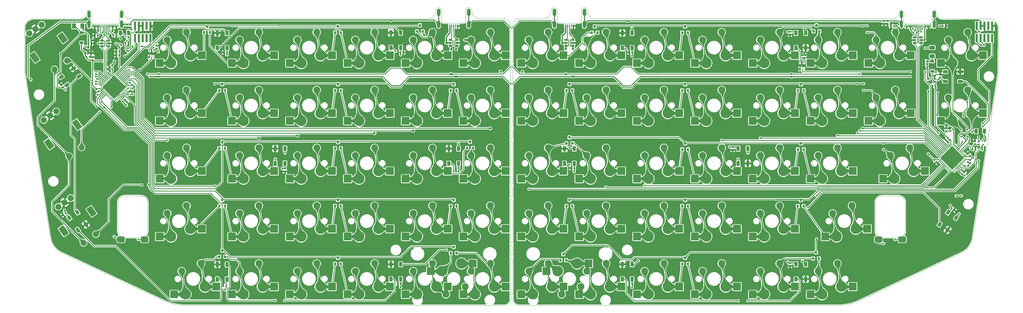
<source format=gbr>
G04 #@! TF.GenerationSoftware,KiCad,Pcbnew,(5.1.5-0-10_14)*
G04 #@! TF.CreationDate,2020-08-05T00:20:44-07:00*
G04 #@! TF.ProjectId,basis_combined_PROTON,62617369-735f-4636-9f6d-62696e65645f,rev?*
G04 #@! TF.SameCoordinates,Original*
G04 #@! TF.FileFunction,Copper,L2,Bot*
G04 #@! TF.FilePolarity,Positive*
%FSLAX46Y46*%
G04 Gerber Fmt 4.6, Leading zero omitted, Abs format (unit mm)*
G04 Created by KiCad (PCBNEW (5.1.5-0-10_14)) date 2020-08-05 00:20:44*
%MOMM*%
%LPD*%
G04 APERTURE LIST*
%ADD10C,0.100000*%
%ADD11C,0.120000*%
%ADD12R,1.000000X1.500000*%
%ADD13R,1.060000X0.650000*%
%ADD14C,2.000000*%
%ADD15R,2.550000X2.500000*%
%ADD16C,2.286000*%
%ADD17C,3.470000*%
%ADD18O,1.100000X2.400000*%
%ADD19O,1.000000X2.550000*%
%ADD20O,1.200000X2.400000*%
%ADD21R,0.450000X1.100000*%
%ADD22R,0.500000X0.500000*%
%ADD23R,0.800000X0.900000*%
%ADD24R,1.500000X1.000000*%
%ADD25R,0.740000X2.790000*%
%ADD26R,0.264800X0.845299*%
%ADD27R,1.100000X1.500000*%
%ADD28R,0.900000X0.800000*%
%ADD29R,0.500000X0.450000*%
%ADD30R,0.400000X0.450000*%
%ADD31R,1.200000X0.900000*%
%ADD32C,0.600000*%
%ADD33C,0.800000*%
%ADD34C,0.254000*%
%ADD35C,0.250000*%
%ADD36C,0.381000*%
%ADD37C,0.375000*%
%ADD38C,0.127000*%
%ADD39C,0.025400*%
G04 APERTURE END LIST*
D10*
X-123824375Y-116507500D02*
G75*
G02X-120824375Y-113507500I3000000J0D01*
G01*
X193855625Y-113507500D02*
G75*
G02X196855625Y-116507500I0J-3000000D01*
G01*
X144055625Y-207957499D02*
G75*
G03X150814190Y-206469023I28566J15958475D01*
G01*
X-71044375Y-207957499D02*
G75*
G02X-77802940Y-206469023I-28566J15958475D01*
G01*
X-123824375Y-130787500D02*
G75*
G03X-123788921Y-131207500I2505453J-1D01*
G01*
X196845625Y-130807500D02*
G75*
G02X196810171Y-131227500I-2505453J-1D01*
G01*
X184953082Y-190431995D02*
G75*
G03X188415624Y-185387499I-2817457J5644495D01*
G01*
X-111934375Y-190427500D02*
G75*
G02X-115396917Y-185383004I2817457J5644495D01*
G01*
X-89079308Y-113534373D02*
G75*
G02X-91119308Y-111494373I0J2040000D01*
G01*
X-103332251Y-111461252D02*
G75*
G02X-105372251Y-113501252I-2040000J0D01*
G01*
X-92559375Y-111484375D02*
G75*
G02X-91119308Y-111494373I720068J1D01*
G01*
X-103332251Y-111461252D02*
G75*
G02X-101909375Y-111484375I711626J1D01*
G01*
X178415624Y-113537498D02*
G75*
G02X176375624Y-111497498I0J2040000D01*
G01*
X164144306Y-111474377D02*
G75*
G02X162104306Y-113514377I-2040000J0D01*
G01*
X174935564Y-111484380D02*
G75*
G02X176375624Y-111497498I720061J-3119D01*
G01*
X164144306Y-111474377D02*
G75*
G02X165584375Y-111484375I720069J1D01*
G01*
X64215625Y-113537500D02*
G75*
G02X61515625Y-110837500I0J2700000D01*
G01*
X49623602Y-110727275D02*
G75*
G02X46823602Y-113527275I-2800000J0D01*
G01*
X59516865Y-110787718D02*
G75*
G02X61515625Y-110837500I998760J-49782D01*
G01*
X49623602Y-110727275D02*
G75*
G02X51612500Y-110787500I992023J-110225D01*
G01*
X26115625Y-113537500D02*
G75*
G02X23415625Y-110837500I0J2700000D01*
G01*
X11515625Y-110837500D02*
G75*
G02X8815625Y-113537500I-2700000J0D01*
G01*
X11517497Y-110837500D02*
G75*
G02X13512500Y-110787500I998128J0D01*
G01*
X21416865Y-110787718D02*
G75*
G02X23415625Y-110837500I998760J-49782D01*
G01*
X36915625Y-115537500D02*
G75*
G02X38915625Y-113537500I2000000J0D01*
G01*
X34115625Y-113537500D02*
G75*
G02X36115625Y-115537500I0J-2000000D01*
G01*
X38915625Y-207937500D02*
G75*
G02X36915625Y-205937500I0J2000000D01*
G01*
X36115625Y-205937500D02*
G75*
G02X34115625Y-207937500I-2000000J0D01*
G01*
X36115625Y-205937500D02*
G75*
G02X36915625Y-205937500I400000J0D01*
G01*
X36915625Y-115537500D02*
G75*
G02X36115625Y-115537500I-400000J0D01*
G01*
X150814190Y-206469023D02*
X184953082Y-190431995D01*
X8815625Y-113537500D02*
X-89079308Y-113534373D01*
X-105372251Y-113501252D02*
X-118268750Y-113506250D01*
X36900000Y-204000000D02*
G75*
G02X36100000Y-204000000I-400000J0D01*
G01*
X36100000Y-192750000D02*
G75*
G02X36900000Y-192750000I400000J0D01*
G01*
X36900000Y-191000000D02*
G75*
G02X36100000Y-191000000I-400000J0D01*
G01*
X36100000Y-188750000D02*
G75*
G02X36900000Y-188750000I400000J0D01*
G01*
X36900000Y-187000000D02*
G75*
G02X36100000Y-187000000I-400000J0D01*
G01*
X36100000Y-173500000D02*
G75*
G02X36900000Y-173500000I400000J0D01*
G01*
X36900000Y-171750000D02*
G75*
G02X36100000Y-171750000I-400000J0D01*
G01*
X36100000Y-169500000D02*
G75*
G02X36900000Y-169500000I400000J0D01*
G01*
X36900000Y-167750000D02*
G75*
G02X36100000Y-167750000I-400000J0D01*
G01*
X36100000Y-154500000D02*
G75*
G02X36900000Y-154500000I400000J0D01*
G01*
X36900000Y-152750000D02*
G75*
G02X36100000Y-152750000I-400000J0D01*
G01*
X36100000Y-150500000D02*
G75*
G02X36900000Y-150500000I400000J0D01*
G01*
X36900000Y-148750000D02*
G75*
G02X36100000Y-148750000I-400000J0D01*
G01*
X36100000Y-137000000D02*
G75*
G02X36900000Y-137000000I400000J0D01*
G01*
X36900000Y-133750000D02*
G75*
G02X36100000Y-133750000I-400000J0D01*
G01*
X36100000Y-130500000D02*
G75*
G02X36900000Y-130500000I400000J0D01*
G01*
X36900000Y-127500000D02*
G75*
G02X36100000Y-127500000I-400000J0D01*
G01*
X36100000Y-117500000D02*
G75*
G02X36900000Y-117500000I400000J0D01*
G01*
X36100000Y-133750000D02*
X36100000Y-130500000D01*
X36900000Y-130500000D02*
X36900000Y-133750000D01*
X36100000Y-152750000D02*
X36100000Y-150500000D01*
X36900000Y-150500000D02*
X36900000Y-152750000D01*
X36100000Y-171750000D02*
X36100000Y-169500000D01*
X36900000Y-169500000D02*
X36900000Y-171750000D01*
X36100000Y-191000000D02*
X36100000Y-188750000D01*
X36900000Y-188750000D02*
X36900000Y-191000000D01*
X36900000Y-192750000D02*
X36900000Y-204000000D01*
X36100000Y-204000000D02*
X36100000Y-192750000D01*
X36100000Y-187000000D02*
X36100000Y-173500000D01*
X36900000Y-173500000D02*
X36900000Y-187000000D01*
X36900000Y-167750000D02*
X36900000Y-154500000D01*
X36100000Y-154500000D02*
X36100000Y-167750000D01*
X36100000Y-148750000D02*
X36100000Y-137000000D01*
X36900000Y-137000000D02*
X36900000Y-148750000D01*
X36900000Y-127500000D02*
X36900000Y-117500000D01*
X36100000Y-117500000D02*
X36100000Y-127500000D01*
X26115625Y-113537500D02*
X33337500Y-113537500D01*
X64215625Y-113537500D02*
X162104306Y-113514377D01*
X46823602Y-113527275D02*
X39687500Y-113537500D01*
X178415624Y-113537498D02*
X193855625Y-113507500D01*
X39687500Y-113537500D02*
X38915625Y-113537500D01*
X196855625Y-116507500D02*
X196845625Y-130807500D01*
X196810171Y-131227500D02*
X188415624Y-185387499D01*
X38915625Y-207937500D02*
X144055625Y-207957500D01*
X-77802940Y-206469023D02*
X-111934375Y-190427500D01*
X34115625Y-207937500D02*
X-71044375Y-207957500D01*
X-123788921Y-131207500D02*
X-115396917Y-185383004D01*
X-123824375Y-116507500D02*
X-123824375Y-130787500D01*
X33337500Y-113537500D02*
X34115625Y-113537500D01*
X-118268750Y-113506250D02*
X-120824375Y-113507500D01*
D11*
X166115625Y-174037500D02*
X166115625Y-183437500D01*
X158515625Y-171837500D02*
X163915625Y-171837500D01*
X156315625Y-183437500D02*
X156315625Y-174037500D01*
X163915625Y-185637500D02*
X158515625Y-185637500D01*
X166115625Y-183437500D02*
G75*
G02X163915625Y-185637500I-2200000J0D01*
G01*
X163915625Y-171837500D02*
G75*
G02X166115625Y-174037500I0J-2200000D01*
G01*
X156315625Y-174037500D02*
G75*
G02X158515625Y-171837500I2200000J0D01*
G01*
X158515625Y-185637500D02*
G75*
G02X156315625Y-183437500I0J2200000D01*
G01*
X-83284375Y-174037500D02*
X-83284375Y-183437500D01*
X-90884375Y-171837500D02*
X-85484375Y-171837500D01*
X-93084375Y-183437500D02*
X-93084375Y-174037500D01*
X-85484375Y-185637500D02*
X-90884375Y-185637500D01*
X-83284375Y-183437500D02*
G75*
G02X-85484375Y-185637500I-2200000J0D01*
G01*
X-85484375Y-171837500D02*
G75*
G02X-83284375Y-174037500I0J-2200000D01*
G01*
X-93084375Y-174037500D02*
G75*
G02X-90884375Y-171837500I2200000J0D01*
G01*
X-90884375Y-185637500D02*
G75*
G02X-93084375Y-183437500I0J2200000D01*
G01*
D10*
X-101909375Y-114709375D02*
X-101909375Y-111484375D01*
X-93059375Y-115209375D02*
X-101409375Y-115209375D01*
X-92559375Y-111484375D02*
X-92559375Y-114709375D01*
X-101909375Y-114709375D02*
G75*
G03X-101409375Y-115209375I500000J0D01*
G01*
X-93059375Y-115209375D02*
G75*
G03X-92559375Y-114709375I0J500000D01*
G01*
X165584375Y-114709375D02*
X165584375Y-111484375D01*
X174434375Y-115209375D02*
X166084375Y-115209375D01*
X174934375Y-111484375D02*
X174934375Y-114709375D01*
X165584375Y-114709375D02*
G75*
G03X166084375Y-115209375I500000J0D01*
G01*
X174434375Y-115209375D02*
G75*
G03X174934375Y-114709375I0J500000D01*
G01*
X51612500Y-110787500D02*
X51612500Y-114117500D01*
X52412500Y-114917500D02*
X58712500Y-114917500D01*
X59512500Y-114117500D02*
X59512500Y-110787500D01*
X58712500Y-114917500D02*
G75*
G03X59512500Y-114117500I0J800000D01*
G01*
X51612500Y-114117500D02*
G75*
G03X52412500Y-114917500I800000J0D01*
G01*
X13512500Y-110787500D02*
X13512500Y-114117500D01*
X14312500Y-114917500D02*
X20612500Y-114917500D01*
X21412500Y-114117500D02*
X21412500Y-110787500D01*
X20612500Y-114917500D02*
G75*
G03X21412500Y-114117500I0J800000D01*
G01*
X13512500Y-114117500D02*
G75*
G03X14312500Y-114917500I800000J0D01*
G01*
G04 #@! TA.AperFunction,SMDPad,CuDef*
G36*
X-80197417Y-122058210D02*
G01*
X-80183099Y-122060334D01*
X-80169058Y-122063851D01*
X-80155429Y-122068728D01*
X-80142344Y-122074917D01*
X-80129928Y-122082358D01*
X-80118302Y-122090981D01*
X-80107577Y-122100702D01*
X-80097856Y-122111427D01*
X-80089233Y-122123053D01*
X-80081792Y-122135469D01*
X-80075603Y-122148554D01*
X-80070726Y-122162183D01*
X-80067209Y-122176224D01*
X-80065085Y-122190542D01*
X-80064375Y-122205000D01*
X-80064375Y-122500000D01*
X-80065085Y-122514458D01*
X-80067209Y-122528776D01*
X-80070726Y-122542817D01*
X-80075603Y-122556446D01*
X-80081792Y-122569531D01*
X-80089233Y-122581947D01*
X-80097856Y-122593573D01*
X-80107577Y-122604298D01*
X-80118302Y-122614019D01*
X-80129928Y-122622642D01*
X-80142344Y-122630083D01*
X-80155429Y-122636272D01*
X-80169058Y-122641149D01*
X-80183099Y-122644666D01*
X-80197417Y-122646790D01*
X-80211875Y-122647500D01*
X-80556875Y-122647500D01*
X-80571333Y-122646790D01*
X-80585651Y-122644666D01*
X-80599692Y-122641149D01*
X-80613321Y-122636272D01*
X-80626406Y-122630083D01*
X-80638822Y-122622642D01*
X-80650448Y-122614019D01*
X-80661173Y-122604298D01*
X-80670894Y-122593573D01*
X-80679517Y-122581947D01*
X-80686958Y-122569531D01*
X-80693147Y-122556446D01*
X-80698024Y-122542817D01*
X-80701541Y-122528776D01*
X-80703665Y-122514458D01*
X-80704375Y-122500000D01*
X-80704375Y-122205000D01*
X-80703665Y-122190542D01*
X-80701541Y-122176224D01*
X-80698024Y-122162183D01*
X-80693147Y-122148554D01*
X-80686958Y-122135469D01*
X-80679517Y-122123053D01*
X-80670894Y-122111427D01*
X-80661173Y-122100702D01*
X-80650448Y-122090981D01*
X-80638822Y-122082358D01*
X-80626406Y-122074917D01*
X-80613321Y-122068728D01*
X-80599692Y-122063851D01*
X-80585651Y-122060334D01*
X-80571333Y-122058210D01*
X-80556875Y-122057500D01*
X-80211875Y-122057500D01*
X-80197417Y-122058210D01*
G37*
G04 #@! TD.AperFunction*
G04 #@! TA.AperFunction,SMDPad,CuDef*
G36*
X-80197417Y-123028210D02*
G01*
X-80183099Y-123030334D01*
X-80169058Y-123033851D01*
X-80155429Y-123038728D01*
X-80142344Y-123044917D01*
X-80129928Y-123052358D01*
X-80118302Y-123060981D01*
X-80107577Y-123070702D01*
X-80097856Y-123081427D01*
X-80089233Y-123093053D01*
X-80081792Y-123105469D01*
X-80075603Y-123118554D01*
X-80070726Y-123132183D01*
X-80067209Y-123146224D01*
X-80065085Y-123160542D01*
X-80064375Y-123175000D01*
X-80064375Y-123470000D01*
X-80065085Y-123484458D01*
X-80067209Y-123498776D01*
X-80070726Y-123512817D01*
X-80075603Y-123526446D01*
X-80081792Y-123539531D01*
X-80089233Y-123551947D01*
X-80097856Y-123563573D01*
X-80107577Y-123574298D01*
X-80118302Y-123584019D01*
X-80129928Y-123592642D01*
X-80142344Y-123600083D01*
X-80155429Y-123606272D01*
X-80169058Y-123611149D01*
X-80183099Y-123614666D01*
X-80197417Y-123616790D01*
X-80211875Y-123617500D01*
X-80556875Y-123617500D01*
X-80571333Y-123616790D01*
X-80585651Y-123614666D01*
X-80599692Y-123611149D01*
X-80613321Y-123606272D01*
X-80626406Y-123600083D01*
X-80638822Y-123592642D01*
X-80650448Y-123584019D01*
X-80661173Y-123574298D01*
X-80670894Y-123563573D01*
X-80679517Y-123551947D01*
X-80686958Y-123539531D01*
X-80693147Y-123526446D01*
X-80698024Y-123512817D01*
X-80701541Y-123498776D01*
X-80703665Y-123484458D01*
X-80704375Y-123470000D01*
X-80704375Y-123175000D01*
X-80703665Y-123160542D01*
X-80701541Y-123146224D01*
X-80698024Y-123132183D01*
X-80693147Y-123118554D01*
X-80686958Y-123105469D01*
X-80679517Y-123093053D01*
X-80670894Y-123081427D01*
X-80661173Y-123070702D01*
X-80650448Y-123060981D01*
X-80638822Y-123052358D01*
X-80626406Y-123044917D01*
X-80613321Y-123038728D01*
X-80599692Y-123033851D01*
X-80585651Y-123030334D01*
X-80571333Y-123028210D01*
X-80556875Y-123027500D01*
X-80211875Y-123027500D01*
X-80197417Y-123028210D01*
G37*
G04 #@! TD.AperFunction*
G04 #@! TA.AperFunction,SMDPad,CuDef*
G36*
X133202583Y-125158210D02*
G01*
X133216901Y-125160334D01*
X133230942Y-125163851D01*
X133244571Y-125168728D01*
X133257656Y-125174917D01*
X133270072Y-125182358D01*
X133281698Y-125190981D01*
X133292423Y-125200702D01*
X133302144Y-125211427D01*
X133310767Y-125223053D01*
X133318208Y-125235469D01*
X133324397Y-125248554D01*
X133329274Y-125262183D01*
X133332791Y-125276224D01*
X133334915Y-125290542D01*
X133335625Y-125305000D01*
X133335625Y-125600000D01*
X133334915Y-125614458D01*
X133332791Y-125628776D01*
X133329274Y-125642817D01*
X133324397Y-125656446D01*
X133318208Y-125669531D01*
X133310767Y-125681947D01*
X133302144Y-125693573D01*
X133292423Y-125704298D01*
X133281698Y-125714019D01*
X133270072Y-125722642D01*
X133257656Y-125730083D01*
X133244571Y-125736272D01*
X133230942Y-125741149D01*
X133216901Y-125744666D01*
X133202583Y-125746790D01*
X133188125Y-125747500D01*
X132843125Y-125747500D01*
X132828667Y-125746790D01*
X132814349Y-125744666D01*
X132800308Y-125741149D01*
X132786679Y-125736272D01*
X132773594Y-125730083D01*
X132761178Y-125722642D01*
X132749552Y-125714019D01*
X132738827Y-125704298D01*
X132729106Y-125693573D01*
X132720483Y-125681947D01*
X132713042Y-125669531D01*
X132706853Y-125656446D01*
X132701976Y-125642817D01*
X132698459Y-125628776D01*
X132696335Y-125614458D01*
X132695625Y-125600000D01*
X132695625Y-125305000D01*
X132696335Y-125290542D01*
X132698459Y-125276224D01*
X132701976Y-125262183D01*
X132706853Y-125248554D01*
X132713042Y-125235469D01*
X132720483Y-125223053D01*
X132729106Y-125211427D01*
X132738827Y-125200702D01*
X132749552Y-125190981D01*
X132761178Y-125182358D01*
X132773594Y-125174917D01*
X132786679Y-125168728D01*
X132800308Y-125163851D01*
X132814349Y-125160334D01*
X132828667Y-125158210D01*
X132843125Y-125157500D01*
X133188125Y-125157500D01*
X133202583Y-125158210D01*
G37*
G04 #@! TD.AperFunction*
G04 #@! TA.AperFunction,SMDPad,CuDef*
G36*
X133202583Y-126128210D02*
G01*
X133216901Y-126130334D01*
X133230942Y-126133851D01*
X133244571Y-126138728D01*
X133257656Y-126144917D01*
X133270072Y-126152358D01*
X133281698Y-126160981D01*
X133292423Y-126170702D01*
X133302144Y-126181427D01*
X133310767Y-126193053D01*
X133318208Y-126205469D01*
X133324397Y-126218554D01*
X133329274Y-126232183D01*
X133332791Y-126246224D01*
X133334915Y-126260542D01*
X133335625Y-126275000D01*
X133335625Y-126570000D01*
X133334915Y-126584458D01*
X133332791Y-126598776D01*
X133329274Y-126612817D01*
X133324397Y-126626446D01*
X133318208Y-126639531D01*
X133310767Y-126651947D01*
X133302144Y-126663573D01*
X133292423Y-126674298D01*
X133281698Y-126684019D01*
X133270072Y-126692642D01*
X133257656Y-126700083D01*
X133244571Y-126706272D01*
X133230942Y-126711149D01*
X133216901Y-126714666D01*
X133202583Y-126716790D01*
X133188125Y-126717500D01*
X132843125Y-126717500D01*
X132828667Y-126716790D01*
X132814349Y-126714666D01*
X132800308Y-126711149D01*
X132786679Y-126706272D01*
X132773594Y-126700083D01*
X132761178Y-126692642D01*
X132749552Y-126684019D01*
X132738827Y-126674298D01*
X132729106Y-126663573D01*
X132720483Y-126651947D01*
X132713042Y-126639531D01*
X132706853Y-126626446D01*
X132701976Y-126612817D01*
X132698459Y-126598776D01*
X132696335Y-126584458D01*
X132695625Y-126570000D01*
X132695625Y-126275000D01*
X132696335Y-126260542D01*
X132698459Y-126246224D01*
X132701976Y-126232183D01*
X132706853Y-126218554D01*
X132713042Y-126205469D01*
X132720483Y-126193053D01*
X132729106Y-126181427D01*
X132738827Y-126170702D01*
X132749552Y-126160981D01*
X132761178Y-126152358D01*
X132773594Y-126144917D01*
X132786679Y-126138728D01*
X132800308Y-126133851D01*
X132814349Y-126130334D01*
X132828667Y-126128210D01*
X132843125Y-126127500D01*
X133188125Y-126127500D01*
X133202583Y-126128210D01*
G37*
G04 #@! TD.AperFunction*
G04 #@! TA.AperFunction,SMDPad,CuDef*
G36*
X186962583Y-161718210D02*
G01*
X186976901Y-161720334D01*
X186990942Y-161723851D01*
X187004571Y-161728728D01*
X187017656Y-161734917D01*
X187030072Y-161742358D01*
X187041698Y-161750981D01*
X187052423Y-161760702D01*
X187062144Y-161771427D01*
X187070767Y-161783053D01*
X187078208Y-161795469D01*
X187084397Y-161808554D01*
X187089274Y-161822183D01*
X187092791Y-161836224D01*
X187094915Y-161850542D01*
X187095625Y-161865000D01*
X187095625Y-162210000D01*
X187094915Y-162224458D01*
X187092791Y-162238776D01*
X187089274Y-162252817D01*
X187084397Y-162266446D01*
X187078208Y-162279531D01*
X187070767Y-162291947D01*
X187062144Y-162303573D01*
X187052423Y-162314298D01*
X187041698Y-162324019D01*
X187030072Y-162332642D01*
X187017656Y-162340083D01*
X187004571Y-162346272D01*
X186990942Y-162351149D01*
X186976901Y-162354666D01*
X186962583Y-162356790D01*
X186948125Y-162357500D01*
X186653125Y-162357500D01*
X186638667Y-162356790D01*
X186624349Y-162354666D01*
X186610308Y-162351149D01*
X186596679Y-162346272D01*
X186583594Y-162340083D01*
X186571178Y-162332642D01*
X186559552Y-162324019D01*
X186548827Y-162314298D01*
X186539106Y-162303573D01*
X186530483Y-162291947D01*
X186523042Y-162279531D01*
X186516853Y-162266446D01*
X186511976Y-162252817D01*
X186508459Y-162238776D01*
X186506335Y-162224458D01*
X186505625Y-162210000D01*
X186505625Y-161865000D01*
X186506335Y-161850542D01*
X186508459Y-161836224D01*
X186511976Y-161822183D01*
X186516853Y-161808554D01*
X186523042Y-161795469D01*
X186530483Y-161783053D01*
X186539106Y-161771427D01*
X186548827Y-161760702D01*
X186559552Y-161750981D01*
X186571178Y-161742358D01*
X186583594Y-161734917D01*
X186596679Y-161728728D01*
X186610308Y-161723851D01*
X186624349Y-161720334D01*
X186638667Y-161718210D01*
X186653125Y-161717500D01*
X186948125Y-161717500D01*
X186962583Y-161718210D01*
G37*
G04 #@! TD.AperFunction*
G04 #@! TA.AperFunction,SMDPad,CuDef*
G36*
X185992583Y-161718210D02*
G01*
X186006901Y-161720334D01*
X186020942Y-161723851D01*
X186034571Y-161728728D01*
X186047656Y-161734917D01*
X186060072Y-161742358D01*
X186071698Y-161750981D01*
X186082423Y-161760702D01*
X186092144Y-161771427D01*
X186100767Y-161783053D01*
X186108208Y-161795469D01*
X186114397Y-161808554D01*
X186119274Y-161822183D01*
X186122791Y-161836224D01*
X186124915Y-161850542D01*
X186125625Y-161865000D01*
X186125625Y-162210000D01*
X186124915Y-162224458D01*
X186122791Y-162238776D01*
X186119274Y-162252817D01*
X186114397Y-162266446D01*
X186108208Y-162279531D01*
X186100767Y-162291947D01*
X186092144Y-162303573D01*
X186082423Y-162314298D01*
X186071698Y-162324019D01*
X186060072Y-162332642D01*
X186047656Y-162340083D01*
X186034571Y-162346272D01*
X186020942Y-162351149D01*
X186006901Y-162354666D01*
X185992583Y-162356790D01*
X185978125Y-162357500D01*
X185683125Y-162357500D01*
X185668667Y-162356790D01*
X185654349Y-162354666D01*
X185640308Y-162351149D01*
X185626679Y-162346272D01*
X185613594Y-162340083D01*
X185601178Y-162332642D01*
X185589552Y-162324019D01*
X185578827Y-162314298D01*
X185569106Y-162303573D01*
X185560483Y-162291947D01*
X185553042Y-162279531D01*
X185546853Y-162266446D01*
X185541976Y-162252817D01*
X185538459Y-162238776D01*
X185536335Y-162224458D01*
X185535625Y-162210000D01*
X185535625Y-161865000D01*
X185536335Y-161850542D01*
X185538459Y-161836224D01*
X185541976Y-161822183D01*
X185546853Y-161808554D01*
X185553042Y-161795469D01*
X185560483Y-161783053D01*
X185569106Y-161771427D01*
X185578827Y-161760702D01*
X185589552Y-161750981D01*
X185601178Y-161742358D01*
X185613594Y-161734917D01*
X185626679Y-161728728D01*
X185640308Y-161723851D01*
X185654349Y-161720334D01*
X185668667Y-161718210D01*
X185683125Y-161717500D01*
X185978125Y-161717500D01*
X185992583Y-161718210D01*
G37*
G04 #@! TD.AperFunction*
G04 #@! TA.AperFunction,SMDPad,CuDef*
G36*
X-88637417Y-138118210D02*
G01*
X-88623099Y-138120334D01*
X-88609058Y-138123851D01*
X-88595429Y-138128728D01*
X-88582344Y-138134917D01*
X-88569928Y-138142358D01*
X-88558302Y-138150981D01*
X-88547577Y-138160702D01*
X-88537856Y-138171427D01*
X-88529233Y-138183053D01*
X-88521792Y-138195469D01*
X-88515603Y-138208554D01*
X-88510726Y-138222183D01*
X-88507209Y-138236224D01*
X-88505085Y-138250542D01*
X-88504375Y-138265000D01*
X-88504375Y-138610000D01*
X-88505085Y-138624458D01*
X-88507209Y-138638776D01*
X-88510726Y-138652817D01*
X-88515603Y-138666446D01*
X-88521792Y-138679531D01*
X-88529233Y-138691947D01*
X-88537856Y-138703573D01*
X-88547577Y-138714298D01*
X-88558302Y-138724019D01*
X-88569928Y-138732642D01*
X-88582344Y-138740083D01*
X-88595429Y-138746272D01*
X-88609058Y-138751149D01*
X-88623099Y-138754666D01*
X-88637417Y-138756790D01*
X-88651875Y-138757500D01*
X-88946875Y-138757500D01*
X-88961333Y-138756790D01*
X-88975651Y-138754666D01*
X-88989692Y-138751149D01*
X-89003321Y-138746272D01*
X-89016406Y-138740083D01*
X-89028822Y-138732642D01*
X-89040448Y-138724019D01*
X-89051173Y-138714298D01*
X-89060894Y-138703573D01*
X-89069517Y-138691947D01*
X-89076958Y-138679531D01*
X-89083147Y-138666446D01*
X-89088024Y-138652817D01*
X-89091541Y-138638776D01*
X-89093665Y-138624458D01*
X-89094375Y-138610000D01*
X-89094375Y-138265000D01*
X-89093665Y-138250542D01*
X-89091541Y-138236224D01*
X-89088024Y-138222183D01*
X-89083147Y-138208554D01*
X-89076958Y-138195469D01*
X-89069517Y-138183053D01*
X-89060894Y-138171427D01*
X-89051173Y-138160702D01*
X-89040448Y-138150981D01*
X-89028822Y-138142358D01*
X-89016406Y-138134917D01*
X-89003321Y-138128728D01*
X-88989692Y-138123851D01*
X-88975651Y-138120334D01*
X-88961333Y-138118210D01*
X-88946875Y-138117500D01*
X-88651875Y-138117500D01*
X-88637417Y-138118210D01*
G37*
G04 #@! TD.AperFunction*
G04 #@! TA.AperFunction,SMDPad,CuDef*
G36*
X-89607417Y-138118210D02*
G01*
X-89593099Y-138120334D01*
X-89579058Y-138123851D01*
X-89565429Y-138128728D01*
X-89552344Y-138134917D01*
X-89539928Y-138142358D01*
X-89528302Y-138150981D01*
X-89517577Y-138160702D01*
X-89507856Y-138171427D01*
X-89499233Y-138183053D01*
X-89491792Y-138195469D01*
X-89485603Y-138208554D01*
X-89480726Y-138222183D01*
X-89477209Y-138236224D01*
X-89475085Y-138250542D01*
X-89474375Y-138265000D01*
X-89474375Y-138610000D01*
X-89475085Y-138624458D01*
X-89477209Y-138638776D01*
X-89480726Y-138652817D01*
X-89485603Y-138666446D01*
X-89491792Y-138679531D01*
X-89499233Y-138691947D01*
X-89507856Y-138703573D01*
X-89517577Y-138714298D01*
X-89528302Y-138724019D01*
X-89539928Y-138732642D01*
X-89552344Y-138740083D01*
X-89565429Y-138746272D01*
X-89579058Y-138751149D01*
X-89593099Y-138754666D01*
X-89607417Y-138756790D01*
X-89621875Y-138757500D01*
X-89916875Y-138757500D01*
X-89931333Y-138756790D01*
X-89945651Y-138754666D01*
X-89959692Y-138751149D01*
X-89973321Y-138746272D01*
X-89986406Y-138740083D01*
X-89998822Y-138732642D01*
X-90010448Y-138724019D01*
X-90021173Y-138714298D01*
X-90030894Y-138703573D01*
X-90039517Y-138691947D01*
X-90046958Y-138679531D01*
X-90053147Y-138666446D01*
X-90058024Y-138652817D01*
X-90061541Y-138638776D01*
X-90063665Y-138624458D01*
X-90064375Y-138610000D01*
X-90064375Y-138265000D01*
X-90063665Y-138250542D01*
X-90061541Y-138236224D01*
X-90058024Y-138222183D01*
X-90053147Y-138208554D01*
X-90046958Y-138195469D01*
X-90039517Y-138183053D01*
X-90030894Y-138171427D01*
X-90021173Y-138160702D01*
X-90010448Y-138150981D01*
X-89998822Y-138142358D01*
X-89986406Y-138134917D01*
X-89973321Y-138128728D01*
X-89959692Y-138123851D01*
X-89945651Y-138120334D01*
X-89931333Y-138118210D01*
X-89916875Y-138117500D01*
X-89621875Y-138117500D01*
X-89607417Y-138118210D01*
G37*
G04 #@! TD.AperFunction*
D12*
X-38084375Y-161187500D03*
X-41284375Y-161187500D03*
X-38084375Y-156287500D03*
X-41284375Y-156287500D03*
X111115625Y-156287500D03*
X114315625Y-156287500D03*
X111115625Y-161187500D03*
X114315625Y-161187500D03*
G04 #@! TA.AperFunction,SMDPad,CuDef*
D10*
G36*
X-37897417Y-163528210D02*
G01*
X-37883099Y-163530334D01*
X-37869058Y-163533851D01*
X-37855429Y-163538728D01*
X-37842344Y-163544917D01*
X-37829928Y-163552358D01*
X-37818302Y-163560981D01*
X-37807577Y-163570702D01*
X-37797856Y-163581427D01*
X-37789233Y-163593053D01*
X-37781792Y-163605469D01*
X-37775603Y-163618554D01*
X-37770726Y-163632183D01*
X-37767209Y-163646224D01*
X-37765085Y-163660542D01*
X-37764375Y-163675000D01*
X-37764375Y-163970000D01*
X-37765085Y-163984458D01*
X-37767209Y-163998776D01*
X-37770726Y-164012817D01*
X-37775603Y-164026446D01*
X-37781792Y-164039531D01*
X-37789233Y-164051947D01*
X-37797856Y-164063573D01*
X-37807577Y-164074298D01*
X-37818302Y-164084019D01*
X-37829928Y-164092642D01*
X-37842344Y-164100083D01*
X-37855429Y-164106272D01*
X-37869058Y-164111149D01*
X-37883099Y-164114666D01*
X-37897417Y-164116790D01*
X-37911875Y-164117500D01*
X-38256875Y-164117500D01*
X-38271333Y-164116790D01*
X-38285651Y-164114666D01*
X-38299692Y-164111149D01*
X-38313321Y-164106272D01*
X-38326406Y-164100083D01*
X-38338822Y-164092642D01*
X-38350448Y-164084019D01*
X-38361173Y-164074298D01*
X-38370894Y-164063573D01*
X-38379517Y-164051947D01*
X-38386958Y-164039531D01*
X-38393147Y-164026446D01*
X-38398024Y-164012817D01*
X-38401541Y-163998776D01*
X-38403665Y-163984458D01*
X-38404375Y-163970000D01*
X-38404375Y-163675000D01*
X-38403665Y-163660542D01*
X-38401541Y-163646224D01*
X-38398024Y-163632183D01*
X-38393147Y-163618554D01*
X-38386958Y-163605469D01*
X-38379517Y-163593053D01*
X-38370894Y-163581427D01*
X-38361173Y-163570702D01*
X-38350448Y-163560981D01*
X-38338822Y-163552358D01*
X-38326406Y-163544917D01*
X-38313321Y-163538728D01*
X-38299692Y-163533851D01*
X-38285651Y-163530334D01*
X-38271333Y-163528210D01*
X-38256875Y-163527500D01*
X-37911875Y-163527500D01*
X-37897417Y-163528210D01*
G37*
G04 #@! TD.AperFunction*
G04 #@! TA.AperFunction,SMDPad,CuDef*
G36*
X-37897417Y-162558210D02*
G01*
X-37883099Y-162560334D01*
X-37869058Y-162563851D01*
X-37855429Y-162568728D01*
X-37842344Y-162574917D01*
X-37829928Y-162582358D01*
X-37818302Y-162590981D01*
X-37807577Y-162600702D01*
X-37797856Y-162611427D01*
X-37789233Y-162623053D01*
X-37781792Y-162635469D01*
X-37775603Y-162648554D01*
X-37770726Y-162662183D01*
X-37767209Y-162676224D01*
X-37765085Y-162690542D01*
X-37764375Y-162705000D01*
X-37764375Y-163000000D01*
X-37765085Y-163014458D01*
X-37767209Y-163028776D01*
X-37770726Y-163042817D01*
X-37775603Y-163056446D01*
X-37781792Y-163069531D01*
X-37789233Y-163081947D01*
X-37797856Y-163093573D01*
X-37807577Y-163104298D01*
X-37818302Y-163114019D01*
X-37829928Y-163122642D01*
X-37842344Y-163130083D01*
X-37855429Y-163136272D01*
X-37869058Y-163141149D01*
X-37883099Y-163144666D01*
X-37897417Y-163146790D01*
X-37911875Y-163147500D01*
X-38256875Y-163147500D01*
X-38271333Y-163146790D01*
X-38285651Y-163144666D01*
X-38299692Y-163141149D01*
X-38313321Y-163136272D01*
X-38326406Y-163130083D01*
X-38338822Y-163122642D01*
X-38350448Y-163114019D01*
X-38361173Y-163104298D01*
X-38370894Y-163093573D01*
X-38379517Y-163081947D01*
X-38386958Y-163069531D01*
X-38393147Y-163056446D01*
X-38398024Y-163042817D01*
X-38401541Y-163028776D01*
X-38403665Y-163014458D01*
X-38404375Y-163000000D01*
X-38404375Y-162705000D01*
X-38403665Y-162690542D01*
X-38401541Y-162676224D01*
X-38398024Y-162662183D01*
X-38393147Y-162648554D01*
X-38386958Y-162635469D01*
X-38379517Y-162623053D01*
X-38370894Y-162611427D01*
X-38361173Y-162600702D01*
X-38350448Y-162590981D01*
X-38338822Y-162582358D01*
X-38326406Y-162574917D01*
X-38313321Y-162568728D01*
X-38299692Y-162563851D01*
X-38285651Y-162560334D01*
X-38271333Y-162558210D01*
X-38256875Y-162557500D01*
X-37911875Y-162557500D01*
X-37897417Y-162558210D01*
G37*
G04 #@! TD.AperFunction*
G04 #@! TA.AperFunction,SMDPad,CuDef*
G36*
X109502583Y-156428210D02*
G01*
X109516901Y-156430334D01*
X109530942Y-156433851D01*
X109544571Y-156438728D01*
X109557656Y-156444917D01*
X109570072Y-156452358D01*
X109581698Y-156460981D01*
X109592423Y-156470702D01*
X109602144Y-156481427D01*
X109610767Y-156493053D01*
X109618208Y-156505469D01*
X109624397Y-156518554D01*
X109629274Y-156532183D01*
X109632791Y-156546224D01*
X109634915Y-156560542D01*
X109635625Y-156575000D01*
X109635625Y-156870000D01*
X109634915Y-156884458D01*
X109632791Y-156898776D01*
X109629274Y-156912817D01*
X109624397Y-156926446D01*
X109618208Y-156939531D01*
X109610767Y-156951947D01*
X109602144Y-156963573D01*
X109592423Y-156974298D01*
X109581698Y-156984019D01*
X109570072Y-156992642D01*
X109557656Y-157000083D01*
X109544571Y-157006272D01*
X109530942Y-157011149D01*
X109516901Y-157014666D01*
X109502583Y-157016790D01*
X109488125Y-157017500D01*
X109143125Y-157017500D01*
X109128667Y-157016790D01*
X109114349Y-157014666D01*
X109100308Y-157011149D01*
X109086679Y-157006272D01*
X109073594Y-157000083D01*
X109061178Y-156992642D01*
X109049552Y-156984019D01*
X109038827Y-156974298D01*
X109029106Y-156963573D01*
X109020483Y-156951947D01*
X109013042Y-156939531D01*
X109006853Y-156926446D01*
X109001976Y-156912817D01*
X108998459Y-156898776D01*
X108996335Y-156884458D01*
X108995625Y-156870000D01*
X108995625Y-156575000D01*
X108996335Y-156560542D01*
X108998459Y-156546224D01*
X109001976Y-156532183D01*
X109006853Y-156518554D01*
X109013042Y-156505469D01*
X109020483Y-156493053D01*
X109029106Y-156481427D01*
X109038827Y-156470702D01*
X109049552Y-156460981D01*
X109061178Y-156452358D01*
X109073594Y-156444917D01*
X109086679Y-156438728D01*
X109100308Y-156433851D01*
X109114349Y-156430334D01*
X109128667Y-156428210D01*
X109143125Y-156427500D01*
X109488125Y-156427500D01*
X109502583Y-156428210D01*
G37*
G04 #@! TD.AperFunction*
G04 #@! TA.AperFunction,SMDPad,CuDef*
G36*
X109502583Y-155458210D02*
G01*
X109516901Y-155460334D01*
X109530942Y-155463851D01*
X109544571Y-155468728D01*
X109557656Y-155474917D01*
X109570072Y-155482358D01*
X109581698Y-155490981D01*
X109592423Y-155500702D01*
X109602144Y-155511427D01*
X109610767Y-155523053D01*
X109618208Y-155535469D01*
X109624397Y-155548554D01*
X109629274Y-155562183D01*
X109632791Y-155576224D01*
X109634915Y-155590542D01*
X109635625Y-155605000D01*
X109635625Y-155900000D01*
X109634915Y-155914458D01*
X109632791Y-155928776D01*
X109629274Y-155942817D01*
X109624397Y-155956446D01*
X109618208Y-155969531D01*
X109610767Y-155981947D01*
X109602144Y-155993573D01*
X109592423Y-156004298D01*
X109581698Y-156014019D01*
X109570072Y-156022642D01*
X109557656Y-156030083D01*
X109544571Y-156036272D01*
X109530942Y-156041149D01*
X109516901Y-156044666D01*
X109502583Y-156046790D01*
X109488125Y-156047500D01*
X109143125Y-156047500D01*
X109128667Y-156046790D01*
X109114349Y-156044666D01*
X109100308Y-156041149D01*
X109086679Y-156036272D01*
X109073594Y-156030083D01*
X109061178Y-156022642D01*
X109049552Y-156014019D01*
X109038827Y-156004298D01*
X109029106Y-155993573D01*
X109020483Y-155981947D01*
X109013042Y-155969531D01*
X109006853Y-155956446D01*
X109001976Y-155942817D01*
X108998459Y-155928776D01*
X108996335Y-155914458D01*
X108995625Y-155900000D01*
X108995625Y-155605000D01*
X108996335Y-155590542D01*
X108998459Y-155576224D01*
X109001976Y-155562183D01*
X109006853Y-155548554D01*
X109013042Y-155535469D01*
X109020483Y-155523053D01*
X109029106Y-155511427D01*
X109038827Y-155500702D01*
X109049552Y-155490981D01*
X109061178Y-155482358D01*
X109073594Y-155474917D01*
X109086679Y-155468728D01*
X109100308Y-155463851D01*
X109114349Y-155460334D01*
X109128667Y-155458210D01*
X109143125Y-155457500D01*
X109488125Y-155457500D01*
X109502583Y-155458210D01*
G37*
G04 #@! TD.AperFunction*
G04 #@! TA.AperFunction,SMDPad,CuDef*
G36*
X189302583Y-153558210D02*
G01*
X189316901Y-153560334D01*
X189330942Y-153563851D01*
X189344571Y-153568728D01*
X189357656Y-153574917D01*
X189370072Y-153582358D01*
X189381698Y-153590981D01*
X189392423Y-153600702D01*
X189402144Y-153611427D01*
X189410767Y-153623053D01*
X189418208Y-153635469D01*
X189424397Y-153648554D01*
X189429274Y-153662183D01*
X189432791Y-153676224D01*
X189434915Y-153690542D01*
X189435625Y-153705000D01*
X189435625Y-154000000D01*
X189434915Y-154014458D01*
X189432791Y-154028776D01*
X189429274Y-154042817D01*
X189424397Y-154056446D01*
X189418208Y-154069531D01*
X189410767Y-154081947D01*
X189402144Y-154093573D01*
X189392423Y-154104298D01*
X189381698Y-154114019D01*
X189370072Y-154122642D01*
X189357656Y-154130083D01*
X189344571Y-154136272D01*
X189330942Y-154141149D01*
X189316901Y-154144666D01*
X189302583Y-154146790D01*
X189288125Y-154147500D01*
X188943125Y-154147500D01*
X188928667Y-154146790D01*
X188914349Y-154144666D01*
X188900308Y-154141149D01*
X188886679Y-154136272D01*
X188873594Y-154130083D01*
X188861178Y-154122642D01*
X188849552Y-154114019D01*
X188838827Y-154104298D01*
X188829106Y-154093573D01*
X188820483Y-154081947D01*
X188813042Y-154069531D01*
X188806853Y-154056446D01*
X188801976Y-154042817D01*
X188798459Y-154028776D01*
X188796335Y-154014458D01*
X188795625Y-154000000D01*
X188795625Y-153705000D01*
X188796335Y-153690542D01*
X188798459Y-153676224D01*
X188801976Y-153662183D01*
X188806853Y-153648554D01*
X188813042Y-153635469D01*
X188820483Y-153623053D01*
X188829106Y-153611427D01*
X188838827Y-153600702D01*
X188849552Y-153590981D01*
X188861178Y-153582358D01*
X188873594Y-153574917D01*
X188886679Y-153568728D01*
X188900308Y-153563851D01*
X188914349Y-153560334D01*
X188928667Y-153558210D01*
X188943125Y-153557500D01*
X189288125Y-153557500D01*
X189302583Y-153558210D01*
G37*
G04 #@! TD.AperFunction*
G04 #@! TA.AperFunction,SMDPad,CuDef*
G36*
X189302583Y-154528210D02*
G01*
X189316901Y-154530334D01*
X189330942Y-154533851D01*
X189344571Y-154538728D01*
X189357656Y-154544917D01*
X189370072Y-154552358D01*
X189381698Y-154560981D01*
X189392423Y-154570702D01*
X189402144Y-154581427D01*
X189410767Y-154593053D01*
X189418208Y-154605469D01*
X189424397Y-154618554D01*
X189429274Y-154632183D01*
X189432791Y-154646224D01*
X189434915Y-154660542D01*
X189435625Y-154675000D01*
X189435625Y-154970000D01*
X189434915Y-154984458D01*
X189432791Y-154998776D01*
X189429274Y-155012817D01*
X189424397Y-155026446D01*
X189418208Y-155039531D01*
X189410767Y-155051947D01*
X189402144Y-155063573D01*
X189392423Y-155074298D01*
X189381698Y-155084019D01*
X189370072Y-155092642D01*
X189357656Y-155100083D01*
X189344571Y-155106272D01*
X189330942Y-155111149D01*
X189316901Y-155114666D01*
X189302583Y-155116790D01*
X189288125Y-155117500D01*
X188943125Y-155117500D01*
X188928667Y-155116790D01*
X188914349Y-155114666D01*
X188900308Y-155111149D01*
X188886679Y-155106272D01*
X188873594Y-155100083D01*
X188861178Y-155092642D01*
X188849552Y-155084019D01*
X188838827Y-155074298D01*
X188829106Y-155063573D01*
X188820483Y-155051947D01*
X188813042Y-155039531D01*
X188806853Y-155026446D01*
X188801976Y-155012817D01*
X188798459Y-154998776D01*
X188796335Y-154984458D01*
X188795625Y-154970000D01*
X188795625Y-154675000D01*
X188796335Y-154660542D01*
X188798459Y-154646224D01*
X188801976Y-154632183D01*
X188806853Y-154618554D01*
X188813042Y-154605469D01*
X188820483Y-154593053D01*
X188829106Y-154581427D01*
X188838827Y-154570702D01*
X188849552Y-154560981D01*
X188861178Y-154552358D01*
X188873594Y-154544917D01*
X188886679Y-154538728D01*
X188900308Y-154533851D01*
X188914349Y-154530334D01*
X188928667Y-154528210D01*
X188943125Y-154527500D01*
X189288125Y-154527500D01*
X189302583Y-154528210D01*
G37*
G04 #@! TD.AperFunction*
G04 #@! TA.AperFunction,SMDPad,CuDef*
G36*
X-93407417Y-124018210D02*
G01*
X-93393099Y-124020334D01*
X-93379058Y-124023851D01*
X-93365429Y-124028728D01*
X-93352344Y-124034917D01*
X-93339928Y-124042358D01*
X-93328302Y-124050981D01*
X-93317577Y-124060702D01*
X-93307856Y-124071427D01*
X-93299233Y-124083053D01*
X-93291792Y-124095469D01*
X-93285603Y-124108554D01*
X-93280726Y-124122183D01*
X-93277209Y-124136224D01*
X-93275085Y-124150542D01*
X-93274375Y-124165000D01*
X-93274375Y-124510000D01*
X-93275085Y-124524458D01*
X-93277209Y-124538776D01*
X-93280726Y-124552817D01*
X-93285603Y-124566446D01*
X-93291792Y-124579531D01*
X-93299233Y-124591947D01*
X-93307856Y-124603573D01*
X-93317577Y-124614298D01*
X-93328302Y-124624019D01*
X-93339928Y-124632642D01*
X-93352344Y-124640083D01*
X-93365429Y-124646272D01*
X-93379058Y-124651149D01*
X-93393099Y-124654666D01*
X-93407417Y-124656790D01*
X-93421875Y-124657500D01*
X-93716875Y-124657500D01*
X-93731333Y-124656790D01*
X-93745651Y-124654666D01*
X-93759692Y-124651149D01*
X-93773321Y-124646272D01*
X-93786406Y-124640083D01*
X-93798822Y-124632642D01*
X-93810448Y-124624019D01*
X-93821173Y-124614298D01*
X-93830894Y-124603573D01*
X-93839517Y-124591947D01*
X-93846958Y-124579531D01*
X-93853147Y-124566446D01*
X-93858024Y-124552817D01*
X-93861541Y-124538776D01*
X-93863665Y-124524458D01*
X-93864375Y-124510000D01*
X-93864375Y-124165000D01*
X-93863665Y-124150542D01*
X-93861541Y-124136224D01*
X-93858024Y-124122183D01*
X-93853147Y-124108554D01*
X-93846958Y-124095469D01*
X-93839517Y-124083053D01*
X-93830894Y-124071427D01*
X-93821173Y-124060702D01*
X-93810448Y-124050981D01*
X-93798822Y-124042358D01*
X-93786406Y-124034917D01*
X-93773321Y-124028728D01*
X-93759692Y-124023851D01*
X-93745651Y-124020334D01*
X-93731333Y-124018210D01*
X-93716875Y-124017500D01*
X-93421875Y-124017500D01*
X-93407417Y-124018210D01*
G37*
G04 #@! TD.AperFunction*
G04 #@! TA.AperFunction,SMDPad,CuDef*
G36*
X-92437417Y-124018210D02*
G01*
X-92423099Y-124020334D01*
X-92409058Y-124023851D01*
X-92395429Y-124028728D01*
X-92382344Y-124034917D01*
X-92369928Y-124042358D01*
X-92358302Y-124050981D01*
X-92347577Y-124060702D01*
X-92337856Y-124071427D01*
X-92329233Y-124083053D01*
X-92321792Y-124095469D01*
X-92315603Y-124108554D01*
X-92310726Y-124122183D01*
X-92307209Y-124136224D01*
X-92305085Y-124150542D01*
X-92304375Y-124165000D01*
X-92304375Y-124510000D01*
X-92305085Y-124524458D01*
X-92307209Y-124538776D01*
X-92310726Y-124552817D01*
X-92315603Y-124566446D01*
X-92321792Y-124579531D01*
X-92329233Y-124591947D01*
X-92337856Y-124603573D01*
X-92347577Y-124614298D01*
X-92358302Y-124624019D01*
X-92369928Y-124632642D01*
X-92382344Y-124640083D01*
X-92395429Y-124646272D01*
X-92409058Y-124651149D01*
X-92423099Y-124654666D01*
X-92437417Y-124656790D01*
X-92451875Y-124657500D01*
X-92746875Y-124657500D01*
X-92761333Y-124656790D01*
X-92775651Y-124654666D01*
X-92789692Y-124651149D01*
X-92803321Y-124646272D01*
X-92816406Y-124640083D01*
X-92828822Y-124632642D01*
X-92840448Y-124624019D01*
X-92851173Y-124614298D01*
X-92860894Y-124603573D01*
X-92869517Y-124591947D01*
X-92876958Y-124579531D01*
X-92883147Y-124566446D01*
X-92888024Y-124552817D01*
X-92891541Y-124538776D01*
X-92893665Y-124524458D01*
X-92894375Y-124510000D01*
X-92894375Y-124165000D01*
X-92893665Y-124150542D01*
X-92891541Y-124136224D01*
X-92888024Y-124122183D01*
X-92883147Y-124108554D01*
X-92876958Y-124095469D01*
X-92869517Y-124083053D01*
X-92860894Y-124071427D01*
X-92851173Y-124060702D01*
X-92840448Y-124050981D01*
X-92828822Y-124042358D01*
X-92816406Y-124034917D01*
X-92803321Y-124028728D01*
X-92789692Y-124023851D01*
X-92775651Y-124020334D01*
X-92761333Y-124018210D01*
X-92746875Y-124017500D01*
X-92451875Y-124017500D01*
X-92437417Y-124018210D01*
G37*
G04 #@! TD.AperFunction*
D13*
X171415625Y-120537500D03*
X171415625Y-121487500D03*
X171415625Y-119587500D03*
X169215625Y-119587500D03*
X169215625Y-120537500D03*
X169215625Y-121487500D03*
X-98384375Y-121637500D03*
X-98384375Y-120687500D03*
X-98384375Y-122587500D03*
X-96184375Y-122587500D03*
X-96184375Y-121637500D03*
X-96184375Y-120687500D03*
G04 #@! TA.AperFunction,SMDPad,CuDef*
D10*
G36*
X165914634Y-185239908D02*
G01*
X165963170Y-185247107D01*
X166010767Y-185259030D01*
X166056967Y-185275560D01*
X166101323Y-185296539D01*
X166143410Y-185321765D01*
X166182822Y-185350995D01*
X166219178Y-185383947D01*
X166252130Y-185420303D01*
X166281360Y-185459715D01*
X166306586Y-185501802D01*
X166327565Y-185546158D01*
X166344095Y-185592358D01*
X166356018Y-185639955D01*
X166363217Y-185688491D01*
X166365625Y-185737500D01*
X166365625Y-186737500D01*
X166363217Y-186786509D01*
X166356018Y-186835045D01*
X166344095Y-186882642D01*
X166327565Y-186928842D01*
X166306586Y-186973198D01*
X166281360Y-187015285D01*
X166252130Y-187054697D01*
X166219178Y-187091053D01*
X166182822Y-187124005D01*
X166143410Y-187153235D01*
X166101323Y-187178461D01*
X166056967Y-187199440D01*
X166010767Y-187215970D01*
X165963170Y-187227893D01*
X165914634Y-187235092D01*
X165865625Y-187237500D01*
X164365625Y-187237500D01*
X164316616Y-187235092D01*
X164268080Y-187227893D01*
X164220483Y-187215970D01*
X164174283Y-187199440D01*
X164129927Y-187178461D01*
X164087840Y-187153235D01*
X164048428Y-187124005D01*
X164012072Y-187091053D01*
X163979120Y-187054697D01*
X163949890Y-187015285D01*
X163924664Y-186973198D01*
X163903685Y-186928842D01*
X163887155Y-186882642D01*
X163875232Y-186835045D01*
X163868033Y-186786509D01*
X163865625Y-186737500D01*
X163865625Y-185737500D01*
X163868033Y-185688491D01*
X163875232Y-185639955D01*
X163887155Y-185592358D01*
X163903685Y-185546158D01*
X163924664Y-185501802D01*
X163949890Y-185459715D01*
X163979120Y-185420303D01*
X164012072Y-185383947D01*
X164048428Y-185350995D01*
X164087840Y-185321765D01*
X164129927Y-185296539D01*
X164174283Y-185275560D01*
X164220483Y-185259030D01*
X164268080Y-185247107D01*
X164316616Y-185239908D01*
X164365625Y-185237500D01*
X165865625Y-185237500D01*
X165914634Y-185239908D01*
G37*
G04 #@! TD.AperFunction*
G04 #@! TA.AperFunction,SMDPad,CuDef*
G36*
X158114634Y-185239908D02*
G01*
X158163170Y-185247107D01*
X158210767Y-185259030D01*
X158256967Y-185275560D01*
X158301323Y-185296539D01*
X158343410Y-185321765D01*
X158382822Y-185350995D01*
X158419178Y-185383947D01*
X158452130Y-185420303D01*
X158481360Y-185459715D01*
X158506586Y-185501802D01*
X158527565Y-185546158D01*
X158544095Y-185592358D01*
X158556018Y-185639955D01*
X158563217Y-185688491D01*
X158565625Y-185737500D01*
X158565625Y-186737500D01*
X158563217Y-186786509D01*
X158556018Y-186835045D01*
X158544095Y-186882642D01*
X158527565Y-186928842D01*
X158506586Y-186973198D01*
X158481360Y-187015285D01*
X158452130Y-187054697D01*
X158419178Y-187091053D01*
X158382822Y-187124005D01*
X158343410Y-187153235D01*
X158301323Y-187178461D01*
X158256967Y-187199440D01*
X158210767Y-187215970D01*
X158163170Y-187227893D01*
X158114634Y-187235092D01*
X158065625Y-187237500D01*
X156565625Y-187237500D01*
X156516616Y-187235092D01*
X156468080Y-187227893D01*
X156420483Y-187215970D01*
X156374283Y-187199440D01*
X156329927Y-187178461D01*
X156287840Y-187153235D01*
X156248428Y-187124005D01*
X156212072Y-187091053D01*
X156179120Y-187054697D01*
X156149890Y-187015285D01*
X156124664Y-186973198D01*
X156103685Y-186928842D01*
X156087155Y-186882642D01*
X156075232Y-186835045D01*
X156068033Y-186786509D01*
X156065625Y-186737500D01*
X156065625Y-185737500D01*
X156068033Y-185688491D01*
X156075232Y-185639955D01*
X156087155Y-185592358D01*
X156103685Y-185546158D01*
X156124664Y-185501802D01*
X156149890Y-185459715D01*
X156179120Y-185420303D01*
X156212072Y-185383947D01*
X156248428Y-185350995D01*
X156287840Y-185321765D01*
X156329927Y-185296539D01*
X156374283Y-185275560D01*
X156420483Y-185259030D01*
X156468080Y-185247107D01*
X156516616Y-185239908D01*
X156565625Y-185237500D01*
X158065625Y-185237500D01*
X158114634Y-185239908D01*
G37*
G04 #@! TD.AperFunction*
G04 #@! TA.AperFunction,SMDPad,CuDef*
G36*
X-83485366Y-185239908D02*
G01*
X-83436830Y-185247107D01*
X-83389233Y-185259030D01*
X-83343033Y-185275560D01*
X-83298677Y-185296539D01*
X-83256590Y-185321765D01*
X-83217178Y-185350995D01*
X-83180822Y-185383947D01*
X-83147870Y-185420303D01*
X-83118640Y-185459715D01*
X-83093414Y-185501802D01*
X-83072435Y-185546158D01*
X-83055905Y-185592358D01*
X-83043982Y-185639955D01*
X-83036783Y-185688491D01*
X-83034375Y-185737500D01*
X-83034375Y-186737500D01*
X-83036783Y-186786509D01*
X-83043982Y-186835045D01*
X-83055905Y-186882642D01*
X-83072435Y-186928842D01*
X-83093414Y-186973198D01*
X-83118640Y-187015285D01*
X-83147870Y-187054697D01*
X-83180822Y-187091053D01*
X-83217178Y-187124005D01*
X-83256590Y-187153235D01*
X-83298677Y-187178461D01*
X-83343033Y-187199440D01*
X-83389233Y-187215970D01*
X-83436830Y-187227893D01*
X-83485366Y-187235092D01*
X-83534375Y-187237500D01*
X-85034375Y-187237500D01*
X-85083384Y-187235092D01*
X-85131920Y-187227893D01*
X-85179517Y-187215970D01*
X-85225717Y-187199440D01*
X-85270073Y-187178461D01*
X-85312160Y-187153235D01*
X-85351572Y-187124005D01*
X-85387928Y-187091053D01*
X-85420880Y-187054697D01*
X-85450110Y-187015285D01*
X-85475336Y-186973198D01*
X-85496315Y-186928842D01*
X-85512845Y-186882642D01*
X-85524768Y-186835045D01*
X-85531967Y-186786509D01*
X-85534375Y-186737500D01*
X-85534375Y-185737500D01*
X-85531967Y-185688491D01*
X-85524768Y-185639955D01*
X-85512845Y-185592358D01*
X-85496315Y-185546158D01*
X-85475336Y-185501802D01*
X-85450110Y-185459715D01*
X-85420880Y-185420303D01*
X-85387928Y-185383947D01*
X-85351572Y-185350995D01*
X-85312160Y-185321765D01*
X-85270073Y-185296539D01*
X-85225717Y-185275560D01*
X-85179517Y-185259030D01*
X-85131920Y-185247107D01*
X-85083384Y-185239908D01*
X-85034375Y-185237500D01*
X-83534375Y-185237500D01*
X-83485366Y-185239908D01*
G37*
G04 #@! TD.AperFunction*
G04 #@! TA.AperFunction,SMDPad,CuDef*
G36*
X-91285366Y-185239908D02*
G01*
X-91236830Y-185247107D01*
X-91189233Y-185259030D01*
X-91143033Y-185275560D01*
X-91098677Y-185296539D01*
X-91056590Y-185321765D01*
X-91017178Y-185350995D01*
X-90980822Y-185383947D01*
X-90947870Y-185420303D01*
X-90918640Y-185459715D01*
X-90893414Y-185501802D01*
X-90872435Y-185546158D01*
X-90855905Y-185592358D01*
X-90843982Y-185639955D01*
X-90836783Y-185688491D01*
X-90834375Y-185737500D01*
X-90834375Y-186737500D01*
X-90836783Y-186786509D01*
X-90843982Y-186835045D01*
X-90855905Y-186882642D01*
X-90872435Y-186928842D01*
X-90893414Y-186973198D01*
X-90918640Y-187015285D01*
X-90947870Y-187054697D01*
X-90980822Y-187091053D01*
X-91017178Y-187124005D01*
X-91056590Y-187153235D01*
X-91098677Y-187178461D01*
X-91143033Y-187199440D01*
X-91189233Y-187215970D01*
X-91236830Y-187227893D01*
X-91285366Y-187235092D01*
X-91334375Y-187237500D01*
X-92834375Y-187237500D01*
X-92883384Y-187235092D01*
X-92931920Y-187227893D01*
X-92979517Y-187215970D01*
X-93025717Y-187199440D01*
X-93070073Y-187178461D01*
X-93112160Y-187153235D01*
X-93151572Y-187124005D01*
X-93187928Y-187091053D01*
X-93220880Y-187054697D01*
X-93250110Y-187015285D01*
X-93275336Y-186973198D01*
X-93296315Y-186928842D01*
X-93312845Y-186882642D01*
X-93324768Y-186835045D01*
X-93331967Y-186786509D01*
X-93334375Y-186737500D01*
X-93334375Y-185737500D01*
X-93331967Y-185688491D01*
X-93324768Y-185639955D01*
X-93312845Y-185592358D01*
X-93296315Y-185546158D01*
X-93275336Y-185501802D01*
X-93250110Y-185459715D01*
X-93220880Y-185420303D01*
X-93187928Y-185383947D01*
X-93151572Y-185350995D01*
X-93112160Y-185321765D01*
X-93070073Y-185296539D01*
X-93025717Y-185275560D01*
X-92979517Y-185259030D01*
X-92931920Y-185247107D01*
X-92883384Y-185239908D01*
X-92834375Y-185237500D01*
X-91334375Y-185237500D01*
X-91285366Y-185239908D01*
G37*
G04 #@! TD.AperFunction*
D14*
X-108616443Y-172603669D03*
X-110664323Y-174037610D03*
X-112712203Y-175471551D03*
G04 #@! TA.AperFunction,ComponentPad*
D10*
G36*
X-103512123Y-176232155D02*
G01*
X-101873819Y-175085002D01*
X-100038375Y-177706289D01*
X-101676679Y-178853442D01*
X-103512123Y-176232155D01*
G37*
G04 #@! TD.AperFunction*
G04 #@! TA.AperFunction,ComponentPad*
G36*
X-112686625Y-182656211D02*
G01*
X-111048321Y-181509058D01*
X-109212877Y-184130345D01*
X-110851181Y-185277498D01*
X-112686625Y-182656211D01*
G37*
G04 #@! TD.AperFunction*
D14*
X-100299585Y-184481373D03*
X-104395345Y-187349255D03*
G04 #@! TA.AperFunction,SMDPad,CuDef*
D10*
G36*
X186177945Y-158499755D02*
G01*
X186184012Y-158500655D01*
X186189962Y-158502145D01*
X186195737Y-158504212D01*
X186201281Y-158506834D01*
X186206542Y-158509987D01*
X186211469Y-158513641D01*
X186216013Y-158517760D01*
X186304401Y-158606148D01*
X186308520Y-158610692D01*
X186312174Y-158615619D01*
X186315327Y-158620880D01*
X186317949Y-158626424D01*
X186320016Y-158632199D01*
X186321506Y-158638149D01*
X186322406Y-158644216D01*
X186322707Y-158650342D01*
X186322406Y-158656468D01*
X186321506Y-158662535D01*
X186320016Y-158668485D01*
X186317949Y-158674260D01*
X186315327Y-158679804D01*
X186312174Y-158685065D01*
X186308520Y-158689992D01*
X186304401Y-158694536D01*
X185774071Y-159224866D01*
X185769527Y-159228985D01*
X185764600Y-159232639D01*
X185759339Y-159235792D01*
X185753795Y-159238414D01*
X185748020Y-159240481D01*
X185742070Y-159241971D01*
X185736003Y-159242871D01*
X185729877Y-159243172D01*
X185723751Y-159242871D01*
X185717684Y-159241971D01*
X185711734Y-159240481D01*
X185705959Y-159238414D01*
X185700415Y-159235792D01*
X185695154Y-159232639D01*
X185690227Y-159228985D01*
X185685683Y-159224866D01*
X185597295Y-159136478D01*
X185593176Y-159131934D01*
X185589522Y-159127007D01*
X185586369Y-159121746D01*
X185583747Y-159116202D01*
X185581680Y-159110427D01*
X185580190Y-159104477D01*
X185579290Y-159098410D01*
X185578989Y-159092284D01*
X185579290Y-159086158D01*
X185580190Y-159080091D01*
X185581680Y-159074141D01*
X185583747Y-159068366D01*
X185586369Y-159062822D01*
X185589522Y-159057561D01*
X185593176Y-159052634D01*
X185597295Y-159048090D01*
X186127625Y-158517760D01*
X186132169Y-158513641D01*
X186137096Y-158509987D01*
X186142357Y-158506834D01*
X186147901Y-158504212D01*
X186153676Y-158502145D01*
X186159626Y-158500655D01*
X186165693Y-158499755D01*
X186171819Y-158499454D01*
X186177945Y-158499755D01*
G37*
G04 #@! TD.AperFunction*
G04 #@! TA.AperFunction,SMDPad,CuDef*
G36*
X185824392Y-158146202D02*
G01*
X185830459Y-158147102D01*
X185836409Y-158148592D01*
X185842184Y-158150659D01*
X185847728Y-158153281D01*
X185852989Y-158156434D01*
X185857916Y-158160088D01*
X185862460Y-158164207D01*
X185950848Y-158252595D01*
X185954967Y-158257139D01*
X185958621Y-158262066D01*
X185961774Y-158267327D01*
X185964396Y-158272871D01*
X185966463Y-158278646D01*
X185967953Y-158284596D01*
X185968853Y-158290663D01*
X185969154Y-158296789D01*
X185968853Y-158302915D01*
X185967953Y-158308982D01*
X185966463Y-158314932D01*
X185964396Y-158320707D01*
X185961774Y-158326251D01*
X185958621Y-158331512D01*
X185954967Y-158336439D01*
X185950848Y-158340983D01*
X185420518Y-158871313D01*
X185415974Y-158875432D01*
X185411047Y-158879086D01*
X185405786Y-158882239D01*
X185400242Y-158884861D01*
X185394467Y-158886928D01*
X185388517Y-158888418D01*
X185382450Y-158889318D01*
X185376324Y-158889619D01*
X185370198Y-158889318D01*
X185364131Y-158888418D01*
X185358181Y-158886928D01*
X185352406Y-158884861D01*
X185346862Y-158882239D01*
X185341601Y-158879086D01*
X185336674Y-158875432D01*
X185332130Y-158871313D01*
X185243742Y-158782925D01*
X185239623Y-158778381D01*
X185235969Y-158773454D01*
X185232816Y-158768193D01*
X185230194Y-158762649D01*
X185228127Y-158756874D01*
X185226637Y-158750924D01*
X185225737Y-158744857D01*
X185225436Y-158738731D01*
X185225737Y-158732605D01*
X185226637Y-158726538D01*
X185228127Y-158720588D01*
X185230194Y-158714813D01*
X185232816Y-158709269D01*
X185235969Y-158704008D01*
X185239623Y-158699081D01*
X185243742Y-158694537D01*
X185774072Y-158164207D01*
X185778616Y-158160088D01*
X185783543Y-158156434D01*
X185788804Y-158153281D01*
X185794348Y-158150659D01*
X185800123Y-158148592D01*
X185806073Y-158147102D01*
X185812140Y-158146202D01*
X185818266Y-158145901D01*
X185824392Y-158146202D01*
G37*
G04 #@! TD.AperFunction*
G04 #@! TA.AperFunction,SMDPad,CuDef*
G36*
X185470838Y-157792648D02*
G01*
X185476905Y-157793548D01*
X185482855Y-157795038D01*
X185488630Y-157797105D01*
X185494174Y-157799727D01*
X185499435Y-157802880D01*
X185504362Y-157806534D01*
X185508906Y-157810653D01*
X185597294Y-157899041D01*
X185601413Y-157903585D01*
X185605067Y-157908512D01*
X185608220Y-157913773D01*
X185610842Y-157919317D01*
X185612909Y-157925092D01*
X185614399Y-157931042D01*
X185615299Y-157937109D01*
X185615600Y-157943235D01*
X185615299Y-157949361D01*
X185614399Y-157955428D01*
X185612909Y-157961378D01*
X185610842Y-157967153D01*
X185608220Y-157972697D01*
X185605067Y-157977958D01*
X185601413Y-157982885D01*
X185597294Y-157987429D01*
X185066964Y-158517759D01*
X185062420Y-158521878D01*
X185057493Y-158525532D01*
X185052232Y-158528685D01*
X185046688Y-158531307D01*
X185040913Y-158533374D01*
X185034963Y-158534864D01*
X185028896Y-158535764D01*
X185022770Y-158536065D01*
X185016644Y-158535764D01*
X185010577Y-158534864D01*
X185004627Y-158533374D01*
X184998852Y-158531307D01*
X184993308Y-158528685D01*
X184988047Y-158525532D01*
X184983120Y-158521878D01*
X184978576Y-158517759D01*
X184890188Y-158429371D01*
X184886069Y-158424827D01*
X184882415Y-158419900D01*
X184879262Y-158414639D01*
X184876640Y-158409095D01*
X184874573Y-158403320D01*
X184873083Y-158397370D01*
X184872183Y-158391303D01*
X184871882Y-158385177D01*
X184872183Y-158379051D01*
X184873083Y-158372984D01*
X184874573Y-158367034D01*
X184876640Y-158361259D01*
X184879262Y-158355715D01*
X184882415Y-158350454D01*
X184886069Y-158345527D01*
X184890188Y-158340983D01*
X185420518Y-157810653D01*
X185425062Y-157806534D01*
X185429989Y-157802880D01*
X185435250Y-157799727D01*
X185440794Y-157797105D01*
X185446569Y-157795038D01*
X185452519Y-157793548D01*
X185458586Y-157792648D01*
X185464712Y-157792347D01*
X185470838Y-157792648D01*
G37*
G04 #@! TD.AperFunction*
G04 #@! TA.AperFunction,SMDPad,CuDef*
G36*
X185117285Y-157439095D02*
G01*
X185123352Y-157439995D01*
X185129302Y-157441485D01*
X185135077Y-157443552D01*
X185140621Y-157446174D01*
X185145882Y-157449327D01*
X185150809Y-157452981D01*
X185155353Y-157457100D01*
X185243741Y-157545488D01*
X185247860Y-157550032D01*
X185251514Y-157554959D01*
X185254667Y-157560220D01*
X185257289Y-157565764D01*
X185259356Y-157571539D01*
X185260846Y-157577489D01*
X185261746Y-157583556D01*
X185262047Y-157589682D01*
X185261746Y-157595808D01*
X185260846Y-157601875D01*
X185259356Y-157607825D01*
X185257289Y-157613600D01*
X185254667Y-157619144D01*
X185251514Y-157624405D01*
X185247860Y-157629332D01*
X185243741Y-157633876D01*
X184713411Y-158164206D01*
X184708867Y-158168325D01*
X184703940Y-158171979D01*
X184698679Y-158175132D01*
X184693135Y-158177754D01*
X184687360Y-158179821D01*
X184681410Y-158181311D01*
X184675343Y-158182211D01*
X184669217Y-158182512D01*
X184663091Y-158182211D01*
X184657024Y-158181311D01*
X184651074Y-158179821D01*
X184645299Y-158177754D01*
X184639755Y-158175132D01*
X184634494Y-158171979D01*
X184629567Y-158168325D01*
X184625023Y-158164206D01*
X184536635Y-158075818D01*
X184532516Y-158071274D01*
X184528862Y-158066347D01*
X184525709Y-158061086D01*
X184523087Y-158055542D01*
X184521020Y-158049767D01*
X184519530Y-158043817D01*
X184518630Y-158037750D01*
X184518329Y-158031624D01*
X184518630Y-158025498D01*
X184519530Y-158019431D01*
X184521020Y-158013481D01*
X184523087Y-158007706D01*
X184525709Y-158002162D01*
X184528862Y-157996901D01*
X184532516Y-157991974D01*
X184536635Y-157987430D01*
X185066965Y-157457100D01*
X185071509Y-157452981D01*
X185076436Y-157449327D01*
X185081697Y-157446174D01*
X185087241Y-157443552D01*
X185093016Y-157441485D01*
X185098966Y-157439995D01*
X185105033Y-157439095D01*
X185111159Y-157438794D01*
X185117285Y-157439095D01*
G37*
G04 #@! TD.AperFunction*
G04 #@! TA.AperFunction,SMDPad,CuDef*
G36*
X184763732Y-157085542D02*
G01*
X184769799Y-157086442D01*
X184775749Y-157087932D01*
X184781524Y-157089999D01*
X184787068Y-157092621D01*
X184792329Y-157095774D01*
X184797256Y-157099428D01*
X184801800Y-157103547D01*
X184890188Y-157191935D01*
X184894307Y-157196479D01*
X184897961Y-157201406D01*
X184901114Y-157206667D01*
X184903736Y-157212211D01*
X184905803Y-157217986D01*
X184907293Y-157223936D01*
X184908193Y-157230003D01*
X184908494Y-157236129D01*
X184908193Y-157242255D01*
X184907293Y-157248322D01*
X184905803Y-157254272D01*
X184903736Y-157260047D01*
X184901114Y-157265591D01*
X184897961Y-157270852D01*
X184894307Y-157275779D01*
X184890188Y-157280323D01*
X184359858Y-157810653D01*
X184355314Y-157814772D01*
X184350387Y-157818426D01*
X184345126Y-157821579D01*
X184339582Y-157824201D01*
X184333807Y-157826268D01*
X184327857Y-157827758D01*
X184321790Y-157828658D01*
X184315664Y-157828959D01*
X184309538Y-157828658D01*
X184303471Y-157827758D01*
X184297521Y-157826268D01*
X184291746Y-157824201D01*
X184286202Y-157821579D01*
X184280941Y-157818426D01*
X184276014Y-157814772D01*
X184271470Y-157810653D01*
X184183082Y-157722265D01*
X184178963Y-157717721D01*
X184175309Y-157712794D01*
X184172156Y-157707533D01*
X184169534Y-157701989D01*
X184167467Y-157696214D01*
X184165977Y-157690264D01*
X184165077Y-157684197D01*
X184164776Y-157678071D01*
X184165077Y-157671945D01*
X184165977Y-157665878D01*
X184167467Y-157659928D01*
X184169534Y-157654153D01*
X184172156Y-157648609D01*
X184175309Y-157643348D01*
X184178963Y-157638421D01*
X184183082Y-157633877D01*
X184713412Y-157103547D01*
X184717956Y-157099428D01*
X184722883Y-157095774D01*
X184728144Y-157092621D01*
X184733688Y-157089999D01*
X184739463Y-157087932D01*
X184745413Y-157086442D01*
X184751480Y-157085542D01*
X184757606Y-157085241D01*
X184763732Y-157085542D01*
G37*
G04 #@! TD.AperFunction*
G04 #@! TA.AperFunction,SMDPad,CuDef*
G36*
X184410178Y-156731988D02*
G01*
X184416245Y-156732888D01*
X184422195Y-156734378D01*
X184427970Y-156736445D01*
X184433514Y-156739067D01*
X184438775Y-156742220D01*
X184443702Y-156745874D01*
X184448246Y-156749993D01*
X184536634Y-156838381D01*
X184540753Y-156842925D01*
X184544407Y-156847852D01*
X184547560Y-156853113D01*
X184550182Y-156858657D01*
X184552249Y-156864432D01*
X184553739Y-156870382D01*
X184554639Y-156876449D01*
X184554940Y-156882575D01*
X184554639Y-156888701D01*
X184553739Y-156894768D01*
X184552249Y-156900718D01*
X184550182Y-156906493D01*
X184547560Y-156912037D01*
X184544407Y-156917298D01*
X184540753Y-156922225D01*
X184536634Y-156926769D01*
X184006304Y-157457099D01*
X184001760Y-157461218D01*
X183996833Y-157464872D01*
X183991572Y-157468025D01*
X183986028Y-157470647D01*
X183980253Y-157472714D01*
X183974303Y-157474204D01*
X183968236Y-157475104D01*
X183962110Y-157475405D01*
X183955984Y-157475104D01*
X183949917Y-157474204D01*
X183943967Y-157472714D01*
X183938192Y-157470647D01*
X183932648Y-157468025D01*
X183927387Y-157464872D01*
X183922460Y-157461218D01*
X183917916Y-157457099D01*
X183829528Y-157368711D01*
X183825409Y-157364167D01*
X183821755Y-157359240D01*
X183818602Y-157353979D01*
X183815980Y-157348435D01*
X183813913Y-157342660D01*
X183812423Y-157336710D01*
X183811523Y-157330643D01*
X183811222Y-157324517D01*
X183811523Y-157318391D01*
X183812423Y-157312324D01*
X183813913Y-157306374D01*
X183815980Y-157300599D01*
X183818602Y-157295055D01*
X183821755Y-157289794D01*
X183825409Y-157284867D01*
X183829528Y-157280323D01*
X184359858Y-156749993D01*
X184364402Y-156745874D01*
X184369329Y-156742220D01*
X184374590Y-156739067D01*
X184380134Y-156736445D01*
X184385909Y-156734378D01*
X184391859Y-156732888D01*
X184397926Y-156731988D01*
X184404052Y-156731687D01*
X184410178Y-156731988D01*
G37*
G04 #@! TD.AperFunction*
G04 #@! TA.AperFunction,SMDPad,CuDef*
G36*
X184056625Y-156378435D02*
G01*
X184062692Y-156379335D01*
X184068642Y-156380825D01*
X184074417Y-156382892D01*
X184079961Y-156385514D01*
X184085222Y-156388667D01*
X184090149Y-156392321D01*
X184094693Y-156396440D01*
X184183081Y-156484828D01*
X184187200Y-156489372D01*
X184190854Y-156494299D01*
X184194007Y-156499560D01*
X184196629Y-156505104D01*
X184198696Y-156510879D01*
X184200186Y-156516829D01*
X184201086Y-156522896D01*
X184201387Y-156529022D01*
X184201086Y-156535148D01*
X184200186Y-156541215D01*
X184198696Y-156547165D01*
X184196629Y-156552940D01*
X184194007Y-156558484D01*
X184190854Y-156563745D01*
X184187200Y-156568672D01*
X184183081Y-156573216D01*
X183652751Y-157103546D01*
X183648207Y-157107665D01*
X183643280Y-157111319D01*
X183638019Y-157114472D01*
X183632475Y-157117094D01*
X183626700Y-157119161D01*
X183620750Y-157120651D01*
X183614683Y-157121551D01*
X183608557Y-157121852D01*
X183602431Y-157121551D01*
X183596364Y-157120651D01*
X183590414Y-157119161D01*
X183584639Y-157117094D01*
X183579095Y-157114472D01*
X183573834Y-157111319D01*
X183568907Y-157107665D01*
X183564363Y-157103546D01*
X183475975Y-157015158D01*
X183471856Y-157010614D01*
X183468202Y-157005687D01*
X183465049Y-157000426D01*
X183462427Y-156994882D01*
X183460360Y-156989107D01*
X183458870Y-156983157D01*
X183457970Y-156977090D01*
X183457669Y-156970964D01*
X183457970Y-156964838D01*
X183458870Y-156958771D01*
X183460360Y-156952821D01*
X183462427Y-156947046D01*
X183465049Y-156941502D01*
X183468202Y-156936241D01*
X183471856Y-156931314D01*
X183475975Y-156926770D01*
X184006305Y-156396440D01*
X184010849Y-156392321D01*
X184015776Y-156388667D01*
X184021037Y-156385514D01*
X184026581Y-156382892D01*
X184032356Y-156380825D01*
X184038306Y-156379335D01*
X184044373Y-156378435D01*
X184050499Y-156378134D01*
X184056625Y-156378435D01*
G37*
G04 #@! TD.AperFunction*
G04 #@! TA.AperFunction,SMDPad,CuDef*
G36*
X183703071Y-156024881D02*
G01*
X183709138Y-156025781D01*
X183715088Y-156027271D01*
X183720863Y-156029338D01*
X183726407Y-156031960D01*
X183731668Y-156035113D01*
X183736595Y-156038767D01*
X183741139Y-156042886D01*
X183829527Y-156131274D01*
X183833646Y-156135818D01*
X183837300Y-156140745D01*
X183840453Y-156146006D01*
X183843075Y-156151550D01*
X183845142Y-156157325D01*
X183846632Y-156163275D01*
X183847532Y-156169342D01*
X183847833Y-156175468D01*
X183847532Y-156181594D01*
X183846632Y-156187661D01*
X183845142Y-156193611D01*
X183843075Y-156199386D01*
X183840453Y-156204930D01*
X183837300Y-156210191D01*
X183833646Y-156215118D01*
X183829527Y-156219662D01*
X183299197Y-156749992D01*
X183294653Y-156754111D01*
X183289726Y-156757765D01*
X183284465Y-156760918D01*
X183278921Y-156763540D01*
X183273146Y-156765607D01*
X183267196Y-156767097D01*
X183261129Y-156767997D01*
X183255003Y-156768298D01*
X183248877Y-156767997D01*
X183242810Y-156767097D01*
X183236860Y-156765607D01*
X183231085Y-156763540D01*
X183225541Y-156760918D01*
X183220280Y-156757765D01*
X183215353Y-156754111D01*
X183210809Y-156749992D01*
X183122421Y-156661604D01*
X183118302Y-156657060D01*
X183114648Y-156652133D01*
X183111495Y-156646872D01*
X183108873Y-156641328D01*
X183106806Y-156635553D01*
X183105316Y-156629603D01*
X183104416Y-156623536D01*
X183104115Y-156617410D01*
X183104416Y-156611284D01*
X183105316Y-156605217D01*
X183106806Y-156599267D01*
X183108873Y-156593492D01*
X183111495Y-156587948D01*
X183114648Y-156582687D01*
X183118302Y-156577760D01*
X183122421Y-156573216D01*
X183652751Y-156042886D01*
X183657295Y-156038767D01*
X183662222Y-156035113D01*
X183667483Y-156031960D01*
X183673027Y-156029338D01*
X183678802Y-156027271D01*
X183684752Y-156025781D01*
X183690819Y-156024881D01*
X183696945Y-156024580D01*
X183703071Y-156024881D01*
G37*
G04 #@! TD.AperFunction*
G04 #@! TA.AperFunction,SMDPad,CuDef*
G36*
X183349518Y-155671328D02*
G01*
X183355585Y-155672228D01*
X183361535Y-155673718D01*
X183367310Y-155675785D01*
X183372854Y-155678407D01*
X183378115Y-155681560D01*
X183383042Y-155685214D01*
X183387586Y-155689333D01*
X183475974Y-155777721D01*
X183480093Y-155782265D01*
X183483747Y-155787192D01*
X183486900Y-155792453D01*
X183489522Y-155797997D01*
X183491589Y-155803772D01*
X183493079Y-155809722D01*
X183493979Y-155815789D01*
X183494280Y-155821915D01*
X183493979Y-155828041D01*
X183493079Y-155834108D01*
X183491589Y-155840058D01*
X183489522Y-155845833D01*
X183486900Y-155851377D01*
X183483747Y-155856638D01*
X183480093Y-155861565D01*
X183475974Y-155866109D01*
X182945644Y-156396439D01*
X182941100Y-156400558D01*
X182936173Y-156404212D01*
X182930912Y-156407365D01*
X182925368Y-156409987D01*
X182919593Y-156412054D01*
X182913643Y-156413544D01*
X182907576Y-156414444D01*
X182901450Y-156414745D01*
X182895324Y-156414444D01*
X182889257Y-156413544D01*
X182883307Y-156412054D01*
X182877532Y-156409987D01*
X182871988Y-156407365D01*
X182866727Y-156404212D01*
X182861800Y-156400558D01*
X182857256Y-156396439D01*
X182768868Y-156308051D01*
X182764749Y-156303507D01*
X182761095Y-156298580D01*
X182757942Y-156293319D01*
X182755320Y-156287775D01*
X182753253Y-156282000D01*
X182751763Y-156276050D01*
X182750863Y-156269983D01*
X182750562Y-156263857D01*
X182750863Y-156257731D01*
X182751763Y-156251664D01*
X182753253Y-156245714D01*
X182755320Y-156239939D01*
X182757942Y-156234395D01*
X182761095Y-156229134D01*
X182764749Y-156224207D01*
X182768868Y-156219663D01*
X183299198Y-155689333D01*
X183303742Y-155685214D01*
X183308669Y-155681560D01*
X183313930Y-155678407D01*
X183319474Y-155675785D01*
X183325249Y-155673718D01*
X183331199Y-155672228D01*
X183337266Y-155671328D01*
X183343392Y-155671027D01*
X183349518Y-155671328D01*
G37*
G04 #@! TD.AperFunction*
G04 #@! TA.AperFunction,SMDPad,CuDef*
G36*
X182995965Y-155317775D02*
G01*
X183002032Y-155318675D01*
X183007982Y-155320165D01*
X183013757Y-155322232D01*
X183019301Y-155324854D01*
X183024562Y-155328007D01*
X183029489Y-155331661D01*
X183034033Y-155335780D01*
X183122421Y-155424168D01*
X183126540Y-155428712D01*
X183130194Y-155433639D01*
X183133347Y-155438900D01*
X183135969Y-155444444D01*
X183138036Y-155450219D01*
X183139526Y-155456169D01*
X183140426Y-155462236D01*
X183140727Y-155468362D01*
X183140426Y-155474488D01*
X183139526Y-155480555D01*
X183138036Y-155486505D01*
X183135969Y-155492280D01*
X183133347Y-155497824D01*
X183130194Y-155503085D01*
X183126540Y-155508012D01*
X183122421Y-155512556D01*
X182592091Y-156042886D01*
X182587547Y-156047005D01*
X182582620Y-156050659D01*
X182577359Y-156053812D01*
X182571815Y-156056434D01*
X182566040Y-156058501D01*
X182560090Y-156059991D01*
X182554023Y-156060891D01*
X182547897Y-156061192D01*
X182541771Y-156060891D01*
X182535704Y-156059991D01*
X182529754Y-156058501D01*
X182523979Y-156056434D01*
X182518435Y-156053812D01*
X182513174Y-156050659D01*
X182508247Y-156047005D01*
X182503703Y-156042886D01*
X182415315Y-155954498D01*
X182411196Y-155949954D01*
X182407542Y-155945027D01*
X182404389Y-155939766D01*
X182401767Y-155934222D01*
X182399700Y-155928447D01*
X182398210Y-155922497D01*
X182397310Y-155916430D01*
X182397009Y-155910304D01*
X182397310Y-155904178D01*
X182398210Y-155898111D01*
X182399700Y-155892161D01*
X182401767Y-155886386D01*
X182404389Y-155880842D01*
X182407542Y-155875581D01*
X182411196Y-155870654D01*
X182415315Y-155866110D01*
X182945645Y-155335780D01*
X182950189Y-155331661D01*
X182955116Y-155328007D01*
X182960377Y-155324854D01*
X182965921Y-155322232D01*
X182971696Y-155320165D01*
X182977646Y-155318675D01*
X182983713Y-155317775D01*
X182989839Y-155317474D01*
X182995965Y-155317775D01*
G37*
G04 #@! TD.AperFunction*
G04 #@! TA.AperFunction,SMDPad,CuDef*
G36*
X182642411Y-154964221D02*
G01*
X182648478Y-154965121D01*
X182654428Y-154966611D01*
X182660203Y-154968678D01*
X182665747Y-154971300D01*
X182671008Y-154974453D01*
X182675935Y-154978107D01*
X182680479Y-154982226D01*
X182768867Y-155070614D01*
X182772986Y-155075158D01*
X182776640Y-155080085D01*
X182779793Y-155085346D01*
X182782415Y-155090890D01*
X182784482Y-155096665D01*
X182785972Y-155102615D01*
X182786872Y-155108682D01*
X182787173Y-155114808D01*
X182786872Y-155120934D01*
X182785972Y-155127001D01*
X182784482Y-155132951D01*
X182782415Y-155138726D01*
X182779793Y-155144270D01*
X182776640Y-155149531D01*
X182772986Y-155154458D01*
X182768867Y-155159002D01*
X182238537Y-155689332D01*
X182233993Y-155693451D01*
X182229066Y-155697105D01*
X182223805Y-155700258D01*
X182218261Y-155702880D01*
X182212486Y-155704947D01*
X182206536Y-155706437D01*
X182200469Y-155707337D01*
X182194343Y-155707638D01*
X182188217Y-155707337D01*
X182182150Y-155706437D01*
X182176200Y-155704947D01*
X182170425Y-155702880D01*
X182164881Y-155700258D01*
X182159620Y-155697105D01*
X182154693Y-155693451D01*
X182150149Y-155689332D01*
X182061761Y-155600944D01*
X182057642Y-155596400D01*
X182053988Y-155591473D01*
X182050835Y-155586212D01*
X182048213Y-155580668D01*
X182046146Y-155574893D01*
X182044656Y-155568943D01*
X182043756Y-155562876D01*
X182043455Y-155556750D01*
X182043756Y-155550624D01*
X182044656Y-155544557D01*
X182046146Y-155538607D01*
X182048213Y-155532832D01*
X182050835Y-155527288D01*
X182053988Y-155522027D01*
X182057642Y-155517100D01*
X182061761Y-155512556D01*
X182592091Y-154982226D01*
X182596635Y-154978107D01*
X182601562Y-154974453D01*
X182606823Y-154971300D01*
X182612367Y-154968678D01*
X182618142Y-154966611D01*
X182624092Y-154965121D01*
X182630159Y-154964221D01*
X182636285Y-154963920D01*
X182642411Y-154964221D01*
G37*
G04 #@! TD.AperFunction*
G04 #@! TA.AperFunction,SMDPad,CuDef*
G36*
X182288858Y-154610668D02*
G01*
X182294925Y-154611568D01*
X182300875Y-154613058D01*
X182306650Y-154615125D01*
X182312194Y-154617747D01*
X182317455Y-154620900D01*
X182322382Y-154624554D01*
X182326926Y-154628673D01*
X182415314Y-154717061D01*
X182419433Y-154721605D01*
X182423087Y-154726532D01*
X182426240Y-154731793D01*
X182428862Y-154737337D01*
X182430929Y-154743112D01*
X182432419Y-154749062D01*
X182433319Y-154755129D01*
X182433620Y-154761255D01*
X182433319Y-154767381D01*
X182432419Y-154773448D01*
X182430929Y-154779398D01*
X182428862Y-154785173D01*
X182426240Y-154790717D01*
X182423087Y-154795978D01*
X182419433Y-154800905D01*
X182415314Y-154805449D01*
X181884984Y-155335779D01*
X181880440Y-155339898D01*
X181875513Y-155343552D01*
X181870252Y-155346705D01*
X181864708Y-155349327D01*
X181858933Y-155351394D01*
X181852983Y-155352884D01*
X181846916Y-155353784D01*
X181840790Y-155354085D01*
X181834664Y-155353784D01*
X181828597Y-155352884D01*
X181822647Y-155351394D01*
X181816872Y-155349327D01*
X181811328Y-155346705D01*
X181806067Y-155343552D01*
X181801140Y-155339898D01*
X181796596Y-155335779D01*
X181708208Y-155247391D01*
X181704089Y-155242847D01*
X181700435Y-155237920D01*
X181697282Y-155232659D01*
X181694660Y-155227115D01*
X181692593Y-155221340D01*
X181691103Y-155215390D01*
X181690203Y-155209323D01*
X181689902Y-155203197D01*
X181690203Y-155197071D01*
X181691103Y-155191004D01*
X181692593Y-155185054D01*
X181694660Y-155179279D01*
X181697282Y-155173735D01*
X181700435Y-155168474D01*
X181704089Y-155163547D01*
X181708208Y-155159003D01*
X182238538Y-154628673D01*
X182243082Y-154624554D01*
X182248009Y-154620900D01*
X182253270Y-154617747D01*
X182258814Y-154615125D01*
X182264589Y-154613058D01*
X182270539Y-154611568D01*
X182276606Y-154610668D01*
X182282732Y-154610367D01*
X182288858Y-154610668D01*
G37*
G04 #@! TD.AperFunction*
G04 #@! TA.AperFunction,SMDPad,CuDef*
G36*
X180874644Y-154610668D02*
G01*
X180880711Y-154611568D01*
X180886661Y-154613058D01*
X180892436Y-154615125D01*
X180897980Y-154617747D01*
X180903241Y-154620900D01*
X180908168Y-154624554D01*
X180912712Y-154628673D01*
X181443042Y-155159003D01*
X181447161Y-155163547D01*
X181450815Y-155168474D01*
X181453968Y-155173735D01*
X181456590Y-155179279D01*
X181458657Y-155185054D01*
X181460147Y-155191004D01*
X181461047Y-155197071D01*
X181461348Y-155203197D01*
X181461047Y-155209323D01*
X181460147Y-155215390D01*
X181458657Y-155221340D01*
X181456590Y-155227115D01*
X181453968Y-155232659D01*
X181450815Y-155237920D01*
X181447161Y-155242847D01*
X181443042Y-155247391D01*
X181354654Y-155335779D01*
X181350110Y-155339898D01*
X181345183Y-155343552D01*
X181339922Y-155346705D01*
X181334378Y-155349327D01*
X181328603Y-155351394D01*
X181322653Y-155352884D01*
X181316586Y-155353784D01*
X181310460Y-155354085D01*
X181304334Y-155353784D01*
X181298267Y-155352884D01*
X181292317Y-155351394D01*
X181286542Y-155349327D01*
X181280998Y-155346705D01*
X181275737Y-155343552D01*
X181270810Y-155339898D01*
X181266266Y-155335779D01*
X180735936Y-154805449D01*
X180731817Y-154800905D01*
X180728163Y-154795978D01*
X180725010Y-154790717D01*
X180722388Y-154785173D01*
X180720321Y-154779398D01*
X180718831Y-154773448D01*
X180717931Y-154767381D01*
X180717630Y-154761255D01*
X180717931Y-154755129D01*
X180718831Y-154749062D01*
X180720321Y-154743112D01*
X180722388Y-154737337D01*
X180725010Y-154731793D01*
X180728163Y-154726532D01*
X180731817Y-154721605D01*
X180735936Y-154717061D01*
X180824324Y-154628673D01*
X180828868Y-154624554D01*
X180833795Y-154620900D01*
X180839056Y-154617747D01*
X180844600Y-154615125D01*
X180850375Y-154613058D01*
X180856325Y-154611568D01*
X180862392Y-154610668D01*
X180868518Y-154610367D01*
X180874644Y-154610668D01*
G37*
G04 #@! TD.AperFunction*
G04 #@! TA.AperFunction,SMDPad,CuDef*
G36*
X180521091Y-154964221D02*
G01*
X180527158Y-154965121D01*
X180533108Y-154966611D01*
X180538883Y-154968678D01*
X180544427Y-154971300D01*
X180549688Y-154974453D01*
X180554615Y-154978107D01*
X180559159Y-154982226D01*
X181089489Y-155512556D01*
X181093608Y-155517100D01*
X181097262Y-155522027D01*
X181100415Y-155527288D01*
X181103037Y-155532832D01*
X181105104Y-155538607D01*
X181106594Y-155544557D01*
X181107494Y-155550624D01*
X181107795Y-155556750D01*
X181107494Y-155562876D01*
X181106594Y-155568943D01*
X181105104Y-155574893D01*
X181103037Y-155580668D01*
X181100415Y-155586212D01*
X181097262Y-155591473D01*
X181093608Y-155596400D01*
X181089489Y-155600944D01*
X181001101Y-155689332D01*
X180996557Y-155693451D01*
X180991630Y-155697105D01*
X180986369Y-155700258D01*
X180980825Y-155702880D01*
X180975050Y-155704947D01*
X180969100Y-155706437D01*
X180963033Y-155707337D01*
X180956907Y-155707638D01*
X180950781Y-155707337D01*
X180944714Y-155706437D01*
X180938764Y-155704947D01*
X180932989Y-155702880D01*
X180927445Y-155700258D01*
X180922184Y-155697105D01*
X180917257Y-155693451D01*
X180912713Y-155689332D01*
X180382383Y-155159002D01*
X180378264Y-155154458D01*
X180374610Y-155149531D01*
X180371457Y-155144270D01*
X180368835Y-155138726D01*
X180366768Y-155132951D01*
X180365278Y-155127001D01*
X180364378Y-155120934D01*
X180364077Y-155114808D01*
X180364378Y-155108682D01*
X180365278Y-155102615D01*
X180366768Y-155096665D01*
X180368835Y-155090890D01*
X180371457Y-155085346D01*
X180374610Y-155080085D01*
X180378264Y-155075158D01*
X180382383Y-155070614D01*
X180470771Y-154982226D01*
X180475315Y-154978107D01*
X180480242Y-154974453D01*
X180485503Y-154971300D01*
X180491047Y-154968678D01*
X180496822Y-154966611D01*
X180502772Y-154965121D01*
X180508839Y-154964221D01*
X180514965Y-154963920D01*
X180521091Y-154964221D01*
G37*
G04 #@! TD.AperFunction*
G04 #@! TA.AperFunction,SMDPad,CuDef*
G36*
X180167537Y-155317775D02*
G01*
X180173604Y-155318675D01*
X180179554Y-155320165D01*
X180185329Y-155322232D01*
X180190873Y-155324854D01*
X180196134Y-155328007D01*
X180201061Y-155331661D01*
X180205605Y-155335780D01*
X180735935Y-155866110D01*
X180740054Y-155870654D01*
X180743708Y-155875581D01*
X180746861Y-155880842D01*
X180749483Y-155886386D01*
X180751550Y-155892161D01*
X180753040Y-155898111D01*
X180753940Y-155904178D01*
X180754241Y-155910304D01*
X180753940Y-155916430D01*
X180753040Y-155922497D01*
X180751550Y-155928447D01*
X180749483Y-155934222D01*
X180746861Y-155939766D01*
X180743708Y-155945027D01*
X180740054Y-155949954D01*
X180735935Y-155954498D01*
X180647547Y-156042886D01*
X180643003Y-156047005D01*
X180638076Y-156050659D01*
X180632815Y-156053812D01*
X180627271Y-156056434D01*
X180621496Y-156058501D01*
X180615546Y-156059991D01*
X180609479Y-156060891D01*
X180603353Y-156061192D01*
X180597227Y-156060891D01*
X180591160Y-156059991D01*
X180585210Y-156058501D01*
X180579435Y-156056434D01*
X180573891Y-156053812D01*
X180568630Y-156050659D01*
X180563703Y-156047005D01*
X180559159Y-156042886D01*
X180028829Y-155512556D01*
X180024710Y-155508012D01*
X180021056Y-155503085D01*
X180017903Y-155497824D01*
X180015281Y-155492280D01*
X180013214Y-155486505D01*
X180011724Y-155480555D01*
X180010824Y-155474488D01*
X180010523Y-155468362D01*
X180010824Y-155462236D01*
X180011724Y-155456169D01*
X180013214Y-155450219D01*
X180015281Y-155444444D01*
X180017903Y-155438900D01*
X180021056Y-155433639D01*
X180024710Y-155428712D01*
X180028829Y-155424168D01*
X180117217Y-155335780D01*
X180121761Y-155331661D01*
X180126688Y-155328007D01*
X180131949Y-155324854D01*
X180137493Y-155322232D01*
X180143268Y-155320165D01*
X180149218Y-155318675D01*
X180155285Y-155317775D01*
X180161411Y-155317474D01*
X180167537Y-155317775D01*
G37*
G04 #@! TD.AperFunction*
G04 #@! TA.AperFunction,SMDPad,CuDef*
G36*
X179813984Y-155671328D02*
G01*
X179820051Y-155672228D01*
X179826001Y-155673718D01*
X179831776Y-155675785D01*
X179837320Y-155678407D01*
X179842581Y-155681560D01*
X179847508Y-155685214D01*
X179852052Y-155689333D01*
X180382382Y-156219663D01*
X180386501Y-156224207D01*
X180390155Y-156229134D01*
X180393308Y-156234395D01*
X180395930Y-156239939D01*
X180397997Y-156245714D01*
X180399487Y-156251664D01*
X180400387Y-156257731D01*
X180400688Y-156263857D01*
X180400387Y-156269983D01*
X180399487Y-156276050D01*
X180397997Y-156282000D01*
X180395930Y-156287775D01*
X180393308Y-156293319D01*
X180390155Y-156298580D01*
X180386501Y-156303507D01*
X180382382Y-156308051D01*
X180293994Y-156396439D01*
X180289450Y-156400558D01*
X180284523Y-156404212D01*
X180279262Y-156407365D01*
X180273718Y-156409987D01*
X180267943Y-156412054D01*
X180261993Y-156413544D01*
X180255926Y-156414444D01*
X180249800Y-156414745D01*
X180243674Y-156414444D01*
X180237607Y-156413544D01*
X180231657Y-156412054D01*
X180225882Y-156409987D01*
X180220338Y-156407365D01*
X180215077Y-156404212D01*
X180210150Y-156400558D01*
X180205606Y-156396439D01*
X179675276Y-155866109D01*
X179671157Y-155861565D01*
X179667503Y-155856638D01*
X179664350Y-155851377D01*
X179661728Y-155845833D01*
X179659661Y-155840058D01*
X179658171Y-155834108D01*
X179657271Y-155828041D01*
X179656970Y-155821915D01*
X179657271Y-155815789D01*
X179658171Y-155809722D01*
X179659661Y-155803772D01*
X179661728Y-155797997D01*
X179664350Y-155792453D01*
X179667503Y-155787192D01*
X179671157Y-155782265D01*
X179675276Y-155777721D01*
X179763664Y-155689333D01*
X179768208Y-155685214D01*
X179773135Y-155681560D01*
X179778396Y-155678407D01*
X179783940Y-155675785D01*
X179789715Y-155673718D01*
X179795665Y-155672228D01*
X179801732Y-155671328D01*
X179807858Y-155671027D01*
X179813984Y-155671328D01*
G37*
G04 #@! TD.AperFunction*
G04 #@! TA.AperFunction,SMDPad,CuDef*
G36*
X179460431Y-156024881D02*
G01*
X179466498Y-156025781D01*
X179472448Y-156027271D01*
X179478223Y-156029338D01*
X179483767Y-156031960D01*
X179489028Y-156035113D01*
X179493955Y-156038767D01*
X179498499Y-156042886D01*
X180028829Y-156573216D01*
X180032948Y-156577760D01*
X180036602Y-156582687D01*
X180039755Y-156587948D01*
X180042377Y-156593492D01*
X180044444Y-156599267D01*
X180045934Y-156605217D01*
X180046834Y-156611284D01*
X180047135Y-156617410D01*
X180046834Y-156623536D01*
X180045934Y-156629603D01*
X180044444Y-156635553D01*
X180042377Y-156641328D01*
X180039755Y-156646872D01*
X180036602Y-156652133D01*
X180032948Y-156657060D01*
X180028829Y-156661604D01*
X179940441Y-156749992D01*
X179935897Y-156754111D01*
X179930970Y-156757765D01*
X179925709Y-156760918D01*
X179920165Y-156763540D01*
X179914390Y-156765607D01*
X179908440Y-156767097D01*
X179902373Y-156767997D01*
X179896247Y-156768298D01*
X179890121Y-156767997D01*
X179884054Y-156767097D01*
X179878104Y-156765607D01*
X179872329Y-156763540D01*
X179866785Y-156760918D01*
X179861524Y-156757765D01*
X179856597Y-156754111D01*
X179852053Y-156749992D01*
X179321723Y-156219662D01*
X179317604Y-156215118D01*
X179313950Y-156210191D01*
X179310797Y-156204930D01*
X179308175Y-156199386D01*
X179306108Y-156193611D01*
X179304618Y-156187661D01*
X179303718Y-156181594D01*
X179303417Y-156175468D01*
X179303718Y-156169342D01*
X179304618Y-156163275D01*
X179306108Y-156157325D01*
X179308175Y-156151550D01*
X179310797Y-156146006D01*
X179313950Y-156140745D01*
X179317604Y-156135818D01*
X179321723Y-156131274D01*
X179410111Y-156042886D01*
X179414655Y-156038767D01*
X179419582Y-156035113D01*
X179424843Y-156031960D01*
X179430387Y-156029338D01*
X179436162Y-156027271D01*
X179442112Y-156025781D01*
X179448179Y-156024881D01*
X179454305Y-156024580D01*
X179460431Y-156024881D01*
G37*
G04 #@! TD.AperFunction*
G04 #@! TA.AperFunction,SMDPad,CuDef*
G36*
X179106877Y-156378435D02*
G01*
X179112944Y-156379335D01*
X179118894Y-156380825D01*
X179124669Y-156382892D01*
X179130213Y-156385514D01*
X179135474Y-156388667D01*
X179140401Y-156392321D01*
X179144945Y-156396440D01*
X179675275Y-156926770D01*
X179679394Y-156931314D01*
X179683048Y-156936241D01*
X179686201Y-156941502D01*
X179688823Y-156947046D01*
X179690890Y-156952821D01*
X179692380Y-156958771D01*
X179693280Y-156964838D01*
X179693581Y-156970964D01*
X179693280Y-156977090D01*
X179692380Y-156983157D01*
X179690890Y-156989107D01*
X179688823Y-156994882D01*
X179686201Y-157000426D01*
X179683048Y-157005687D01*
X179679394Y-157010614D01*
X179675275Y-157015158D01*
X179586887Y-157103546D01*
X179582343Y-157107665D01*
X179577416Y-157111319D01*
X179572155Y-157114472D01*
X179566611Y-157117094D01*
X179560836Y-157119161D01*
X179554886Y-157120651D01*
X179548819Y-157121551D01*
X179542693Y-157121852D01*
X179536567Y-157121551D01*
X179530500Y-157120651D01*
X179524550Y-157119161D01*
X179518775Y-157117094D01*
X179513231Y-157114472D01*
X179507970Y-157111319D01*
X179503043Y-157107665D01*
X179498499Y-157103546D01*
X178968169Y-156573216D01*
X178964050Y-156568672D01*
X178960396Y-156563745D01*
X178957243Y-156558484D01*
X178954621Y-156552940D01*
X178952554Y-156547165D01*
X178951064Y-156541215D01*
X178950164Y-156535148D01*
X178949863Y-156529022D01*
X178950164Y-156522896D01*
X178951064Y-156516829D01*
X178952554Y-156510879D01*
X178954621Y-156505104D01*
X178957243Y-156499560D01*
X178960396Y-156494299D01*
X178964050Y-156489372D01*
X178968169Y-156484828D01*
X179056557Y-156396440D01*
X179061101Y-156392321D01*
X179066028Y-156388667D01*
X179071289Y-156385514D01*
X179076833Y-156382892D01*
X179082608Y-156380825D01*
X179088558Y-156379335D01*
X179094625Y-156378435D01*
X179100751Y-156378134D01*
X179106877Y-156378435D01*
G37*
G04 #@! TD.AperFunction*
G04 #@! TA.AperFunction,SMDPad,CuDef*
G36*
X178753324Y-156731988D02*
G01*
X178759391Y-156732888D01*
X178765341Y-156734378D01*
X178771116Y-156736445D01*
X178776660Y-156739067D01*
X178781921Y-156742220D01*
X178786848Y-156745874D01*
X178791392Y-156749993D01*
X179321722Y-157280323D01*
X179325841Y-157284867D01*
X179329495Y-157289794D01*
X179332648Y-157295055D01*
X179335270Y-157300599D01*
X179337337Y-157306374D01*
X179338827Y-157312324D01*
X179339727Y-157318391D01*
X179340028Y-157324517D01*
X179339727Y-157330643D01*
X179338827Y-157336710D01*
X179337337Y-157342660D01*
X179335270Y-157348435D01*
X179332648Y-157353979D01*
X179329495Y-157359240D01*
X179325841Y-157364167D01*
X179321722Y-157368711D01*
X179233334Y-157457099D01*
X179228790Y-157461218D01*
X179223863Y-157464872D01*
X179218602Y-157468025D01*
X179213058Y-157470647D01*
X179207283Y-157472714D01*
X179201333Y-157474204D01*
X179195266Y-157475104D01*
X179189140Y-157475405D01*
X179183014Y-157475104D01*
X179176947Y-157474204D01*
X179170997Y-157472714D01*
X179165222Y-157470647D01*
X179159678Y-157468025D01*
X179154417Y-157464872D01*
X179149490Y-157461218D01*
X179144946Y-157457099D01*
X178614616Y-156926769D01*
X178610497Y-156922225D01*
X178606843Y-156917298D01*
X178603690Y-156912037D01*
X178601068Y-156906493D01*
X178599001Y-156900718D01*
X178597511Y-156894768D01*
X178596611Y-156888701D01*
X178596310Y-156882575D01*
X178596611Y-156876449D01*
X178597511Y-156870382D01*
X178599001Y-156864432D01*
X178601068Y-156858657D01*
X178603690Y-156853113D01*
X178606843Y-156847852D01*
X178610497Y-156842925D01*
X178614616Y-156838381D01*
X178703004Y-156749993D01*
X178707548Y-156745874D01*
X178712475Y-156742220D01*
X178717736Y-156739067D01*
X178723280Y-156736445D01*
X178729055Y-156734378D01*
X178735005Y-156732888D01*
X178741072Y-156731988D01*
X178747198Y-156731687D01*
X178753324Y-156731988D01*
G37*
G04 #@! TD.AperFunction*
G04 #@! TA.AperFunction,SMDPad,CuDef*
G36*
X178399770Y-157085542D02*
G01*
X178405837Y-157086442D01*
X178411787Y-157087932D01*
X178417562Y-157089999D01*
X178423106Y-157092621D01*
X178428367Y-157095774D01*
X178433294Y-157099428D01*
X178437838Y-157103547D01*
X178968168Y-157633877D01*
X178972287Y-157638421D01*
X178975941Y-157643348D01*
X178979094Y-157648609D01*
X178981716Y-157654153D01*
X178983783Y-157659928D01*
X178985273Y-157665878D01*
X178986173Y-157671945D01*
X178986474Y-157678071D01*
X178986173Y-157684197D01*
X178985273Y-157690264D01*
X178983783Y-157696214D01*
X178981716Y-157701989D01*
X178979094Y-157707533D01*
X178975941Y-157712794D01*
X178972287Y-157717721D01*
X178968168Y-157722265D01*
X178879780Y-157810653D01*
X178875236Y-157814772D01*
X178870309Y-157818426D01*
X178865048Y-157821579D01*
X178859504Y-157824201D01*
X178853729Y-157826268D01*
X178847779Y-157827758D01*
X178841712Y-157828658D01*
X178835586Y-157828959D01*
X178829460Y-157828658D01*
X178823393Y-157827758D01*
X178817443Y-157826268D01*
X178811668Y-157824201D01*
X178806124Y-157821579D01*
X178800863Y-157818426D01*
X178795936Y-157814772D01*
X178791392Y-157810653D01*
X178261062Y-157280323D01*
X178256943Y-157275779D01*
X178253289Y-157270852D01*
X178250136Y-157265591D01*
X178247514Y-157260047D01*
X178245447Y-157254272D01*
X178243957Y-157248322D01*
X178243057Y-157242255D01*
X178242756Y-157236129D01*
X178243057Y-157230003D01*
X178243957Y-157223936D01*
X178245447Y-157217986D01*
X178247514Y-157212211D01*
X178250136Y-157206667D01*
X178253289Y-157201406D01*
X178256943Y-157196479D01*
X178261062Y-157191935D01*
X178349450Y-157103547D01*
X178353994Y-157099428D01*
X178358921Y-157095774D01*
X178364182Y-157092621D01*
X178369726Y-157089999D01*
X178375501Y-157087932D01*
X178381451Y-157086442D01*
X178387518Y-157085542D01*
X178393644Y-157085241D01*
X178399770Y-157085542D01*
G37*
G04 #@! TD.AperFunction*
G04 #@! TA.AperFunction,SMDPad,CuDef*
G36*
X178046217Y-157439095D02*
G01*
X178052284Y-157439995D01*
X178058234Y-157441485D01*
X178064009Y-157443552D01*
X178069553Y-157446174D01*
X178074814Y-157449327D01*
X178079741Y-157452981D01*
X178084285Y-157457100D01*
X178614615Y-157987430D01*
X178618734Y-157991974D01*
X178622388Y-157996901D01*
X178625541Y-158002162D01*
X178628163Y-158007706D01*
X178630230Y-158013481D01*
X178631720Y-158019431D01*
X178632620Y-158025498D01*
X178632921Y-158031624D01*
X178632620Y-158037750D01*
X178631720Y-158043817D01*
X178630230Y-158049767D01*
X178628163Y-158055542D01*
X178625541Y-158061086D01*
X178622388Y-158066347D01*
X178618734Y-158071274D01*
X178614615Y-158075818D01*
X178526227Y-158164206D01*
X178521683Y-158168325D01*
X178516756Y-158171979D01*
X178511495Y-158175132D01*
X178505951Y-158177754D01*
X178500176Y-158179821D01*
X178494226Y-158181311D01*
X178488159Y-158182211D01*
X178482033Y-158182512D01*
X178475907Y-158182211D01*
X178469840Y-158181311D01*
X178463890Y-158179821D01*
X178458115Y-158177754D01*
X178452571Y-158175132D01*
X178447310Y-158171979D01*
X178442383Y-158168325D01*
X178437839Y-158164206D01*
X177907509Y-157633876D01*
X177903390Y-157629332D01*
X177899736Y-157624405D01*
X177896583Y-157619144D01*
X177893961Y-157613600D01*
X177891894Y-157607825D01*
X177890404Y-157601875D01*
X177889504Y-157595808D01*
X177889203Y-157589682D01*
X177889504Y-157583556D01*
X177890404Y-157577489D01*
X177891894Y-157571539D01*
X177893961Y-157565764D01*
X177896583Y-157560220D01*
X177899736Y-157554959D01*
X177903390Y-157550032D01*
X177907509Y-157545488D01*
X177995897Y-157457100D01*
X178000441Y-157452981D01*
X178005368Y-157449327D01*
X178010629Y-157446174D01*
X178016173Y-157443552D01*
X178021948Y-157441485D01*
X178027898Y-157439995D01*
X178033965Y-157439095D01*
X178040091Y-157438794D01*
X178046217Y-157439095D01*
G37*
G04 #@! TD.AperFunction*
G04 #@! TA.AperFunction,SMDPad,CuDef*
G36*
X177692664Y-157792648D02*
G01*
X177698731Y-157793548D01*
X177704681Y-157795038D01*
X177710456Y-157797105D01*
X177716000Y-157799727D01*
X177721261Y-157802880D01*
X177726188Y-157806534D01*
X177730732Y-157810653D01*
X178261062Y-158340983D01*
X178265181Y-158345527D01*
X178268835Y-158350454D01*
X178271988Y-158355715D01*
X178274610Y-158361259D01*
X178276677Y-158367034D01*
X178278167Y-158372984D01*
X178279067Y-158379051D01*
X178279368Y-158385177D01*
X178279067Y-158391303D01*
X178278167Y-158397370D01*
X178276677Y-158403320D01*
X178274610Y-158409095D01*
X178271988Y-158414639D01*
X178268835Y-158419900D01*
X178265181Y-158424827D01*
X178261062Y-158429371D01*
X178172674Y-158517759D01*
X178168130Y-158521878D01*
X178163203Y-158525532D01*
X178157942Y-158528685D01*
X178152398Y-158531307D01*
X178146623Y-158533374D01*
X178140673Y-158534864D01*
X178134606Y-158535764D01*
X178128480Y-158536065D01*
X178122354Y-158535764D01*
X178116287Y-158534864D01*
X178110337Y-158533374D01*
X178104562Y-158531307D01*
X178099018Y-158528685D01*
X178093757Y-158525532D01*
X178088830Y-158521878D01*
X178084286Y-158517759D01*
X177553956Y-157987429D01*
X177549837Y-157982885D01*
X177546183Y-157977958D01*
X177543030Y-157972697D01*
X177540408Y-157967153D01*
X177538341Y-157961378D01*
X177536851Y-157955428D01*
X177535951Y-157949361D01*
X177535650Y-157943235D01*
X177535951Y-157937109D01*
X177536851Y-157931042D01*
X177538341Y-157925092D01*
X177540408Y-157919317D01*
X177543030Y-157913773D01*
X177546183Y-157908512D01*
X177549837Y-157903585D01*
X177553956Y-157899041D01*
X177642344Y-157810653D01*
X177646888Y-157806534D01*
X177651815Y-157802880D01*
X177657076Y-157799727D01*
X177662620Y-157797105D01*
X177668395Y-157795038D01*
X177674345Y-157793548D01*
X177680412Y-157792648D01*
X177686538Y-157792347D01*
X177692664Y-157792648D01*
G37*
G04 #@! TD.AperFunction*
G04 #@! TA.AperFunction,SMDPad,CuDef*
G36*
X177339110Y-158146202D02*
G01*
X177345177Y-158147102D01*
X177351127Y-158148592D01*
X177356902Y-158150659D01*
X177362446Y-158153281D01*
X177367707Y-158156434D01*
X177372634Y-158160088D01*
X177377178Y-158164207D01*
X177907508Y-158694537D01*
X177911627Y-158699081D01*
X177915281Y-158704008D01*
X177918434Y-158709269D01*
X177921056Y-158714813D01*
X177923123Y-158720588D01*
X177924613Y-158726538D01*
X177925513Y-158732605D01*
X177925814Y-158738731D01*
X177925513Y-158744857D01*
X177924613Y-158750924D01*
X177923123Y-158756874D01*
X177921056Y-158762649D01*
X177918434Y-158768193D01*
X177915281Y-158773454D01*
X177911627Y-158778381D01*
X177907508Y-158782925D01*
X177819120Y-158871313D01*
X177814576Y-158875432D01*
X177809649Y-158879086D01*
X177804388Y-158882239D01*
X177798844Y-158884861D01*
X177793069Y-158886928D01*
X177787119Y-158888418D01*
X177781052Y-158889318D01*
X177774926Y-158889619D01*
X177768800Y-158889318D01*
X177762733Y-158888418D01*
X177756783Y-158886928D01*
X177751008Y-158884861D01*
X177745464Y-158882239D01*
X177740203Y-158879086D01*
X177735276Y-158875432D01*
X177730732Y-158871313D01*
X177200402Y-158340983D01*
X177196283Y-158336439D01*
X177192629Y-158331512D01*
X177189476Y-158326251D01*
X177186854Y-158320707D01*
X177184787Y-158314932D01*
X177183297Y-158308982D01*
X177182397Y-158302915D01*
X177182096Y-158296789D01*
X177182397Y-158290663D01*
X177183297Y-158284596D01*
X177184787Y-158278646D01*
X177186854Y-158272871D01*
X177189476Y-158267327D01*
X177192629Y-158262066D01*
X177196283Y-158257139D01*
X177200402Y-158252595D01*
X177288790Y-158164207D01*
X177293334Y-158160088D01*
X177298261Y-158156434D01*
X177303522Y-158153281D01*
X177309066Y-158150659D01*
X177314841Y-158148592D01*
X177320791Y-158147102D01*
X177326858Y-158146202D01*
X177332984Y-158145901D01*
X177339110Y-158146202D01*
G37*
G04 #@! TD.AperFunction*
G04 #@! TA.AperFunction,SMDPad,CuDef*
G36*
X176985557Y-158499755D02*
G01*
X176991624Y-158500655D01*
X176997574Y-158502145D01*
X177003349Y-158504212D01*
X177008893Y-158506834D01*
X177014154Y-158509987D01*
X177019081Y-158513641D01*
X177023625Y-158517760D01*
X177553955Y-159048090D01*
X177558074Y-159052634D01*
X177561728Y-159057561D01*
X177564881Y-159062822D01*
X177567503Y-159068366D01*
X177569570Y-159074141D01*
X177571060Y-159080091D01*
X177571960Y-159086158D01*
X177572261Y-159092284D01*
X177571960Y-159098410D01*
X177571060Y-159104477D01*
X177569570Y-159110427D01*
X177567503Y-159116202D01*
X177564881Y-159121746D01*
X177561728Y-159127007D01*
X177558074Y-159131934D01*
X177553955Y-159136478D01*
X177465567Y-159224866D01*
X177461023Y-159228985D01*
X177456096Y-159232639D01*
X177450835Y-159235792D01*
X177445291Y-159238414D01*
X177439516Y-159240481D01*
X177433566Y-159241971D01*
X177427499Y-159242871D01*
X177421373Y-159243172D01*
X177415247Y-159242871D01*
X177409180Y-159241971D01*
X177403230Y-159240481D01*
X177397455Y-159238414D01*
X177391911Y-159235792D01*
X177386650Y-159232639D01*
X177381723Y-159228985D01*
X177377179Y-159224866D01*
X176846849Y-158694536D01*
X176842730Y-158689992D01*
X176839076Y-158685065D01*
X176835923Y-158679804D01*
X176833301Y-158674260D01*
X176831234Y-158668485D01*
X176829744Y-158662535D01*
X176828844Y-158656468D01*
X176828543Y-158650342D01*
X176828844Y-158644216D01*
X176829744Y-158638149D01*
X176831234Y-158632199D01*
X176833301Y-158626424D01*
X176835923Y-158620880D01*
X176839076Y-158615619D01*
X176842730Y-158610692D01*
X176846849Y-158606148D01*
X176935237Y-158517760D01*
X176939781Y-158513641D01*
X176944708Y-158509987D01*
X176949969Y-158506834D01*
X176955513Y-158504212D01*
X176961288Y-158502145D01*
X176967238Y-158500655D01*
X176973305Y-158499755D01*
X176979431Y-158499454D01*
X176985557Y-158499755D01*
G37*
G04 #@! TD.AperFunction*
G04 #@! TA.AperFunction,SMDPad,CuDef*
G36*
X177427499Y-159472027D02*
G01*
X177433566Y-159472927D01*
X177439516Y-159474417D01*
X177445291Y-159476484D01*
X177450835Y-159479106D01*
X177456096Y-159482259D01*
X177461023Y-159485913D01*
X177465567Y-159490032D01*
X177553955Y-159578420D01*
X177558074Y-159582964D01*
X177561728Y-159587891D01*
X177564881Y-159593152D01*
X177567503Y-159598696D01*
X177569570Y-159604471D01*
X177571060Y-159610421D01*
X177571960Y-159616488D01*
X177572261Y-159622614D01*
X177571960Y-159628740D01*
X177571060Y-159634807D01*
X177569570Y-159640757D01*
X177567503Y-159646532D01*
X177564881Y-159652076D01*
X177561728Y-159657337D01*
X177558074Y-159662264D01*
X177553955Y-159666808D01*
X177023625Y-160197138D01*
X177019081Y-160201257D01*
X177014154Y-160204911D01*
X177008893Y-160208064D01*
X177003349Y-160210686D01*
X176997574Y-160212753D01*
X176991624Y-160214243D01*
X176985557Y-160215143D01*
X176979431Y-160215444D01*
X176973305Y-160215143D01*
X176967238Y-160214243D01*
X176961288Y-160212753D01*
X176955513Y-160210686D01*
X176949969Y-160208064D01*
X176944708Y-160204911D01*
X176939781Y-160201257D01*
X176935237Y-160197138D01*
X176846849Y-160108750D01*
X176842730Y-160104206D01*
X176839076Y-160099279D01*
X176835923Y-160094018D01*
X176833301Y-160088474D01*
X176831234Y-160082699D01*
X176829744Y-160076749D01*
X176828844Y-160070682D01*
X176828543Y-160064556D01*
X176828844Y-160058430D01*
X176829744Y-160052363D01*
X176831234Y-160046413D01*
X176833301Y-160040638D01*
X176835923Y-160035094D01*
X176839076Y-160029833D01*
X176842730Y-160024906D01*
X176846849Y-160020362D01*
X177377179Y-159490032D01*
X177381723Y-159485913D01*
X177386650Y-159482259D01*
X177391911Y-159479106D01*
X177397455Y-159476484D01*
X177403230Y-159474417D01*
X177409180Y-159472927D01*
X177415247Y-159472027D01*
X177421373Y-159471726D01*
X177427499Y-159472027D01*
G37*
G04 #@! TD.AperFunction*
G04 #@! TA.AperFunction,SMDPad,CuDef*
G36*
X177781052Y-159825580D02*
G01*
X177787119Y-159826480D01*
X177793069Y-159827970D01*
X177798844Y-159830037D01*
X177804388Y-159832659D01*
X177809649Y-159835812D01*
X177814576Y-159839466D01*
X177819120Y-159843585D01*
X177907508Y-159931973D01*
X177911627Y-159936517D01*
X177915281Y-159941444D01*
X177918434Y-159946705D01*
X177921056Y-159952249D01*
X177923123Y-159958024D01*
X177924613Y-159963974D01*
X177925513Y-159970041D01*
X177925814Y-159976167D01*
X177925513Y-159982293D01*
X177924613Y-159988360D01*
X177923123Y-159994310D01*
X177921056Y-160000085D01*
X177918434Y-160005629D01*
X177915281Y-160010890D01*
X177911627Y-160015817D01*
X177907508Y-160020361D01*
X177377178Y-160550691D01*
X177372634Y-160554810D01*
X177367707Y-160558464D01*
X177362446Y-160561617D01*
X177356902Y-160564239D01*
X177351127Y-160566306D01*
X177345177Y-160567796D01*
X177339110Y-160568696D01*
X177332984Y-160568997D01*
X177326858Y-160568696D01*
X177320791Y-160567796D01*
X177314841Y-160566306D01*
X177309066Y-160564239D01*
X177303522Y-160561617D01*
X177298261Y-160558464D01*
X177293334Y-160554810D01*
X177288790Y-160550691D01*
X177200402Y-160462303D01*
X177196283Y-160457759D01*
X177192629Y-160452832D01*
X177189476Y-160447571D01*
X177186854Y-160442027D01*
X177184787Y-160436252D01*
X177183297Y-160430302D01*
X177182397Y-160424235D01*
X177182096Y-160418109D01*
X177182397Y-160411983D01*
X177183297Y-160405916D01*
X177184787Y-160399966D01*
X177186854Y-160394191D01*
X177189476Y-160388647D01*
X177192629Y-160383386D01*
X177196283Y-160378459D01*
X177200402Y-160373915D01*
X177730732Y-159843585D01*
X177735276Y-159839466D01*
X177740203Y-159835812D01*
X177745464Y-159832659D01*
X177751008Y-159830037D01*
X177756783Y-159827970D01*
X177762733Y-159826480D01*
X177768800Y-159825580D01*
X177774926Y-159825279D01*
X177781052Y-159825580D01*
G37*
G04 #@! TD.AperFunction*
G04 #@! TA.AperFunction,SMDPad,CuDef*
G36*
X178134606Y-160179134D02*
G01*
X178140673Y-160180034D01*
X178146623Y-160181524D01*
X178152398Y-160183591D01*
X178157942Y-160186213D01*
X178163203Y-160189366D01*
X178168130Y-160193020D01*
X178172674Y-160197139D01*
X178261062Y-160285527D01*
X178265181Y-160290071D01*
X178268835Y-160294998D01*
X178271988Y-160300259D01*
X178274610Y-160305803D01*
X178276677Y-160311578D01*
X178278167Y-160317528D01*
X178279067Y-160323595D01*
X178279368Y-160329721D01*
X178279067Y-160335847D01*
X178278167Y-160341914D01*
X178276677Y-160347864D01*
X178274610Y-160353639D01*
X178271988Y-160359183D01*
X178268835Y-160364444D01*
X178265181Y-160369371D01*
X178261062Y-160373915D01*
X177730732Y-160904245D01*
X177726188Y-160908364D01*
X177721261Y-160912018D01*
X177716000Y-160915171D01*
X177710456Y-160917793D01*
X177704681Y-160919860D01*
X177698731Y-160921350D01*
X177692664Y-160922250D01*
X177686538Y-160922551D01*
X177680412Y-160922250D01*
X177674345Y-160921350D01*
X177668395Y-160919860D01*
X177662620Y-160917793D01*
X177657076Y-160915171D01*
X177651815Y-160912018D01*
X177646888Y-160908364D01*
X177642344Y-160904245D01*
X177553956Y-160815857D01*
X177549837Y-160811313D01*
X177546183Y-160806386D01*
X177543030Y-160801125D01*
X177540408Y-160795581D01*
X177538341Y-160789806D01*
X177536851Y-160783856D01*
X177535951Y-160777789D01*
X177535650Y-160771663D01*
X177535951Y-160765537D01*
X177536851Y-160759470D01*
X177538341Y-160753520D01*
X177540408Y-160747745D01*
X177543030Y-160742201D01*
X177546183Y-160736940D01*
X177549837Y-160732013D01*
X177553956Y-160727469D01*
X178084286Y-160197139D01*
X178088830Y-160193020D01*
X178093757Y-160189366D01*
X178099018Y-160186213D01*
X178104562Y-160183591D01*
X178110337Y-160181524D01*
X178116287Y-160180034D01*
X178122354Y-160179134D01*
X178128480Y-160178833D01*
X178134606Y-160179134D01*
G37*
G04 #@! TD.AperFunction*
G04 #@! TA.AperFunction,SMDPad,CuDef*
G36*
X178488159Y-160532687D02*
G01*
X178494226Y-160533587D01*
X178500176Y-160535077D01*
X178505951Y-160537144D01*
X178511495Y-160539766D01*
X178516756Y-160542919D01*
X178521683Y-160546573D01*
X178526227Y-160550692D01*
X178614615Y-160639080D01*
X178618734Y-160643624D01*
X178622388Y-160648551D01*
X178625541Y-160653812D01*
X178628163Y-160659356D01*
X178630230Y-160665131D01*
X178631720Y-160671081D01*
X178632620Y-160677148D01*
X178632921Y-160683274D01*
X178632620Y-160689400D01*
X178631720Y-160695467D01*
X178630230Y-160701417D01*
X178628163Y-160707192D01*
X178625541Y-160712736D01*
X178622388Y-160717997D01*
X178618734Y-160722924D01*
X178614615Y-160727468D01*
X178084285Y-161257798D01*
X178079741Y-161261917D01*
X178074814Y-161265571D01*
X178069553Y-161268724D01*
X178064009Y-161271346D01*
X178058234Y-161273413D01*
X178052284Y-161274903D01*
X178046217Y-161275803D01*
X178040091Y-161276104D01*
X178033965Y-161275803D01*
X178027898Y-161274903D01*
X178021948Y-161273413D01*
X178016173Y-161271346D01*
X178010629Y-161268724D01*
X178005368Y-161265571D01*
X178000441Y-161261917D01*
X177995897Y-161257798D01*
X177907509Y-161169410D01*
X177903390Y-161164866D01*
X177899736Y-161159939D01*
X177896583Y-161154678D01*
X177893961Y-161149134D01*
X177891894Y-161143359D01*
X177890404Y-161137409D01*
X177889504Y-161131342D01*
X177889203Y-161125216D01*
X177889504Y-161119090D01*
X177890404Y-161113023D01*
X177891894Y-161107073D01*
X177893961Y-161101298D01*
X177896583Y-161095754D01*
X177899736Y-161090493D01*
X177903390Y-161085566D01*
X177907509Y-161081022D01*
X178437839Y-160550692D01*
X178442383Y-160546573D01*
X178447310Y-160542919D01*
X178452571Y-160539766D01*
X178458115Y-160537144D01*
X178463890Y-160535077D01*
X178469840Y-160533587D01*
X178475907Y-160532687D01*
X178482033Y-160532386D01*
X178488159Y-160532687D01*
G37*
G04 #@! TD.AperFunction*
G04 #@! TA.AperFunction,SMDPad,CuDef*
G36*
X178841712Y-160886240D02*
G01*
X178847779Y-160887140D01*
X178853729Y-160888630D01*
X178859504Y-160890697D01*
X178865048Y-160893319D01*
X178870309Y-160896472D01*
X178875236Y-160900126D01*
X178879780Y-160904245D01*
X178968168Y-160992633D01*
X178972287Y-160997177D01*
X178975941Y-161002104D01*
X178979094Y-161007365D01*
X178981716Y-161012909D01*
X178983783Y-161018684D01*
X178985273Y-161024634D01*
X178986173Y-161030701D01*
X178986474Y-161036827D01*
X178986173Y-161042953D01*
X178985273Y-161049020D01*
X178983783Y-161054970D01*
X178981716Y-161060745D01*
X178979094Y-161066289D01*
X178975941Y-161071550D01*
X178972287Y-161076477D01*
X178968168Y-161081021D01*
X178437838Y-161611351D01*
X178433294Y-161615470D01*
X178428367Y-161619124D01*
X178423106Y-161622277D01*
X178417562Y-161624899D01*
X178411787Y-161626966D01*
X178405837Y-161628456D01*
X178399770Y-161629356D01*
X178393644Y-161629657D01*
X178387518Y-161629356D01*
X178381451Y-161628456D01*
X178375501Y-161626966D01*
X178369726Y-161624899D01*
X178364182Y-161622277D01*
X178358921Y-161619124D01*
X178353994Y-161615470D01*
X178349450Y-161611351D01*
X178261062Y-161522963D01*
X178256943Y-161518419D01*
X178253289Y-161513492D01*
X178250136Y-161508231D01*
X178247514Y-161502687D01*
X178245447Y-161496912D01*
X178243957Y-161490962D01*
X178243057Y-161484895D01*
X178242756Y-161478769D01*
X178243057Y-161472643D01*
X178243957Y-161466576D01*
X178245447Y-161460626D01*
X178247514Y-161454851D01*
X178250136Y-161449307D01*
X178253289Y-161444046D01*
X178256943Y-161439119D01*
X178261062Y-161434575D01*
X178791392Y-160904245D01*
X178795936Y-160900126D01*
X178800863Y-160896472D01*
X178806124Y-160893319D01*
X178811668Y-160890697D01*
X178817443Y-160888630D01*
X178823393Y-160887140D01*
X178829460Y-160886240D01*
X178835586Y-160885939D01*
X178841712Y-160886240D01*
G37*
G04 #@! TD.AperFunction*
G04 #@! TA.AperFunction,SMDPad,CuDef*
G36*
X179195266Y-161239794D02*
G01*
X179201333Y-161240694D01*
X179207283Y-161242184D01*
X179213058Y-161244251D01*
X179218602Y-161246873D01*
X179223863Y-161250026D01*
X179228790Y-161253680D01*
X179233334Y-161257799D01*
X179321722Y-161346187D01*
X179325841Y-161350731D01*
X179329495Y-161355658D01*
X179332648Y-161360919D01*
X179335270Y-161366463D01*
X179337337Y-161372238D01*
X179338827Y-161378188D01*
X179339727Y-161384255D01*
X179340028Y-161390381D01*
X179339727Y-161396507D01*
X179338827Y-161402574D01*
X179337337Y-161408524D01*
X179335270Y-161414299D01*
X179332648Y-161419843D01*
X179329495Y-161425104D01*
X179325841Y-161430031D01*
X179321722Y-161434575D01*
X178791392Y-161964905D01*
X178786848Y-161969024D01*
X178781921Y-161972678D01*
X178776660Y-161975831D01*
X178771116Y-161978453D01*
X178765341Y-161980520D01*
X178759391Y-161982010D01*
X178753324Y-161982910D01*
X178747198Y-161983211D01*
X178741072Y-161982910D01*
X178735005Y-161982010D01*
X178729055Y-161980520D01*
X178723280Y-161978453D01*
X178717736Y-161975831D01*
X178712475Y-161972678D01*
X178707548Y-161969024D01*
X178703004Y-161964905D01*
X178614616Y-161876517D01*
X178610497Y-161871973D01*
X178606843Y-161867046D01*
X178603690Y-161861785D01*
X178601068Y-161856241D01*
X178599001Y-161850466D01*
X178597511Y-161844516D01*
X178596611Y-161838449D01*
X178596310Y-161832323D01*
X178596611Y-161826197D01*
X178597511Y-161820130D01*
X178599001Y-161814180D01*
X178601068Y-161808405D01*
X178603690Y-161802861D01*
X178606843Y-161797600D01*
X178610497Y-161792673D01*
X178614616Y-161788129D01*
X179144946Y-161257799D01*
X179149490Y-161253680D01*
X179154417Y-161250026D01*
X179159678Y-161246873D01*
X179165222Y-161244251D01*
X179170997Y-161242184D01*
X179176947Y-161240694D01*
X179183014Y-161239794D01*
X179189140Y-161239493D01*
X179195266Y-161239794D01*
G37*
G04 #@! TD.AperFunction*
G04 #@! TA.AperFunction,SMDPad,CuDef*
G36*
X179548819Y-161593347D02*
G01*
X179554886Y-161594247D01*
X179560836Y-161595737D01*
X179566611Y-161597804D01*
X179572155Y-161600426D01*
X179577416Y-161603579D01*
X179582343Y-161607233D01*
X179586887Y-161611352D01*
X179675275Y-161699740D01*
X179679394Y-161704284D01*
X179683048Y-161709211D01*
X179686201Y-161714472D01*
X179688823Y-161720016D01*
X179690890Y-161725791D01*
X179692380Y-161731741D01*
X179693280Y-161737808D01*
X179693581Y-161743934D01*
X179693280Y-161750060D01*
X179692380Y-161756127D01*
X179690890Y-161762077D01*
X179688823Y-161767852D01*
X179686201Y-161773396D01*
X179683048Y-161778657D01*
X179679394Y-161783584D01*
X179675275Y-161788128D01*
X179144945Y-162318458D01*
X179140401Y-162322577D01*
X179135474Y-162326231D01*
X179130213Y-162329384D01*
X179124669Y-162332006D01*
X179118894Y-162334073D01*
X179112944Y-162335563D01*
X179106877Y-162336463D01*
X179100751Y-162336764D01*
X179094625Y-162336463D01*
X179088558Y-162335563D01*
X179082608Y-162334073D01*
X179076833Y-162332006D01*
X179071289Y-162329384D01*
X179066028Y-162326231D01*
X179061101Y-162322577D01*
X179056557Y-162318458D01*
X178968169Y-162230070D01*
X178964050Y-162225526D01*
X178960396Y-162220599D01*
X178957243Y-162215338D01*
X178954621Y-162209794D01*
X178952554Y-162204019D01*
X178951064Y-162198069D01*
X178950164Y-162192002D01*
X178949863Y-162185876D01*
X178950164Y-162179750D01*
X178951064Y-162173683D01*
X178952554Y-162167733D01*
X178954621Y-162161958D01*
X178957243Y-162156414D01*
X178960396Y-162151153D01*
X178964050Y-162146226D01*
X178968169Y-162141682D01*
X179498499Y-161611352D01*
X179503043Y-161607233D01*
X179507970Y-161603579D01*
X179513231Y-161600426D01*
X179518775Y-161597804D01*
X179524550Y-161595737D01*
X179530500Y-161594247D01*
X179536567Y-161593347D01*
X179542693Y-161593046D01*
X179548819Y-161593347D01*
G37*
G04 #@! TD.AperFunction*
G04 #@! TA.AperFunction,SMDPad,CuDef*
G36*
X179902373Y-161946901D02*
G01*
X179908440Y-161947801D01*
X179914390Y-161949291D01*
X179920165Y-161951358D01*
X179925709Y-161953980D01*
X179930970Y-161957133D01*
X179935897Y-161960787D01*
X179940441Y-161964906D01*
X180028829Y-162053294D01*
X180032948Y-162057838D01*
X180036602Y-162062765D01*
X180039755Y-162068026D01*
X180042377Y-162073570D01*
X180044444Y-162079345D01*
X180045934Y-162085295D01*
X180046834Y-162091362D01*
X180047135Y-162097488D01*
X180046834Y-162103614D01*
X180045934Y-162109681D01*
X180044444Y-162115631D01*
X180042377Y-162121406D01*
X180039755Y-162126950D01*
X180036602Y-162132211D01*
X180032948Y-162137138D01*
X180028829Y-162141682D01*
X179498499Y-162672012D01*
X179493955Y-162676131D01*
X179489028Y-162679785D01*
X179483767Y-162682938D01*
X179478223Y-162685560D01*
X179472448Y-162687627D01*
X179466498Y-162689117D01*
X179460431Y-162690017D01*
X179454305Y-162690318D01*
X179448179Y-162690017D01*
X179442112Y-162689117D01*
X179436162Y-162687627D01*
X179430387Y-162685560D01*
X179424843Y-162682938D01*
X179419582Y-162679785D01*
X179414655Y-162676131D01*
X179410111Y-162672012D01*
X179321723Y-162583624D01*
X179317604Y-162579080D01*
X179313950Y-162574153D01*
X179310797Y-162568892D01*
X179308175Y-162563348D01*
X179306108Y-162557573D01*
X179304618Y-162551623D01*
X179303718Y-162545556D01*
X179303417Y-162539430D01*
X179303718Y-162533304D01*
X179304618Y-162527237D01*
X179306108Y-162521287D01*
X179308175Y-162515512D01*
X179310797Y-162509968D01*
X179313950Y-162504707D01*
X179317604Y-162499780D01*
X179321723Y-162495236D01*
X179852053Y-161964906D01*
X179856597Y-161960787D01*
X179861524Y-161957133D01*
X179866785Y-161953980D01*
X179872329Y-161951358D01*
X179878104Y-161949291D01*
X179884054Y-161947801D01*
X179890121Y-161946901D01*
X179896247Y-161946600D01*
X179902373Y-161946901D01*
G37*
G04 #@! TD.AperFunction*
G04 #@! TA.AperFunction,SMDPad,CuDef*
G36*
X180255926Y-162300454D02*
G01*
X180261993Y-162301354D01*
X180267943Y-162302844D01*
X180273718Y-162304911D01*
X180279262Y-162307533D01*
X180284523Y-162310686D01*
X180289450Y-162314340D01*
X180293994Y-162318459D01*
X180382382Y-162406847D01*
X180386501Y-162411391D01*
X180390155Y-162416318D01*
X180393308Y-162421579D01*
X180395930Y-162427123D01*
X180397997Y-162432898D01*
X180399487Y-162438848D01*
X180400387Y-162444915D01*
X180400688Y-162451041D01*
X180400387Y-162457167D01*
X180399487Y-162463234D01*
X180397997Y-162469184D01*
X180395930Y-162474959D01*
X180393308Y-162480503D01*
X180390155Y-162485764D01*
X180386501Y-162490691D01*
X180382382Y-162495235D01*
X179852052Y-163025565D01*
X179847508Y-163029684D01*
X179842581Y-163033338D01*
X179837320Y-163036491D01*
X179831776Y-163039113D01*
X179826001Y-163041180D01*
X179820051Y-163042670D01*
X179813984Y-163043570D01*
X179807858Y-163043871D01*
X179801732Y-163043570D01*
X179795665Y-163042670D01*
X179789715Y-163041180D01*
X179783940Y-163039113D01*
X179778396Y-163036491D01*
X179773135Y-163033338D01*
X179768208Y-163029684D01*
X179763664Y-163025565D01*
X179675276Y-162937177D01*
X179671157Y-162932633D01*
X179667503Y-162927706D01*
X179664350Y-162922445D01*
X179661728Y-162916901D01*
X179659661Y-162911126D01*
X179658171Y-162905176D01*
X179657271Y-162899109D01*
X179656970Y-162892983D01*
X179657271Y-162886857D01*
X179658171Y-162880790D01*
X179659661Y-162874840D01*
X179661728Y-162869065D01*
X179664350Y-162863521D01*
X179667503Y-162858260D01*
X179671157Y-162853333D01*
X179675276Y-162848789D01*
X180205606Y-162318459D01*
X180210150Y-162314340D01*
X180215077Y-162310686D01*
X180220338Y-162307533D01*
X180225882Y-162304911D01*
X180231657Y-162302844D01*
X180237607Y-162301354D01*
X180243674Y-162300454D01*
X180249800Y-162300153D01*
X180255926Y-162300454D01*
G37*
G04 #@! TD.AperFunction*
G04 #@! TA.AperFunction,SMDPad,CuDef*
G36*
X180609479Y-162654007D02*
G01*
X180615546Y-162654907D01*
X180621496Y-162656397D01*
X180627271Y-162658464D01*
X180632815Y-162661086D01*
X180638076Y-162664239D01*
X180643003Y-162667893D01*
X180647547Y-162672012D01*
X180735935Y-162760400D01*
X180740054Y-162764944D01*
X180743708Y-162769871D01*
X180746861Y-162775132D01*
X180749483Y-162780676D01*
X180751550Y-162786451D01*
X180753040Y-162792401D01*
X180753940Y-162798468D01*
X180754241Y-162804594D01*
X180753940Y-162810720D01*
X180753040Y-162816787D01*
X180751550Y-162822737D01*
X180749483Y-162828512D01*
X180746861Y-162834056D01*
X180743708Y-162839317D01*
X180740054Y-162844244D01*
X180735935Y-162848788D01*
X180205605Y-163379118D01*
X180201061Y-163383237D01*
X180196134Y-163386891D01*
X180190873Y-163390044D01*
X180185329Y-163392666D01*
X180179554Y-163394733D01*
X180173604Y-163396223D01*
X180167537Y-163397123D01*
X180161411Y-163397424D01*
X180155285Y-163397123D01*
X180149218Y-163396223D01*
X180143268Y-163394733D01*
X180137493Y-163392666D01*
X180131949Y-163390044D01*
X180126688Y-163386891D01*
X180121761Y-163383237D01*
X180117217Y-163379118D01*
X180028829Y-163290730D01*
X180024710Y-163286186D01*
X180021056Y-163281259D01*
X180017903Y-163275998D01*
X180015281Y-163270454D01*
X180013214Y-163264679D01*
X180011724Y-163258729D01*
X180010824Y-163252662D01*
X180010523Y-163246536D01*
X180010824Y-163240410D01*
X180011724Y-163234343D01*
X180013214Y-163228393D01*
X180015281Y-163222618D01*
X180017903Y-163217074D01*
X180021056Y-163211813D01*
X180024710Y-163206886D01*
X180028829Y-163202342D01*
X180559159Y-162672012D01*
X180563703Y-162667893D01*
X180568630Y-162664239D01*
X180573891Y-162661086D01*
X180579435Y-162658464D01*
X180585210Y-162656397D01*
X180591160Y-162654907D01*
X180597227Y-162654007D01*
X180603353Y-162653706D01*
X180609479Y-162654007D01*
G37*
G04 #@! TD.AperFunction*
G04 #@! TA.AperFunction,SMDPad,CuDef*
G36*
X180963033Y-163007561D02*
G01*
X180969100Y-163008461D01*
X180975050Y-163009951D01*
X180980825Y-163012018D01*
X180986369Y-163014640D01*
X180991630Y-163017793D01*
X180996557Y-163021447D01*
X181001101Y-163025566D01*
X181089489Y-163113954D01*
X181093608Y-163118498D01*
X181097262Y-163123425D01*
X181100415Y-163128686D01*
X181103037Y-163134230D01*
X181105104Y-163140005D01*
X181106594Y-163145955D01*
X181107494Y-163152022D01*
X181107795Y-163158148D01*
X181107494Y-163164274D01*
X181106594Y-163170341D01*
X181105104Y-163176291D01*
X181103037Y-163182066D01*
X181100415Y-163187610D01*
X181097262Y-163192871D01*
X181093608Y-163197798D01*
X181089489Y-163202342D01*
X180559159Y-163732672D01*
X180554615Y-163736791D01*
X180549688Y-163740445D01*
X180544427Y-163743598D01*
X180538883Y-163746220D01*
X180533108Y-163748287D01*
X180527158Y-163749777D01*
X180521091Y-163750677D01*
X180514965Y-163750978D01*
X180508839Y-163750677D01*
X180502772Y-163749777D01*
X180496822Y-163748287D01*
X180491047Y-163746220D01*
X180485503Y-163743598D01*
X180480242Y-163740445D01*
X180475315Y-163736791D01*
X180470771Y-163732672D01*
X180382383Y-163644284D01*
X180378264Y-163639740D01*
X180374610Y-163634813D01*
X180371457Y-163629552D01*
X180368835Y-163624008D01*
X180366768Y-163618233D01*
X180365278Y-163612283D01*
X180364378Y-163606216D01*
X180364077Y-163600090D01*
X180364378Y-163593964D01*
X180365278Y-163587897D01*
X180366768Y-163581947D01*
X180368835Y-163576172D01*
X180371457Y-163570628D01*
X180374610Y-163565367D01*
X180378264Y-163560440D01*
X180382383Y-163555896D01*
X180912713Y-163025566D01*
X180917257Y-163021447D01*
X180922184Y-163017793D01*
X180927445Y-163014640D01*
X180932989Y-163012018D01*
X180938764Y-163009951D01*
X180944714Y-163008461D01*
X180950781Y-163007561D01*
X180956907Y-163007260D01*
X180963033Y-163007561D01*
G37*
G04 #@! TD.AperFunction*
G04 #@! TA.AperFunction,SMDPad,CuDef*
G36*
X181316586Y-163361114D02*
G01*
X181322653Y-163362014D01*
X181328603Y-163363504D01*
X181334378Y-163365571D01*
X181339922Y-163368193D01*
X181345183Y-163371346D01*
X181350110Y-163375000D01*
X181354654Y-163379119D01*
X181443042Y-163467507D01*
X181447161Y-163472051D01*
X181450815Y-163476978D01*
X181453968Y-163482239D01*
X181456590Y-163487783D01*
X181458657Y-163493558D01*
X181460147Y-163499508D01*
X181461047Y-163505575D01*
X181461348Y-163511701D01*
X181461047Y-163517827D01*
X181460147Y-163523894D01*
X181458657Y-163529844D01*
X181456590Y-163535619D01*
X181453968Y-163541163D01*
X181450815Y-163546424D01*
X181447161Y-163551351D01*
X181443042Y-163555895D01*
X180912712Y-164086225D01*
X180908168Y-164090344D01*
X180903241Y-164093998D01*
X180897980Y-164097151D01*
X180892436Y-164099773D01*
X180886661Y-164101840D01*
X180880711Y-164103330D01*
X180874644Y-164104230D01*
X180868518Y-164104531D01*
X180862392Y-164104230D01*
X180856325Y-164103330D01*
X180850375Y-164101840D01*
X180844600Y-164099773D01*
X180839056Y-164097151D01*
X180833795Y-164093998D01*
X180828868Y-164090344D01*
X180824324Y-164086225D01*
X180735936Y-163997837D01*
X180731817Y-163993293D01*
X180728163Y-163988366D01*
X180725010Y-163983105D01*
X180722388Y-163977561D01*
X180720321Y-163971786D01*
X180718831Y-163965836D01*
X180717931Y-163959769D01*
X180717630Y-163953643D01*
X180717931Y-163947517D01*
X180718831Y-163941450D01*
X180720321Y-163935500D01*
X180722388Y-163929725D01*
X180725010Y-163924181D01*
X180728163Y-163918920D01*
X180731817Y-163913993D01*
X180735936Y-163909449D01*
X181266266Y-163379119D01*
X181270810Y-163375000D01*
X181275737Y-163371346D01*
X181280998Y-163368193D01*
X181286542Y-163365571D01*
X181292317Y-163363504D01*
X181298267Y-163362014D01*
X181304334Y-163361114D01*
X181310460Y-163360813D01*
X181316586Y-163361114D01*
G37*
G04 #@! TD.AperFunction*
G04 #@! TA.AperFunction,SMDPad,CuDef*
G36*
X181846916Y-163361114D02*
G01*
X181852983Y-163362014D01*
X181858933Y-163363504D01*
X181864708Y-163365571D01*
X181870252Y-163368193D01*
X181875513Y-163371346D01*
X181880440Y-163375000D01*
X181884984Y-163379119D01*
X182415314Y-163909449D01*
X182419433Y-163913993D01*
X182423087Y-163918920D01*
X182426240Y-163924181D01*
X182428862Y-163929725D01*
X182430929Y-163935500D01*
X182432419Y-163941450D01*
X182433319Y-163947517D01*
X182433620Y-163953643D01*
X182433319Y-163959769D01*
X182432419Y-163965836D01*
X182430929Y-163971786D01*
X182428862Y-163977561D01*
X182426240Y-163983105D01*
X182423087Y-163988366D01*
X182419433Y-163993293D01*
X182415314Y-163997837D01*
X182326926Y-164086225D01*
X182322382Y-164090344D01*
X182317455Y-164093998D01*
X182312194Y-164097151D01*
X182306650Y-164099773D01*
X182300875Y-164101840D01*
X182294925Y-164103330D01*
X182288858Y-164104230D01*
X182282732Y-164104531D01*
X182276606Y-164104230D01*
X182270539Y-164103330D01*
X182264589Y-164101840D01*
X182258814Y-164099773D01*
X182253270Y-164097151D01*
X182248009Y-164093998D01*
X182243082Y-164090344D01*
X182238538Y-164086225D01*
X181708208Y-163555895D01*
X181704089Y-163551351D01*
X181700435Y-163546424D01*
X181697282Y-163541163D01*
X181694660Y-163535619D01*
X181692593Y-163529844D01*
X181691103Y-163523894D01*
X181690203Y-163517827D01*
X181689902Y-163511701D01*
X181690203Y-163505575D01*
X181691103Y-163499508D01*
X181692593Y-163493558D01*
X181694660Y-163487783D01*
X181697282Y-163482239D01*
X181700435Y-163476978D01*
X181704089Y-163472051D01*
X181708208Y-163467507D01*
X181796596Y-163379119D01*
X181801140Y-163375000D01*
X181806067Y-163371346D01*
X181811328Y-163368193D01*
X181816872Y-163365571D01*
X181822647Y-163363504D01*
X181828597Y-163362014D01*
X181834664Y-163361114D01*
X181840790Y-163360813D01*
X181846916Y-163361114D01*
G37*
G04 #@! TD.AperFunction*
G04 #@! TA.AperFunction,SMDPad,CuDef*
G36*
X182200469Y-163007561D02*
G01*
X182206536Y-163008461D01*
X182212486Y-163009951D01*
X182218261Y-163012018D01*
X182223805Y-163014640D01*
X182229066Y-163017793D01*
X182233993Y-163021447D01*
X182238537Y-163025566D01*
X182768867Y-163555896D01*
X182772986Y-163560440D01*
X182776640Y-163565367D01*
X182779793Y-163570628D01*
X182782415Y-163576172D01*
X182784482Y-163581947D01*
X182785972Y-163587897D01*
X182786872Y-163593964D01*
X182787173Y-163600090D01*
X182786872Y-163606216D01*
X182785972Y-163612283D01*
X182784482Y-163618233D01*
X182782415Y-163624008D01*
X182779793Y-163629552D01*
X182776640Y-163634813D01*
X182772986Y-163639740D01*
X182768867Y-163644284D01*
X182680479Y-163732672D01*
X182675935Y-163736791D01*
X182671008Y-163740445D01*
X182665747Y-163743598D01*
X182660203Y-163746220D01*
X182654428Y-163748287D01*
X182648478Y-163749777D01*
X182642411Y-163750677D01*
X182636285Y-163750978D01*
X182630159Y-163750677D01*
X182624092Y-163749777D01*
X182618142Y-163748287D01*
X182612367Y-163746220D01*
X182606823Y-163743598D01*
X182601562Y-163740445D01*
X182596635Y-163736791D01*
X182592091Y-163732672D01*
X182061761Y-163202342D01*
X182057642Y-163197798D01*
X182053988Y-163192871D01*
X182050835Y-163187610D01*
X182048213Y-163182066D01*
X182046146Y-163176291D01*
X182044656Y-163170341D01*
X182043756Y-163164274D01*
X182043455Y-163158148D01*
X182043756Y-163152022D01*
X182044656Y-163145955D01*
X182046146Y-163140005D01*
X182048213Y-163134230D01*
X182050835Y-163128686D01*
X182053988Y-163123425D01*
X182057642Y-163118498D01*
X182061761Y-163113954D01*
X182150149Y-163025566D01*
X182154693Y-163021447D01*
X182159620Y-163017793D01*
X182164881Y-163014640D01*
X182170425Y-163012018D01*
X182176200Y-163009951D01*
X182182150Y-163008461D01*
X182188217Y-163007561D01*
X182194343Y-163007260D01*
X182200469Y-163007561D01*
G37*
G04 #@! TD.AperFunction*
G04 #@! TA.AperFunction,SMDPad,CuDef*
G36*
X182554023Y-162654007D02*
G01*
X182560090Y-162654907D01*
X182566040Y-162656397D01*
X182571815Y-162658464D01*
X182577359Y-162661086D01*
X182582620Y-162664239D01*
X182587547Y-162667893D01*
X182592091Y-162672012D01*
X183122421Y-163202342D01*
X183126540Y-163206886D01*
X183130194Y-163211813D01*
X183133347Y-163217074D01*
X183135969Y-163222618D01*
X183138036Y-163228393D01*
X183139526Y-163234343D01*
X183140426Y-163240410D01*
X183140727Y-163246536D01*
X183140426Y-163252662D01*
X183139526Y-163258729D01*
X183138036Y-163264679D01*
X183135969Y-163270454D01*
X183133347Y-163275998D01*
X183130194Y-163281259D01*
X183126540Y-163286186D01*
X183122421Y-163290730D01*
X183034033Y-163379118D01*
X183029489Y-163383237D01*
X183024562Y-163386891D01*
X183019301Y-163390044D01*
X183013757Y-163392666D01*
X183007982Y-163394733D01*
X183002032Y-163396223D01*
X182995965Y-163397123D01*
X182989839Y-163397424D01*
X182983713Y-163397123D01*
X182977646Y-163396223D01*
X182971696Y-163394733D01*
X182965921Y-163392666D01*
X182960377Y-163390044D01*
X182955116Y-163386891D01*
X182950189Y-163383237D01*
X182945645Y-163379118D01*
X182415315Y-162848788D01*
X182411196Y-162844244D01*
X182407542Y-162839317D01*
X182404389Y-162834056D01*
X182401767Y-162828512D01*
X182399700Y-162822737D01*
X182398210Y-162816787D01*
X182397310Y-162810720D01*
X182397009Y-162804594D01*
X182397310Y-162798468D01*
X182398210Y-162792401D01*
X182399700Y-162786451D01*
X182401767Y-162780676D01*
X182404389Y-162775132D01*
X182407542Y-162769871D01*
X182411196Y-162764944D01*
X182415315Y-162760400D01*
X182503703Y-162672012D01*
X182508247Y-162667893D01*
X182513174Y-162664239D01*
X182518435Y-162661086D01*
X182523979Y-162658464D01*
X182529754Y-162656397D01*
X182535704Y-162654907D01*
X182541771Y-162654007D01*
X182547897Y-162653706D01*
X182554023Y-162654007D01*
G37*
G04 #@! TD.AperFunction*
G04 #@! TA.AperFunction,SMDPad,CuDef*
G36*
X182907576Y-162300454D02*
G01*
X182913643Y-162301354D01*
X182919593Y-162302844D01*
X182925368Y-162304911D01*
X182930912Y-162307533D01*
X182936173Y-162310686D01*
X182941100Y-162314340D01*
X182945644Y-162318459D01*
X183475974Y-162848789D01*
X183480093Y-162853333D01*
X183483747Y-162858260D01*
X183486900Y-162863521D01*
X183489522Y-162869065D01*
X183491589Y-162874840D01*
X183493079Y-162880790D01*
X183493979Y-162886857D01*
X183494280Y-162892983D01*
X183493979Y-162899109D01*
X183493079Y-162905176D01*
X183491589Y-162911126D01*
X183489522Y-162916901D01*
X183486900Y-162922445D01*
X183483747Y-162927706D01*
X183480093Y-162932633D01*
X183475974Y-162937177D01*
X183387586Y-163025565D01*
X183383042Y-163029684D01*
X183378115Y-163033338D01*
X183372854Y-163036491D01*
X183367310Y-163039113D01*
X183361535Y-163041180D01*
X183355585Y-163042670D01*
X183349518Y-163043570D01*
X183343392Y-163043871D01*
X183337266Y-163043570D01*
X183331199Y-163042670D01*
X183325249Y-163041180D01*
X183319474Y-163039113D01*
X183313930Y-163036491D01*
X183308669Y-163033338D01*
X183303742Y-163029684D01*
X183299198Y-163025565D01*
X182768868Y-162495235D01*
X182764749Y-162490691D01*
X182761095Y-162485764D01*
X182757942Y-162480503D01*
X182755320Y-162474959D01*
X182753253Y-162469184D01*
X182751763Y-162463234D01*
X182750863Y-162457167D01*
X182750562Y-162451041D01*
X182750863Y-162444915D01*
X182751763Y-162438848D01*
X182753253Y-162432898D01*
X182755320Y-162427123D01*
X182757942Y-162421579D01*
X182761095Y-162416318D01*
X182764749Y-162411391D01*
X182768868Y-162406847D01*
X182857256Y-162318459D01*
X182861800Y-162314340D01*
X182866727Y-162310686D01*
X182871988Y-162307533D01*
X182877532Y-162304911D01*
X182883307Y-162302844D01*
X182889257Y-162301354D01*
X182895324Y-162300454D01*
X182901450Y-162300153D01*
X182907576Y-162300454D01*
G37*
G04 #@! TD.AperFunction*
G04 #@! TA.AperFunction,SMDPad,CuDef*
G36*
X183261129Y-161946901D02*
G01*
X183267196Y-161947801D01*
X183273146Y-161949291D01*
X183278921Y-161951358D01*
X183284465Y-161953980D01*
X183289726Y-161957133D01*
X183294653Y-161960787D01*
X183299197Y-161964906D01*
X183829527Y-162495236D01*
X183833646Y-162499780D01*
X183837300Y-162504707D01*
X183840453Y-162509968D01*
X183843075Y-162515512D01*
X183845142Y-162521287D01*
X183846632Y-162527237D01*
X183847532Y-162533304D01*
X183847833Y-162539430D01*
X183847532Y-162545556D01*
X183846632Y-162551623D01*
X183845142Y-162557573D01*
X183843075Y-162563348D01*
X183840453Y-162568892D01*
X183837300Y-162574153D01*
X183833646Y-162579080D01*
X183829527Y-162583624D01*
X183741139Y-162672012D01*
X183736595Y-162676131D01*
X183731668Y-162679785D01*
X183726407Y-162682938D01*
X183720863Y-162685560D01*
X183715088Y-162687627D01*
X183709138Y-162689117D01*
X183703071Y-162690017D01*
X183696945Y-162690318D01*
X183690819Y-162690017D01*
X183684752Y-162689117D01*
X183678802Y-162687627D01*
X183673027Y-162685560D01*
X183667483Y-162682938D01*
X183662222Y-162679785D01*
X183657295Y-162676131D01*
X183652751Y-162672012D01*
X183122421Y-162141682D01*
X183118302Y-162137138D01*
X183114648Y-162132211D01*
X183111495Y-162126950D01*
X183108873Y-162121406D01*
X183106806Y-162115631D01*
X183105316Y-162109681D01*
X183104416Y-162103614D01*
X183104115Y-162097488D01*
X183104416Y-162091362D01*
X183105316Y-162085295D01*
X183106806Y-162079345D01*
X183108873Y-162073570D01*
X183111495Y-162068026D01*
X183114648Y-162062765D01*
X183118302Y-162057838D01*
X183122421Y-162053294D01*
X183210809Y-161964906D01*
X183215353Y-161960787D01*
X183220280Y-161957133D01*
X183225541Y-161953980D01*
X183231085Y-161951358D01*
X183236860Y-161949291D01*
X183242810Y-161947801D01*
X183248877Y-161946901D01*
X183255003Y-161946600D01*
X183261129Y-161946901D01*
G37*
G04 #@! TD.AperFunction*
G04 #@! TA.AperFunction,SMDPad,CuDef*
G36*
X183614683Y-161593347D02*
G01*
X183620750Y-161594247D01*
X183626700Y-161595737D01*
X183632475Y-161597804D01*
X183638019Y-161600426D01*
X183643280Y-161603579D01*
X183648207Y-161607233D01*
X183652751Y-161611352D01*
X184183081Y-162141682D01*
X184187200Y-162146226D01*
X184190854Y-162151153D01*
X184194007Y-162156414D01*
X184196629Y-162161958D01*
X184198696Y-162167733D01*
X184200186Y-162173683D01*
X184201086Y-162179750D01*
X184201387Y-162185876D01*
X184201086Y-162192002D01*
X184200186Y-162198069D01*
X184198696Y-162204019D01*
X184196629Y-162209794D01*
X184194007Y-162215338D01*
X184190854Y-162220599D01*
X184187200Y-162225526D01*
X184183081Y-162230070D01*
X184094693Y-162318458D01*
X184090149Y-162322577D01*
X184085222Y-162326231D01*
X184079961Y-162329384D01*
X184074417Y-162332006D01*
X184068642Y-162334073D01*
X184062692Y-162335563D01*
X184056625Y-162336463D01*
X184050499Y-162336764D01*
X184044373Y-162336463D01*
X184038306Y-162335563D01*
X184032356Y-162334073D01*
X184026581Y-162332006D01*
X184021037Y-162329384D01*
X184015776Y-162326231D01*
X184010849Y-162322577D01*
X184006305Y-162318458D01*
X183475975Y-161788128D01*
X183471856Y-161783584D01*
X183468202Y-161778657D01*
X183465049Y-161773396D01*
X183462427Y-161767852D01*
X183460360Y-161762077D01*
X183458870Y-161756127D01*
X183457970Y-161750060D01*
X183457669Y-161743934D01*
X183457970Y-161737808D01*
X183458870Y-161731741D01*
X183460360Y-161725791D01*
X183462427Y-161720016D01*
X183465049Y-161714472D01*
X183468202Y-161709211D01*
X183471856Y-161704284D01*
X183475975Y-161699740D01*
X183564363Y-161611352D01*
X183568907Y-161607233D01*
X183573834Y-161603579D01*
X183579095Y-161600426D01*
X183584639Y-161597804D01*
X183590414Y-161595737D01*
X183596364Y-161594247D01*
X183602431Y-161593347D01*
X183608557Y-161593046D01*
X183614683Y-161593347D01*
G37*
G04 #@! TD.AperFunction*
G04 #@! TA.AperFunction,SMDPad,CuDef*
G36*
X183968236Y-161239794D02*
G01*
X183974303Y-161240694D01*
X183980253Y-161242184D01*
X183986028Y-161244251D01*
X183991572Y-161246873D01*
X183996833Y-161250026D01*
X184001760Y-161253680D01*
X184006304Y-161257799D01*
X184536634Y-161788129D01*
X184540753Y-161792673D01*
X184544407Y-161797600D01*
X184547560Y-161802861D01*
X184550182Y-161808405D01*
X184552249Y-161814180D01*
X184553739Y-161820130D01*
X184554639Y-161826197D01*
X184554940Y-161832323D01*
X184554639Y-161838449D01*
X184553739Y-161844516D01*
X184552249Y-161850466D01*
X184550182Y-161856241D01*
X184547560Y-161861785D01*
X184544407Y-161867046D01*
X184540753Y-161871973D01*
X184536634Y-161876517D01*
X184448246Y-161964905D01*
X184443702Y-161969024D01*
X184438775Y-161972678D01*
X184433514Y-161975831D01*
X184427970Y-161978453D01*
X184422195Y-161980520D01*
X184416245Y-161982010D01*
X184410178Y-161982910D01*
X184404052Y-161983211D01*
X184397926Y-161982910D01*
X184391859Y-161982010D01*
X184385909Y-161980520D01*
X184380134Y-161978453D01*
X184374590Y-161975831D01*
X184369329Y-161972678D01*
X184364402Y-161969024D01*
X184359858Y-161964905D01*
X183829528Y-161434575D01*
X183825409Y-161430031D01*
X183821755Y-161425104D01*
X183818602Y-161419843D01*
X183815980Y-161414299D01*
X183813913Y-161408524D01*
X183812423Y-161402574D01*
X183811523Y-161396507D01*
X183811222Y-161390381D01*
X183811523Y-161384255D01*
X183812423Y-161378188D01*
X183813913Y-161372238D01*
X183815980Y-161366463D01*
X183818602Y-161360919D01*
X183821755Y-161355658D01*
X183825409Y-161350731D01*
X183829528Y-161346187D01*
X183917916Y-161257799D01*
X183922460Y-161253680D01*
X183927387Y-161250026D01*
X183932648Y-161246873D01*
X183938192Y-161244251D01*
X183943967Y-161242184D01*
X183949917Y-161240694D01*
X183955984Y-161239794D01*
X183962110Y-161239493D01*
X183968236Y-161239794D01*
G37*
G04 #@! TD.AperFunction*
G04 #@! TA.AperFunction,SMDPad,CuDef*
G36*
X184321790Y-160886240D02*
G01*
X184327857Y-160887140D01*
X184333807Y-160888630D01*
X184339582Y-160890697D01*
X184345126Y-160893319D01*
X184350387Y-160896472D01*
X184355314Y-160900126D01*
X184359858Y-160904245D01*
X184890188Y-161434575D01*
X184894307Y-161439119D01*
X184897961Y-161444046D01*
X184901114Y-161449307D01*
X184903736Y-161454851D01*
X184905803Y-161460626D01*
X184907293Y-161466576D01*
X184908193Y-161472643D01*
X184908494Y-161478769D01*
X184908193Y-161484895D01*
X184907293Y-161490962D01*
X184905803Y-161496912D01*
X184903736Y-161502687D01*
X184901114Y-161508231D01*
X184897961Y-161513492D01*
X184894307Y-161518419D01*
X184890188Y-161522963D01*
X184801800Y-161611351D01*
X184797256Y-161615470D01*
X184792329Y-161619124D01*
X184787068Y-161622277D01*
X184781524Y-161624899D01*
X184775749Y-161626966D01*
X184769799Y-161628456D01*
X184763732Y-161629356D01*
X184757606Y-161629657D01*
X184751480Y-161629356D01*
X184745413Y-161628456D01*
X184739463Y-161626966D01*
X184733688Y-161624899D01*
X184728144Y-161622277D01*
X184722883Y-161619124D01*
X184717956Y-161615470D01*
X184713412Y-161611351D01*
X184183082Y-161081021D01*
X184178963Y-161076477D01*
X184175309Y-161071550D01*
X184172156Y-161066289D01*
X184169534Y-161060745D01*
X184167467Y-161054970D01*
X184165977Y-161049020D01*
X184165077Y-161042953D01*
X184164776Y-161036827D01*
X184165077Y-161030701D01*
X184165977Y-161024634D01*
X184167467Y-161018684D01*
X184169534Y-161012909D01*
X184172156Y-161007365D01*
X184175309Y-161002104D01*
X184178963Y-160997177D01*
X184183082Y-160992633D01*
X184271470Y-160904245D01*
X184276014Y-160900126D01*
X184280941Y-160896472D01*
X184286202Y-160893319D01*
X184291746Y-160890697D01*
X184297521Y-160888630D01*
X184303471Y-160887140D01*
X184309538Y-160886240D01*
X184315664Y-160885939D01*
X184321790Y-160886240D01*
G37*
G04 #@! TD.AperFunction*
G04 #@! TA.AperFunction,SMDPad,CuDef*
G36*
X184675343Y-160532687D02*
G01*
X184681410Y-160533587D01*
X184687360Y-160535077D01*
X184693135Y-160537144D01*
X184698679Y-160539766D01*
X184703940Y-160542919D01*
X184708867Y-160546573D01*
X184713411Y-160550692D01*
X185243741Y-161081022D01*
X185247860Y-161085566D01*
X185251514Y-161090493D01*
X185254667Y-161095754D01*
X185257289Y-161101298D01*
X185259356Y-161107073D01*
X185260846Y-161113023D01*
X185261746Y-161119090D01*
X185262047Y-161125216D01*
X185261746Y-161131342D01*
X185260846Y-161137409D01*
X185259356Y-161143359D01*
X185257289Y-161149134D01*
X185254667Y-161154678D01*
X185251514Y-161159939D01*
X185247860Y-161164866D01*
X185243741Y-161169410D01*
X185155353Y-161257798D01*
X185150809Y-161261917D01*
X185145882Y-161265571D01*
X185140621Y-161268724D01*
X185135077Y-161271346D01*
X185129302Y-161273413D01*
X185123352Y-161274903D01*
X185117285Y-161275803D01*
X185111159Y-161276104D01*
X185105033Y-161275803D01*
X185098966Y-161274903D01*
X185093016Y-161273413D01*
X185087241Y-161271346D01*
X185081697Y-161268724D01*
X185076436Y-161265571D01*
X185071509Y-161261917D01*
X185066965Y-161257798D01*
X184536635Y-160727468D01*
X184532516Y-160722924D01*
X184528862Y-160717997D01*
X184525709Y-160712736D01*
X184523087Y-160707192D01*
X184521020Y-160701417D01*
X184519530Y-160695467D01*
X184518630Y-160689400D01*
X184518329Y-160683274D01*
X184518630Y-160677148D01*
X184519530Y-160671081D01*
X184521020Y-160665131D01*
X184523087Y-160659356D01*
X184525709Y-160653812D01*
X184528862Y-160648551D01*
X184532516Y-160643624D01*
X184536635Y-160639080D01*
X184625023Y-160550692D01*
X184629567Y-160546573D01*
X184634494Y-160542919D01*
X184639755Y-160539766D01*
X184645299Y-160537144D01*
X184651074Y-160535077D01*
X184657024Y-160533587D01*
X184663091Y-160532687D01*
X184669217Y-160532386D01*
X184675343Y-160532687D01*
G37*
G04 #@! TD.AperFunction*
G04 #@! TA.AperFunction,SMDPad,CuDef*
G36*
X185028896Y-160179134D02*
G01*
X185034963Y-160180034D01*
X185040913Y-160181524D01*
X185046688Y-160183591D01*
X185052232Y-160186213D01*
X185057493Y-160189366D01*
X185062420Y-160193020D01*
X185066964Y-160197139D01*
X185597294Y-160727469D01*
X185601413Y-160732013D01*
X185605067Y-160736940D01*
X185608220Y-160742201D01*
X185610842Y-160747745D01*
X185612909Y-160753520D01*
X185614399Y-160759470D01*
X185615299Y-160765537D01*
X185615600Y-160771663D01*
X185615299Y-160777789D01*
X185614399Y-160783856D01*
X185612909Y-160789806D01*
X185610842Y-160795581D01*
X185608220Y-160801125D01*
X185605067Y-160806386D01*
X185601413Y-160811313D01*
X185597294Y-160815857D01*
X185508906Y-160904245D01*
X185504362Y-160908364D01*
X185499435Y-160912018D01*
X185494174Y-160915171D01*
X185488630Y-160917793D01*
X185482855Y-160919860D01*
X185476905Y-160921350D01*
X185470838Y-160922250D01*
X185464712Y-160922551D01*
X185458586Y-160922250D01*
X185452519Y-160921350D01*
X185446569Y-160919860D01*
X185440794Y-160917793D01*
X185435250Y-160915171D01*
X185429989Y-160912018D01*
X185425062Y-160908364D01*
X185420518Y-160904245D01*
X184890188Y-160373915D01*
X184886069Y-160369371D01*
X184882415Y-160364444D01*
X184879262Y-160359183D01*
X184876640Y-160353639D01*
X184874573Y-160347864D01*
X184873083Y-160341914D01*
X184872183Y-160335847D01*
X184871882Y-160329721D01*
X184872183Y-160323595D01*
X184873083Y-160317528D01*
X184874573Y-160311578D01*
X184876640Y-160305803D01*
X184879262Y-160300259D01*
X184882415Y-160294998D01*
X184886069Y-160290071D01*
X184890188Y-160285527D01*
X184978576Y-160197139D01*
X184983120Y-160193020D01*
X184988047Y-160189366D01*
X184993308Y-160186213D01*
X184998852Y-160183591D01*
X185004627Y-160181524D01*
X185010577Y-160180034D01*
X185016644Y-160179134D01*
X185022770Y-160178833D01*
X185028896Y-160179134D01*
G37*
G04 #@! TD.AperFunction*
G04 #@! TA.AperFunction,SMDPad,CuDef*
G36*
X185382450Y-159825580D02*
G01*
X185388517Y-159826480D01*
X185394467Y-159827970D01*
X185400242Y-159830037D01*
X185405786Y-159832659D01*
X185411047Y-159835812D01*
X185415974Y-159839466D01*
X185420518Y-159843585D01*
X185950848Y-160373915D01*
X185954967Y-160378459D01*
X185958621Y-160383386D01*
X185961774Y-160388647D01*
X185964396Y-160394191D01*
X185966463Y-160399966D01*
X185967953Y-160405916D01*
X185968853Y-160411983D01*
X185969154Y-160418109D01*
X185968853Y-160424235D01*
X185967953Y-160430302D01*
X185966463Y-160436252D01*
X185964396Y-160442027D01*
X185961774Y-160447571D01*
X185958621Y-160452832D01*
X185954967Y-160457759D01*
X185950848Y-160462303D01*
X185862460Y-160550691D01*
X185857916Y-160554810D01*
X185852989Y-160558464D01*
X185847728Y-160561617D01*
X185842184Y-160564239D01*
X185836409Y-160566306D01*
X185830459Y-160567796D01*
X185824392Y-160568696D01*
X185818266Y-160568997D01*
X185812140Y-160568696D01*
X185806073Y-160567796D01*
X185800123Y-160566306D01*
X185794348Y-160564239D01*
X185788804Y-160561617D01*
X185783543Y-160558464D01*
X185778616Y-160554810D01*
X185774072Y-160550691D01*
X185243742Y-160020361D01*
X185239623Y-160015817D01*
X185235969Y-160010890D01*
X185232816Y-160005629D01*
X185230194Y-160000085D01*
X185228127Y-159994310D01*
X185226637Y-159988360D01*
X185225737Y-159982293D01*
X185225436Y-159976167D01*
X185225737Y-159970041D01*
X185226637Y-159963974D01*
X185228127Y-159958024D01*
X185230194Y-159952249D01*
X185232816Y-159946705D01*
X185235969Y-159941444D01*
X185239623Y-159936517D01*
X185243742Y-159931973D01*
X185332130Y-159843585D01*
X185336674Y-159839466D01*
X185341601Y-159835812D01*
X185346862Y-159832659D01*
X185352406Y-159830037D01*
X185358181Y-159827970D01*
X185364131Y-159826480D01*
X185370198Y-159825580D01*
X185376324Y-159825279D01*
X185382450Y-159825580D01*
G37*
G04 #@! TD.AperFunction*
G04 #@! TA.AperFunction,SMDPad,CuDef*
G36*
X185736003Y-159472027D02*
G01*
X185742070Y-159472927D01*
X185748020Y-159474417D01*
X185753795Y-159476484D01*
X185759339Y-159479106D01*
X185764600Y-159482259D01*
X185769527Y-159485913D01*
X185774071Y-159490032D01*
X186304401Y-160020362D01*
X186308520Y-160024906D01*
X186312174Y-160029833D01*
X186315327Y-160035094D01*
X186317949Y-160040638D01*
X186320016Y-160046413D01*
X186321506Y-160052363D01*
X186322406Y-160058430D01*
X186322707Y-160064556D01*
X186322406Y-160070682D01*
X186321506Y-160076749D01*
X186320016Y-160082699D01*
X186317949Y-160088474D01*
X186315327Y-160094018D01*
X186312174Y-160099279D01*
X186308520Y-160104206D01*
X186304401Y-160108750D01*
X186216013Y-160197138D01*
X186211469Y-160201257D01*
X186206542Y-160204911D01*
X186201281Y-160208064D01*
X186195737Y-160210686D01*
X186189962Y-160212753D01*
X186184012Y-160214243D01*
X186177945Y-160215143D01*
X186171819Y-160215444D01*
X186165693Y-160215143D01*
X186159626Y-160214243D01*
X186153676Y-160212753D01*
X186147901Y-160210686D01*
X186142357Y-160208064D01*
X186137096Y-160204911D01*
X186132169Y-160201257D01*
X186127625Y-160197138D01*
X185597295Y-159666808D01*
X185593176Y-159662264D01*
X185589522Y-159657337D01*
X185586369Y-159652076D01*
X185583747Y-159646532D01*
X185581680Y-159640757D01*
X185580190Y-159634807D01*
X185579290Y-159628740D01*
X185578989Y-159622614D01*
X185579290Y-159616488D01*
X185580190Y-159610421D01*
X185581680Y-159604471D01*
X185583747Y-159598696D01*
X185586369Y-159593152D01*
X185589522Y-159587891D01*
X185593176Y-159582964D01*
X185597295Y-159578420D01*
X185685683Y-159490032D01*
X185690227Y-159485913D01*
X185695154Y-159482259D01*
X185700415Y-159479106D01*
X185705959Y-159476484D01*
X185711734Y-159474417D01*
X185717684Y-159472927D01*
X185723751Y-159472027D01*
X185729877Y-159471726D01*
X185736003Y-159472027D01*
G37*
G04 #@! TD.AperFunction*
G04 #@! TA.AperFunction,SMDPad,CuDef*
G36*
X181600129Y-155502408D02*
G01*
X181624398Y-155506008D01*
X181648196Y-155511969D01*
X181671296Y-155520234D01*
X181693474Y-155530724D01*
X181714518Y-155543337D01*
X181734223Y-155557951D01*
X181752402Y-155574427D01*
X185358647Y-159180672D01*
X185375123Y-159198851D01*
X185389737Y-159218556D01*
X185402350Y-159239600D01*
X185412840Y-159261778D01*
X185421105Y-159284878D01*
X185427066Y-159308676D01*
X185430666Y-159332945D01*
X185431870Y-159357449D01*
X185430666Y-159381953D01*
X185427066Y-159406222D01*
X185421105Y-159430020D01*
X185412840Y-159453120D01*
X185402350Y-159475298D01*
X185389737Y-159496342D01*
X185375123Y-159516047D01*
X185358647Y-159534226D01*
X181752402Y-163140471D01*
X181734223Y-163156947D01*
X181714518Y-163171561D01*
X181693474Y-163184174D01*
X181671296Y-163194664D01*
X181648196Y-163202929D01*
X181624398Y-163208890D01*
X181600129Y-163212490D01*
X181575625Y-163213694D01*
X181551121Y-163212490D01*
X181526852Y-163208890D01*
X181503054Y-163202929D01*
X181479954Y-163194664D01*
X181457776Y-163184174D01*
X181436732Y-163171561D01*
X181417027Y-163156947D01*
X181398848Y-163140471D01*
X177792603Y-159534226D01*
X177776127Y-159516047D01*
X177761513Y-159496342D01*
X177748900Y-159475298D01*
X177738410Y-159453120D01*
X177730145Y-159430020D01*
X177724184Y-159406222D01*
X177720584Y-159381953D01*
X177719380Y-159357449D01*
X177720584Y-159332945D01*
X177724184Y-159308676D01*
X177730145Y-159284878D01*
X177738410Y-159261778D01*
X177748900Y-159239600D01*
X177761513Y-159218556D01*
X177776127Y-159198851D01*
X177792603Y-159180672D01*
X181398848Y-155574427D01*
X181417027Y-155557951D01*
X181436732Y-155543337D01*
X181457776Y-155530724D01*
X181479954Y-155520234D01*
X181503054Y-155511969D01*
X181526852Y-155506008D01*
X181551121Y-155502408D01*
X181575625Y-155501204D01*
X181600129Y-155502408D01*
G37*
G04 #@! TD.AperFunction*
G04 #@! TA.AperFunction,SMDPad,CuDef*
G36*
X-89672055Y-135149806D02*
G01*
X-89665988Y-135150706D01*
X-89660038Y-135152196D01*
X-89654263Y-135154263D01*
X-89648719Y-135156885D01*
X-89643458Y-135160038D01*
X-89638531Y-135163692D01*
X-89633987Y-135167811D01*
X-89545599Y-135256199D01*
X-89541480Y-135260743D01*
X-89537826Y-135265670D01*
X-89534673Y-135270931D01*
X-89532051Y-135276475D01*
X-89529984Y-135282250D01*
X-89528494Y-135288200D01*
X-89527594Y-135294267D01*
X-89527293Y-135300393D01*
X-89527594Y-135306519D01*
X-89528494Y-135312586D01*
X-89529984Y-135318536D01*
X-89532051Y-135324311D01*
X-89534673Y-135329855D01*
X-89537826Y-135335116D01*
X-89541480Y-135340043D01*
X-89545599Y-135344587D01*
X-90075929Y-135874917D01*
X-90080473Y-135879036D01*
X-90085400Y-135882690D01*
X-90090661Y-135885843D01*
X-90096205Y-135888465D01*
X-90101980Y-135890532D01*
X-90107930Y-135892022D01*
X-90113997Y-135892922D01*
X-90120123Y-135893223D01*
X-90126249Y-135892922D01*
X-90132316Y-135892022D01*
X-90138266Y-135890532D01*
X-90144041Y-135888465D01*
X-90149585Y-135885843D01*
X-90154846Y-135882690D01*
X-90159773Y-135879036D01*
X-90164317Y-135874917D01*
X-90252705Y-135786529D01*
X-90256824Y-135781985D01*
X-90260478Y-135777058D01*
X-90263631Y-135771797D01*
X-90266253Y-135766253D01*
X-90268320Y-135760478D01*
X-90269810Y-135754528D01*
X-90270710Y-135748461D01*
X-90271011Y-135742335D01*
X-90270710Y-135736209D01*
X-90269810Y-135730142D01*
X-90268320Y-135724192D01*
X-90266253Y-135718417D01*
X-90263631Y-135712873D01*
X-90260478Y-135707612D01*
X-90256824Y-135702685D01*
X-90252705Y-135698141D01*
X-89722375Y-135167811D01*
X-89717831Y-135163692D01*
X-89712904Y-135160038D01*
X-89707643Y-135156885D01*
X-89702099Y-135154263D01*
X-89696324Y-135152196D01*
X-89690374Y-135150706D01*
X-89684307Y-135149806D01*
X-89678181Y-135149505D01*
X-89672055Y-135149806D01*
G37*
G04 #@! TD.AperFunction*
G04 #@! TA.AperFunction,SMDPad,CuDef*
G36*
X-90025608Y-134796253D02*
G01*
X-90019541Y-134797153D01*
X-90013591Y-134798643D01*
X-90007816Y-134800710D01*
X-90002272Y-134803332D01*
X-89997011Y-134806485D01*
X-89992084Y-134810139D01*
X-89987540Y-134814258D01*
X-89899152Y-134902646D01*
X-89895033Y-134907190D01*
X-89891379Y-134912117D01*
X-89888226Y-134917378D01*
X-89885604Y-134922922D01*
X-89883537Y-134928697D01*
X-89882047Y-134934647D01*
X-89881147Y-134940714D01*
X-89880846Y-134946840D01*
X-89881147Y-134952966D01*
X-89882047Y-134959033D01*
X-89883537Y-134964983D01*
X-89885604Y-134970758D01*
X-89888226Y-134976302D01*
X-89891379Y-134981563D01*
X-89895033Y-134986490D01*
X-89899152Y-134991034D01*
X-90429482Y-135521364D01*
X-90434026Y-135525483D01*
X-90438953Y-135529137D01*
X-90444214Y-135532290D01*
X-90449758Y-135534912D01*
X-90455533Y-135536979D01*
X-90461483Y-135538469D01*
X-90467550Y-135539369D01*
X-90473676Y-135539670D01*
X-90479802Y-135539369D01*
X-90485869Y-135538469D01*
X-90491819Y-135536979D01*
X-90497594Y-135534912D01*
X-90503138Y-135532290D01*
X-90508399Y-135529137D01*
X-90513326Y-135525483D01*
X-90517870Y-135521364D01*
X-90606258Y-135432976D01*
X-90610377Y-135428432D01*
X-90614031Y-135423505D01*
X-90617184Y-135418244D01*
X-90619806Y-135412700D01*
X-90621873Y-135406925D01*
X-90623363Y-135400975D01*
X-90624263Y-135394908D01*
X-90624564Y-135388782D01*
X-90624263Y-135382656D01*
X-90623363Y-135376589D01*
X-90621873Y-135370639D01*
X-90619806Y-135364864D01*
X-90617184Y-135359320D01*
X-90614031Y-135354059D01*
X-90610377Y-135349132D01*
X-90606258Y-135344588D01*
X-90075928Y-134814258D01*
X-90071384Y-134810139D01*
X-90066457Y-134806485D01*
X-90061196Y-134803332D01*
X-90055652Y-134800710D01*
X-90049877Y-134798643D01*
X-90043927Y-134797153D01*
X-90037860Y-134796253D01*
X-90031734Y-134795952D01*
X-90025608Y-134796253D01*
G37*
G04 #@! TD.AperFunction*
G04 #@! TA.AperFunction,SMDPad,CuDef*
G36*
X-90379162Y-134442699D02*
G01*
X-90373095Y-134443599D01*
X-90367145Y-134445089D01*
X-90361370Y-134447156D01*
X-90355826Y-134449778D01*
X-90350565Y-134452931D01*
X-90345638Y-134456585D01*
X-90341094Y-134460704D01*
X-90252706Y-134549092D01*
X-90248587Y-134553636D01*
X-90244933Y-134558563D01*
X-90241780Y-134563824D01*
X-90239158Y-134569368D01*
X-90237091Y-134575143D01*
X-90235601Y-134581093D01*
X-90234701Y-134587160D01*
X-90234400Y-134593286D01*
X-90234701Y-134599412D01*
X-90235601Y-134605479D01*
X-90237091Y-134611429D01*
X-90239158Y-134617204D01*
X-90241780Y-134622748D01*
X-90244933Y-134628009D01*
X-90248587Y-134632936D01*
X-90252706Y-134637480D01*
X-90783036Y-135167810D01*
X-90787580Y-135171929D01*
X-90792507Y-135175583D01*
X-90797768Y-135178736D01*
X-90803312Y-135181358D01*
X-90809087Y-135183425D01*
X-90815037Y-135184915D01*
X-90821104Y-135185815D01*
X-90827230Y-135186116D01*
X-90833356Y-135185815D01*
X-90839423Y-135184915D01*
X-90845373Y-135183425D01*
X-90851148Y-135181358D01*
X-90856692Y-135178736D01*
X-90861953Y-135175583D01*
X-90866880Y-135171929D01*
X-90871424Y-135167810D01*
X-90959812Y-135079422D01*
X-90963931Y-135074878D01*
X-90967585Y-135069951D01*
X-90970738Y-135064690D01*
X-90973360Y-135059146D01*
X-90975427Y-135053371D01*
X-90976917Y-135047421D01*
X-90977817Y-135041354D01*
X-90978118Y-135035228D01*
X-90977817Y-135029102D01*
X-90976917Y-135023035D01*
X-90975427Y-135017085D01*
X-90973360Y-135011310D01*
X-90970738Y-135005766D01*
X-90967585Y-135000505D01*
X-90963931Y-134995578D01*
X-90959812Y-134991034D01*
X-90429482Y-134460704D01*
X-90424938Y-134456585D01*
X-90420011Y-134452931D01*
X-90414750Y-134449778D01*
X-90409206Y-134447156D01*
X-90403431Y-134445089D01*
X-90397481Y-134443599D01*
X-90391414Y-134442699D01*
X-90385288Y-134442398D01*
X-90379162Y-134442699D01*
G37*
G04 #@! TD.AperFunction*
G04 #@! TA.AperFunction,SMDPad,CuDef*
G36*
X-90732715Y-134089146D02*
G01*
X-90726648Y-134090046D01*
X-90720698Y-134091536D01*
X-90714923Y-134093603D01*
X-90709379Y-134096225D01*
X-90704118Y-134099378D01*
X-90699191Y-134103032D01*
X-90694647Y-134107151D01*
X-90606259Y-134195539D01*
X-90602140Y-134200083D01*
X-90598486Y-134205010D01*
X-90595333Y-134210271D01*
X-90592711Y-134215815D01*
X-90590644Y-134221590D01*
X-90589154Y-134227540D01*
X-90588254Y-134233607D01*
X-90587953Y-134239733D01*
X-90588254Y-134245859D01*
X-90589154Y-134251926D01*
X-90590644Y-134257876D01*
X-90592711Y-134263651D01*
X-90595333Y-134269195D01*
X-90598486Y-134274456D01*
X-90602140Y-134279383D01*
X-90606259Y-134283927D01*
X-91136589Y-134814257D01*
X-91141133Y-134818376D01*
X-91146060Y-134822030D01*
X-91151321Y-134825183D01*
X-91156865Y-134827805D01*
X-91162640Y-134829872D01*
X-91168590Y-134831362D01*
X-91174657Y-134832262D01*
X-91180783Y-134832563D01*
X-91186909Y-134832262D01*
X-91192976Y-134831362D01*
X-91198926Y-134829872D01*
X-91204701Y-134827805D01*
X-91210245Y-134825183D01*
X-91215506Y-134822030D01*
X-91220433Y-134818376D01*
X-91224977Y-134814257D01*
X-91313365Y-134725869D01*
X-91317484Y-134721325D01*
X-91321138Y-134716398D01*
X-91324291Y-134711137D01*
X-91326913Y-134705593D01*
X-91328980Y-134699818D01*
X-91330470Y-134693868D01*
X-91331370Y-134687801D01*
X-91331671Y-134681675D01*
X-91331370Y-134675549D01*
X-91330470Y-134669482D01*
X-91328980Y-134663532D01*
X-91326913Y-134657757D01*
X-91324291Y-134652213D01*
X-91321138Y-134646952D01*
X-91317484Y-134642025D01*
X-91313365Y-134637481D01*
X-90783035Y-134107151D01*
X-90778491Y-134103032D01*
X-90773564Y-134099378D01*
X-90768303Y-134096225D01*
X-90762759Y-134093603D01*
X-90756984Y-134091536D01*
X-90751034Y-134090046D01*
X-90744967Y-134089146D01*
X-90738841Y-134088845D01*
X-90732715Y-134089146D01*
G37*
G04 #@! TD.AperFunction*
G04 #@! TA.AperFunction,SMDPad,CuDef*
G36*
X-91086268Y-133735593D02*
G01*
X-91080201Y-133736493D01*
X-91074251Y-133737983D01*
X-91068476Y-133740050D01*
X-91062932Y-133742672D01*
X-91057671Y-133745825D01*
X-91052744Y-133749479D01*
X-91048200Y-133753598D01*
X-90959812Y-133841986D01*
X-90955693Y-133846530D01*
X-90952039Y-133851457D01*
X-90948886Y-133856718D01*
X-90946264Y-133862262D01*
X-90944197Y-133868037D01*
X-90942707Y-133873987D01*
X-90941807Y-133880054D01*
X-90941506Y-133886180D01*
X-90941807Y-133892306D01*
X-90942707Y-133898373D01*
X-90944197Y-133904323D01*
X-90946264Y-133910098D01*
X-90948886Y-133915642D01*
X-90952039Y-133920903D01*
X-90955693Y-133925830D01*
X-90959812Y-133930374D01*
X-91490142Y-134460704D01*
X-91494686Y-134464823D01*
X-91499613Y-134468477D01*
X-91504874Y-134471630D01*
X-91510418Y-134474252D01*
X-91516193Y-134476319D01*
X-91522143Y-134477809D01*
X-91528210Y-134478709D01*
X-91534336Y-134479010D01*
X-91540462Y-134478709D01*
X-91546529Y-134477809D01*
X-91552479Y-134476319D01*
X-91558254Y-134474252D01*
X-91563798Y-134471630D01*
X-91569059Y-134468477D01*
X-91573986Y-134464823D01*
X-91578530Y-134460704D01*
X-91666918Y-134372316D01*
X-91671037Y-134367772D01*
X-91674691Y-134362845D01*
X-91677844Y-134357584D01*
X-91680466Y-134352040D01*
X-91682533Y-134346265D01*
X-91684023Y-134340315D01*
X-91684923Y-134334248D01*
X-91685224Y-134328122D01*
X-91684923Y-134321996D01*
X-91684023Y-134315929D01*
X-91682533Y-134309979D01*
X-91680466Y-134304204D01*
X-91677844Y-134298660D01*
X-91674691Y-134293399D01*
X-91671037Y-134288472D01*
X-91666918Y-134283928D01*
X-91136588Y-133753598D01*
X-91132044Y-133749479D01*
X-91127117Y-133745825D01*
X-91121856Y-133742672D01*
X-91116312Y-133740050D01*
X-91110537Y-133737983D01*
X-91104587Y-133736493D01*
X-91098520Y-133735593D01*
X-91092394Y-133735292D01*
X-91086268Y-133735593D01*
G37*
G04 #@! TD.AperFunction*
G04 #@! TA.AperFunction,SMDPad,CuDef*
G36*
X-91439822Y-133382039D02*
G01*
X-91433755Y-133382939D01*
X-91427805Y-133384429D01*
X-91422030Y-133386496D01*
X-91416486Y-133389118D01*
X-91411225Y-133392271D01*
X-91406298Y-133395925D01*
X-91401754Y-133400044D01*
X-91313366Y-133488432D01*
X-91309247Y-133492976D01*
X-91305593Y-133497903D01*
X-91302440Y-133503164D01*
X-91299818Y-133508708D01*
X-91297751Y-133514483D01*
X-91296261Y-133520433D01*
X-91295361Y-133526500D01*
X-91295060Y-133532626D01*
X-91295361Y-133538752D01*
X-91296261Y-133544819D01*
X-91297751Y-133550769D01*
X-91299818Y-133556544D01*
X-91302440Y-133562088D01*
X-91305593Y-133567349D01*
X-91309247Y-133572276D01*
X-91313366Y-133576820D01*
X-91843696Y-134107150D01*
X-91848240Y-134111269D01*
X-91853167Y-134114923D01*
X-91858428Y-134118076D01*
X-91863972Y-134120698D01*
X-91869747Y-134122765D01*
X-91875697Y-134124255D01*
X-91881764Y-134125155D01*
X-91887890Y-134125456D01*
X-91894016Y-134125155D01*
X-91900083Y-134124255D01*
X-91906033Y-134122765D01*
X-91911808Y-134120698D01*
X-91917352Y-134118076D01*
X-91922613Y-134114923D01*
X-91927540Y-134111269D01*
X-91932084Y-134107150D01*
X-92020472Y-134018762D01*
X-92024591Y-134014218D01*
X-92028245Y-134009291D01*
X-92031398Y-134004030D01*
X-92034020Y-133998486D01*
X-92036087Y-133992711D01*
X-92037577Y-133986761D01*
X-92038477Y-133980694D01*
X-92038778Y-133974568D01*
X-92038477Y-133968442D01*
X-92037577Y-133962375D01*
X-92036087Y-133956425D01*
X-92034020Y-133950650D01*
X-92031398Y-133945106D01*
X-92028245Y-133939845D01*
X-92024591Y-133934918D01*
X-92020472Y-133930374D01*
X-91490142Y-133400044D01*
X-91485598Y-133395925D01*
X-91480671Y-133392271D01*
X-91475410Y-133389118D01*
X-91469866Y-133386496D01*
X-91464091Y-133384429D01*
X-91458141Y-133382939D01*
X-91452074Y-133382039D01*
X-91445948Y-133381738D01*
X-91439822Y-133382039D01*
G37*
G04 #@! TD.AperFunction*
G04 #@! TA.AperFunction,SMDPad,CuDef*
G36*
X-91793375Y-133028486D02*
G01*
X-91787308Y-133029386D01*
X-91781358Y-133030876D01*
X-91775583Y-133032943D01*
X-91770039Y-133035565D01*
X-91764778Y-133038718D01*
X-91759851Y-133042372D01*
X-91755307Y-133046491D01*
X-91666919Y-133134879D01*
X-91662800Y-133139423D01*
X-91659146Y-133144350D01*
X-91655993Y-133149611D01*
X-91653371Y-133155155D01*
X-91651304Y-133160930D01*
X-91649814Y-133166880D01*
X-91648914Y-133172947D01*
X-91648613Y-133179073D01*
X-91648914Y-133185199D01*
X-91649814Y-133191266D01*
X-91651304Y-133197216D01*
X-91653371Y-133202991D01*
X-91655993Y-133208535D01*
X-91659146Y-133213796D01*
X-91662800Y-133218723D01*
X-91666919Y-133223267D01*
X-92197249Y-133753597D01*
X-92201793Y-133757716D01*
X-92206720Y-133761370D01*
X-92211981Y-133764523D01*
X-92217525Y-133767145D01*
X-92223300Y-133769212D01*
X-92229250Y-133770702D01*
X-92235317Y-133771602D01*
X-92241443Y-133771903D01*
X-92247569Y-133771602D01*
X-92253636Y-133770702D01*
X-92259586Y-133769212D01*
X-92265361Y-133767145D01*
X-92270905Y-133764523D01*
X-92276166Y-133761370D01*
X-92281093Y-133757716D01*
X-92285637Y-133753597D01*
X-92374025Y-133665209D01*
X-92378144Y-133660665D01*
X-92381798Y-133655738D01*
X-92384951Y-133650477D01*
X-92387573Y-133644933D01*
X-92389640Y-133639158D01*
X-92391130Y-133633208D01*
X-92392030Y-133627141D01*
X-92392331Y-133621015D01*
X-92392030Y-133614889D01*
X-92391130Y-133608822D01*
X-92389640Y-133602872D01*
X-92387573Y-133597097D01*
X-92384951Y-133591553D01*
X-92381798Y-133586292D01*
X-92378144Y-133581365D01*
X-92374025Y-133576821D01*
X-91843695Y-133046491D01*
X-91839151Y-133042372D01*
X-91834224Y-133038718D01*
X-91828963Y-133035565D01*
X-91823419Y-133032943D01*
X-91817644Y-133030876D01*
X-91811694Y-133029386D01*
X-91805627Y-133028486D01*
X-91799501Y-133028185D01*
X-91793375Y-133028486D01*
G37*
G04 #@! TD.AperFunction*
G04 #@! TA.AperFunction,SMDPad,CuDef*
G36*
X-92146929Y-132674932D02*
G01*
X-92140862Y-132675832D01*
X-92134912Y-132677322D01*
X-92129137Y-132679389D01*
X-92123593Y-132682011D01*
X-92118332Y-132685164D01*
X-92113405Y-132688818D01*
X-92108861Y-132692937D01*
X-92020473Y-132781325D01*
X-92016354Y-132785869D01*
X-92012700Y-132790796D01*
X-92009547Y-132796057D01*
X-92006925Y-132801601D01*
X-92004858Y-132807376D01*
X-92003368Y-132813326D01*
X-92002468Y-132819393D01*
X-92002167Y-132825519D01*
X-92002468Y-132831645D01*
X-92003368Y-132837712D01*
X-92004858Y-132843662D01*
X-92006925Y-132849437D01*
X-92009547Y-132854981D01*
X-92012700Y-132860242D01*
X-92016354Y-132865169D01*
X-92020473Y-132869713D01*
X-92550803Y-133400043D01*
X-92555347Y-133404162D01*
X-92560274Y-133407816D01*
X-92565535Y-133410969D01*
X-92571079Y-133413591D01*
X-92576854Y-133415658D01*
X-92582804Y-133417148D01*
X-92588871Y-133418048D01*
X-92594997Y-133418349D01*
X-92601123Y-133418048D01*
X-92607190Y-133417148D01*
X-92613140Y-133415658D01*
X-92618915Y-133413591D01*
X-92624459Y-133410969D01*
X-92629720Y-133407816D01*
X-92634647Y-133404162D01*
X-92639191Y-133400043D01*
X-92727579Y-133311655D01*
X-92731698Y-133307111D01*
X-92735352Y-133302184D01*
X-92738505Y-133296923D01*
X-92741127Y-133291379D01*
X-92743194Y-133285604D01*
X-92744684Y-133279654D01*
X-92745584Y-133273587D01*
X-92745885Y-133267461D01*
X-92745584Y-133261335D01*
X-92744684Y-133255268D01*
X-92743194Y-133249318D01*
X-92741127Y-133243543D01*
X-92738505Y-133237999D01*
X-92735352Y-133232738D01*
X-92731698Y-133227811D01*
X-92727579Y-133223267D01*
X-92197249Y-132692937D01*
X-92192705Y-132688818D01*
X-92187778Y-132685164D01*
X-92182517Y-132682011D01*
X-92176973Y-132679389D01*
X-92171198Y-132677322D01*
X-92165248Y-132675832D01*
X-92159181Y-132674932D01*
X-92153055Y-132674631D01*
X-92146929Y-132674932D01*
G37*
G04 #@! TD.AperFunction*
G04 #@! TA.AperFunction,SMDPad,CuDef*
G36*
X-92500482Y-132321379D02*
G01*
X-92494415Y-132322279D01*
X-92488465Y-132323769D01*
X-92482690Y-132325836D01*
X-92477146Y-132328458D01*
X-92471885Y-132331611D01*
X-92466958Y-132335265D01*
X-92462414Y-132339384D01*
X-92374026Y-132427772D01*
X-92369907Y-132432316D01*
X-92366253Y-132437243D01*
X-92363100Y-132442504D01*
X-92360478Y-132448048D01*
X-92358411Y-132453823D01*
X-92356921Y-132459773D01*
X-92356021Y-132465840D01*
X-92355720Y-132471966D01*
X-92356021Y-132478092D01*
X-92356921Y-132484159D01*
X-92358411Y-132490109D01*
X-92360478Y-132495884D01*
X-92363100Y-132501428D01*
X-92366253Y-132506689D01*
X-92369907Y-132511616D01*
X-92374026Y-132516160D01*
X-92904356Y-133046490D01*
X-92908900Y-133050609D01*
X-92913827Y-133054263D01*
X-92919088Y-133057416D01*
X-92924632Y-133060038D01*
X-92930407Y-133062105D01*
X-92936357Y-133063595D01*
X-92942424Y-133064495D01*
X-92948550Y-133064796D01*
X-92954676Y-133064495D01*
X-92960743Y-133063595D01*
X-92966693Y-133062105D01*
X-92972468Y-133060038D01*
X-92978012Y-133057416D01*
X-92983273Y-133054263D01*
X-92988200Y-133050609D01*
X-92992744Y-133046490D01*
X-93081132Y-132958102D01*
X-93085251Y-132953558D01*
X-93088905Y-132948631D01*
X-93092058Y-132943370D01*
X-93094680Y-132937826D01*
X-93096747Y-132932051D01*
X-93098237Y-132926101D01*
X-93099137Y-132920034D01*
X-93099438Y-132913908D01*
X-93099137Y-132907782D01*
X-93098237Y-132901715D01*
X-93096747Y-132895765D01*
X-93094680Y-132889990D01*
X-93092058Y-132884446D01*
X-93088905Y-132879185D01*
X-93085251Y-132874258D01*
X-93081132Y-132869714D01*
X-92550802Y-132339384D01*
X-92546258Y-132335265D01*
X-92541331Y-132331611D01*
X-92536070Y-132328458D01*
X-92530526Y-132325836D01*
X-92524751Y-132323769D01*
X-92518801Y-132322279D01*
X-92512734Y-132321379D01*
X-92506608Y-132321078D01*
X-92500482Y-132321379D01*
G37*
G04 #@! TD.AperFunction*
G04 #@! TA.AperFunction,SMDPad,CuDef*
G36*
X-92854035Y-131967826D02*
G01*
X-92847968Y-131968726D01*
X-92842018Y-131970216D01*
X-92836243Y-131972283D01*
X-92830699Y-131974905D01*
X-92825438Y-131978058D01*
X-92820511Y-131981712D01*
X-92815967Y-131985831D01*
X-92727579Y-132074219D01*
X-92723460Y-132078763D01*
X-92719806Y-132083690D01*
X-92716653Y-132088951D01*
X-92714031Y-132094495D01*
X-92711964Y-132100270D01*
X-92710474Y-132106220D01*
X-92709574Y-132112287D01*
X-92709273Y-132118413D01*
X-92709574Y-132124539D01*
X-92710474Y-132130606D01*
X-92711964Y-132136556D01*
X-92714031Y-132142331D01*
X-92716653Y-132147875D01*
X-92719806Y-132153136D01*
X-92723460Y-132158063D01*
X-92727579Y-132162607D01*
X-93257909Y-132692937D01*
X-93262453Y-132697056D01*
X-93267380Y-132700710D01*
X-93272641Y-132703863D01*
X-93278185Y-132706485D01*
X-93283960Y-132708552D01*
X-93289910Y-132710042D01*
X-93295977Y-132710942D01*
X-93302103Y-132711243D01*
X-93308229Y-132710942D01*
X-93314296Y-132710042D01*
X-93320246Y-132708552D01*
X-93326021Y-132706485D01*
X-93331565Y-132703863D01*
X-93336826Y-132700710D01*
X-93341753Y-132697056D01*
X-93346297Y-132692937D01*
X-93434685Y-132604549D01*
X-93438804Y-132600005D01*
X-93442458Y-132595078D01*
X-93445611Y-132589817D01*
X-93448233Y-132584273D01*
X-93450300Y-132578498D01*
X-93451790Y-132572548D01*
X-93452690Y-132566481D01*
X-93452991Y-132560355D01*
X-93452690Y-132554229D01*
X-93451790Y-132548162D01*
X-93450300Y-132542212D01*
X-93448233Y-132536437D01*
X-93445611Y-132530893D01*
X-93442458Y-132525632D01*
X-93438804Y-132520705D01*
X-93434685Y-132516161D01*
X-92904355Y-131985831D01*
X-92899811Y-131981712D01*
X-92894884Y-131978058D01*
X-92889623Y-131974905D01*
X-92884079Y-131972283D01*
X-92878304Y-131970216D01*
X-92872354Y-131968726D01*
X-92866287Y-131967826D01*
X-92860161Y-131967525D01*
X-92854035Y-131967826D01*
G37*
G04 #@! TD.AperFunction*
G04 #@! TA.AperFunction,SMDPad,CuDef*
G36*
X-93207589Y-131614272D02*
G01*
X-93201522Y-131615172D01*
X-93195572Y-131616662D01*
X-93189797Y-131618729D01*
X-93184253Y-131621351D01*
X-93178992Y-131624504D01*
X-93174065Y-131628158D01*
X-93169521Y-131632277D01*
X-93081133Y-131720665D01*
X-93077014Y-131725209D01*
X-93073360Y-131730136D01*
X-93070207Y-131735397D01*
X-93067585Y-131740941D01*
X-93065518Y-131746716D01*
X-93064028Y-131752666D01*
X-93063128Y-131758733D01*
X-93062827Y-131764859D01*
X-93063128Y-131770985D01*
X-93064028Y-131777052D01*
X-93065518Y-131783002D01*
X-93067585Y-131788777D01*
X-93070207Y-131794321D01*
X-93073360Y-131799582D01*
X-93077014Y-131804509D01*
X-93081133Y-131809053D01*
X-93611463Y-132339383D01*
X-93616007Y-132343502D01*
X-93620934Y-132347156D01*
X-93626195Y-132350309D01*
X-93631739Y-132352931D01*
X-93637514Y-132354998D01*
X-93643464Y-132356488D01*
X-93649531Y-132357388D01*
X-93655657Y-132357689D01*
X-93661783Y-132357388D01*
X-93667850Y-132356488D01*
X-93673800Y-132354998D01*
X-93679575Y-132352931D01*
X-93685119Y-132350309D01*
X-93690380Y-132347156D01*
X-93695307Y-132343502D01*
X-93699851Y-132339383D01*
X-93788239Y-132250995D01*
X-93792358Y-132246451D01*
X-93796012Y-132241524D01*
X-93799165Y-132236263D01*
X-93801787Y-132230719D01*
X-93803854Y-132224944D01*
X-93805344Y-132218994D01*
X-93806244Y-132212927D01*
X-93806545Y-132206801D01*
X-93806244Y-132200675D01*
X-93805344Y-132194608D01*
X-93803854Y-132188658D01*
X-93801787Y-132182883D01*
X-93799165Y-132177339D01*
X-93796012Y-132172078D01*
X-93792358Y-132167151D01*
X-93788239Y-132162607D01*
X-93257909Y-131632277D01*
X-93253365Y-131628158D01*
X-93248438Y-131624504D01*
X-93243177Y-131621351D01*
X-93237633Y-131618729D01*
X-93231858Y-131616662D01*
X-93225908Y-131615172D01*
X-93219841Y-131614272D01*
X-93213715Y-131613971D01*
X-93207589Y-131614272D01*
G37*
G04 #@! TD.AperFunction*
G04 #@! TA.AperFunction,SMDPad,CuDef*
G36*
X-93561142Y-131260719D02*
G01*
X-93555075Y-131261619D01*
X-93549125Y-131263109D01*
X-93543350Y-131265176D01*
X-93537806Y-131267798D01*
X-93532545Y-131270951D01*
X-93527618Y-131274605D01*
X-93523074Y-131278724D01*
X-93434686Y-131367112D01*
X-93430567Y-131371656D01*
X-93426913Y-131376583D01*
X-93423760Y-131381844D01*
X-93421138Y-131387388D01*
X-93419071Y-131393163D01*
X-93417581Y-131399113D01*
X-93416681Y-131405180D01*
X-93416380Y-131411306D01*
X-93416681Y-131417432D01*
X-93417581Y-131423499D01*
X-93419071Y-131429449D01*
X-93421138Y-131435224D01*
X-93423760Y-131440768D01*
X-93426913Y-131446029D01*
X-93430567Y-131450956D01*
X-93434686Y-131455500D01*
X-93965016Y-131985830D01*
X-93969560Y-131989949D01*
X-93974487Y-131993603D01*
X-93979748Y-131996756D01*
X-93985292Y-131999378D01*
X-93991067Y-132001445D01*
X-93997017Y-132002935D01*
X-94003084Y-132003835D01*
X-94009210Y-132004136D01*
X-94015336Y-132003835D01*
X-94021403Y-132002935D01*
X-94027353Y-132001445D01*
X-94033128Y-131999378D01*
X-94038672Y-131996756D01*
X-94043933Y-131993603D01*
X-94048860Y-131989949D01*
X-94053404Y-131985830D01*
X-94141792Y-131897442D01*
X-94145911Y-131892898D01*
X-94149565Y-131887971D01*
X-94152718Y-131882710D01*
X-94155340Y-131877166D01*
X-94157407Y-131871391D01*
X-94158897Y-131865441D01*
X-94159797Y-131859374D01*
X-94160098Y-131853248D01*
X-94159797Y-131847122D01*
X-94158897Y-131841055D01*
X-94157407Y-131835105D01*
X-94155340Y-131829330D01*
X-94152718Y-131823786D01*
X-94149565Y-131818525D01*
X-94145911Y-131813598D01*
X-94141792Y-131809054D01*
X-93611462Y-131278724D01*
X-93606918Y-131274605D01*
X-93601991Y-131270951D01*
X-93596730Y-131267798D01*
X-93591186Y-131265176D01*
X-93585411Y-131263109D01*
X-93579461Y-131261619D01*
X-93573394Y-131260719D01*
X-93567268Y-131260418D01*
X-93561142Y-131260719D01*
G37*
G04 #@! TD.AperFunction*
G04 #@! TA.AperFunction,SMDPad,CuDef*
G36*
X-94975356Y-131260719D02*
G01*
X-94969289Y-131261619D01*
X-94963339Y-131263109D01*
X-94957564Y-131265176D01*
X-94952020Y-131267798D01*
X-94946759Y-131270951D01*
X-94941832Y-131274605D01*
X-94937288Y-131278724D01*
X-94406958Y-131809054D01*
X-94402839Y-131813598D01*
X-94399185Y-131818525D01*
X-94396032Y-131823786D01*
X-94393410Y-131829330D01*
X-94391343Y-131835105D01*
X-94389853Y-131841055D01*
X-94388953Y-131847122D01*
X-94388652Y-131853248D01*
X-94388953Y-131859374D01*
X-94389853Y-131865441D01*
X-94391343Y-131871391D01*
X-94393410Y-131877166D01*
X-94396032Y-131882710D01*
X-94399185Y-131887971D01*
X-94402839Y-131892898D01*
X-94406958Y-131897442D01*
X-94495346Y-131985830D01*
X-94499890Y-131989949D01*
X-94504817Y-131993603D01*
X-94510078Y-131996756D01*
X-94515622Y-131999378D01*
X-94521397Y-132001445D01*
X-94527347Y-132002935D01*
X-94533414Y-132003835D01*
X-94539540Y-132004136D01*
X-94545666Y-132003835D01*
X-94551733Y-132002935D01*
X-94557683Y-132001445D01*
X-94563458Y-131999378D01*
X-94569002Y-131996756D01*
X-94574263Y-131993603D01*
X-94579190Y-131989949D01*
X-94583734Y-131985830D01*
X-95114064Y-131455500D01*
X-95118183Y-131450956D01*
X-95121837Y-131446029D01*
X-95124990Y-131440768D01*
X-95127612Y-131435224D01*
X-95129679Y-131429449D01*
X-95131169Y-131423499D01*
X-95132069Y-131417432D01*
X-95132370Y-131411306D01*
X-95132069Y-131405180D01*
X-95131169Y-131399113D01*
X-95129679Y-131393163D01*
X-95127612Y-131387388D01*
X-95124990Y-131381844D01*
X-95121837Y-131376583D01*
X-95118183Y-131371656D01*
X-95114064Y-131367112D01*
X-95025676Y-131278724D01*
X-95021132Y-131274605D01*
X-95016205Y-131270951D01*
X-95010944Y-131267798D01*
X-95005400Y-131265176D01*
X-94999625Y-131263109D01*
X-94993675Y-131261619D01*
X-94987608Y-131260719D01*
X-94981482Y-131260418D01*
X-94975356Y-131260719D01*
G37*
G04 #@! TD.AperFunction*
G04 #@! TA.AperFunction,SMDPad,CuDef*
G36*
X-95328909Y-131614272D02*
G01*
X-95322842Y-131615172D01*
X-95316892Y-131616662D01*
X-95311117Y-131618729D01*
X-95305573Y-131621351D01*
X-95300312Y-131624504D01*
X-95295385Y-131628158D01*
X-95290841Y-131632277D01*
X-94760511Y-132162607D01*
X-94756392Y-132167151D01*
X-94752738Y-132172078D01*
X-94749585Y-132177339D01*
X-94746963Y-132182883D01*
X-94744896Y-132188658D01*
X-94743406Y-132194608D01*
X-94742506Y-132200675D01*
X-94742205Y-132206801D01*
X-94742506Y-132212927D01*
X-94743406Y-132218994D01*
X-94744896Y-132224944D01*
X-94746963Y-132230719D01*
X-94749585Y-132236263D01*
X-94752738Y-132241524D01*
X-94756392Y-132246451D01*
X-94760511Y-132250995D01*
X-94848899Y-132339383D01*
X-94853443Y-132343502D01*
X-94858370Y-132347156D01*
X-94863631Y-132350309D01*
X-94869175Y-132352931D01*
X-94874950Y-132354998D01*
X-94880900Y-132356488D01*
X-94886967Y-132357388D01*
X-94893093Y-132357689D01*
X-94899219Y-132357388D01*
X-94905286Y-132356488D01*
X-94911236Y-132354998D01*
X-94917011Y-132352931D01*
X-94922555Y-132350309D01*
X-94927816Y-132347156D01*
X-94932743Y-132343502D01*
X-94937287Y-132339383D01*
X-95467617Y-131809053D01*
X-95471736Y-131804509D01*
X-95475390Y-131799582D01*
X-95478543Y-131794321D01*
X-95481165Y-131788777D01*
X-95483232Y-131783002D01*
X-95484722Y-131777052D01*
X-95485622Y-131770985D01*
X-95485923Y-131764859D01*
X-95485622Y-131758733D01*
X-95484722Y-131752666D01*
X-95483232Y-131746716D01*
X-95481165Y-131740941D01*
X-95478543Y-131735397D01*
X-95475390Y-131730136D01*
X-95471736Y-131725209D01*
X-95467617Y-131720665D01*
X-95379229Y-131632277D01*
X-95374685Y-131628158D01*
X-95369758Y-131624504D01*
X-95364497Y-131621351D01*
X-95358953Y-131618729D01*
X-95353178Y-131616662D01*
X-95347228Y-131615172D01*
X-95341161Y-131614272D01*
X-95335035Y-131613971D01*
X-95328909Y-131614272D01*
G37*
G04 #@! TD.AperFunction*
G04 #@! TA.AperFunction,SMDPad,CuDef*
G36*
X-95682463Y-131967826D02*
G01*
X-95676396Y-131968726D01*
X-95670446Y-131970216D01*
X-95664671Y-131972283D01*
X-95659127Y-131974905D01*
X-95653866Y-131978058D01*
X-95648939Y-131981712D01*
X-95644395Y-131985831D01*
X-95114065Y-132516161D01*
X-95109946Y-132520705D01*
X-95106292Y-132525632D01*
X-95103139Y-132530893D01*
X-95100517Y-132536437D01*
X-95098450Y-132542212D01*
X-95096960Y-132548162D01*
X-95096060Y-132554229D01*
X-95095759Y-132560355D01*
X-95096060Y-132566481D01*
X-95096960Y-132572548D01*
X-95098450Y-132578498D01*
X-95100517Y-132584273D01*
X-95103139Y-132589817D01*
X-95106292Y-132595078D01*
X-95109946Y-132600005D01*
X-95114065Y-132604549D01*
X-95202453Y-132692937D01*
X-95206997Y-132697056D01*
X-95211924Y-132700710D01*
X-95217185Y-132703863D01*
X-95222729Y-132706485D01*
X-95228504Y-132708552D01*
X-95234454Y-132710042D01*
X-95240521Y-132710942D01*
X-95246647Y-132711243D01*
X-95252773Y-132710942D01*
X-95258840Y-132710042D01*
X-95264790Y-132708552D01*
X-95270565Y-132706485D01*
X-95276109Y-132703863D01*
X-95281370Y-132700710D01*
X-95286297Y-132697056D01*
X-95290841Y-132692937D01*
X-95821171Y-132162607D01*
X-95825290Y-132158063D01*
X-95828944Y-132153136D01*
X-95832097Y-132147875D01*
X-95834719Y-132142331D01*
X-95836786Y-132136556D01*
X-95838276Y-132130606D01*
X-95839176Y-132124539D01*
X-95839477Y-132118413D01*
X-95839176Y-132112287D01*
X-95838276Y-132106220D01*
X-95836786Y-132100270D01*
X-95834719Y-132094495D01*
X-95832097Y-132088951D01*
X-95828944Y-132083690D01*
X-95825290Y-132078763D01*
X-95821171Y-132074219D01*
X-95732783Y-131985831D01*
X-95728239Y-131981712D01*
X-95723312Y-131978058D01*
X-95718051Y-131974905D01*
X-95712507Y-131972283D01*
X-95706732Y-131970216D01*
X-95700782Y-131968726D01*
X-95694715Y-131967826D01*
X-95688589Y-131967525D01*
X-95682463Y-131967826D01*
G37*
G04 #@! TD.AperFunction*
G04 #@! TA.AperFunction,SMDPad,CuDef*
G36*
X-96036016Y-132321379D02*
G01*
X-96029949Y-132322279D01*
X-96023999Y-132323769D01*
X-96018224Y-132325836D01*
X-96012680Y-132328458D01*
X-96007419Y-132331611D01*
X-96002492Y-132335265D01*
X-95997948Y-132339384D01*
X-95467618Y-132869714D01*
X-95463499Y-132874258D01*
X-95459845Y-132879185D01*
X-95456692Y-132884446D01*
X-95454070Y-132889990D01*
X-95452003Y-132895765D01*
X-95450513Y-132901715D01*
X-95449613Y-132907782D01*
X-95449312Y-132913908D01*
X-95449613Y-132920034D01*
X-95450513Y-132926101D01*
X-95452003Y-132932051D01*
X-95454070Y-132937826D01*
X-95456692Y-132943370D01*
X-95459845Y-132948631D01*
X-95463499Y-132953558D01*
X-95467618Y-132958102D01*
X-95556006Y-133046490D01*
X-95560550Y-133050609D01*
X-95565477Y-133054263D01*
X-95570738Y-133057416D01*
X-95576282Y-133060038D01*
X-95582057Y-133062105D01*
X-95588007Y-133063595D01*
X-95594074Y-133064495D01*
X-95600200Y-133064796D01*
X-95606326Y-133064495D01*
X-95612393Y-133063595D01*
X-95618343Y-133062105D01*
X-95624118Y-133060038D01*
X-95629662Y-133057416D01*
X-95634923Y-133054263D01*
X-95639850Y-133050609D01*
X-95644394Y-133046490D01*
X-96174724Y-132516160D01*
X-96178843Y-132511616D01*
X-96182497Y-132506689D01*
X-96185650Y-132501428D01*
X-96188272Y-132495884D01*
X-96190339Y-132490109D01*
X-96191829Y-132484159D01*
X-96192729Y-132478092D01*
X-96193030Y-132471966D01*
X-96192729Y-132465840D01*
X-96191829Y-132459773D01*
X-96190339Y-132453823D01*
X-96188272Y-132448048D01*
X-96185650Y-132442504D01*
X-96182497Y-132437243D01*
X-96178843Y-132432316D01*
X-96174724Y-132427772D01*
X-96086336Y-132339384D01*
X-96081792Y-132335265D01*
X-96076865Y-132331611D01*
X-96071604Y-132328458D01*
X-96066060Y-132325836D01*
X-96060285Y-132323769D01*
X-96054335Y-132322279D01*
X-96048268Y-132321379D01*
X-96042142Y-132321078D01*
X-96036016Y-132321379D01*
G37*
G04 #@! TD.AperFunction*
G04 #@! TA.AperFunction,SMDPad,CuDef*
G36*
X-96389569Y-132674932D02*
G01*
X-96383502Y-132675832D01*
X-96377552Y-132677322D01*
X-96371777Y-132679389D01*
X-96366233Y-132682011D01*
X-96360972Y-132685164D01*
X-96356045Y-132688818D01*
X-96351501Y-132692937D01*
X-95821171Y-133223267D01*
X-95817052Y-133227811D01*
X-95813398Y-133232738D01*
X-95810245Y-133237999D01*
X-95807623Y-133243543D01*
X-95805556Y-133249318D01*
X-95804066Y-133255268D01*
X-95803166Y-133261335D01*
X-95802865Y-133267461D01*
X-95803166Y-133273587D01*
X-95804066Y-133279654D01*
X-95805556Y-133285604D01*
X-95807623Y-133291379D01*
X-95810245Y-133296923D01*
X-95813398Y-133302184D01*
X-95817052Y-133307111D01*
X-95821171Y-133311655D01*
X-95909559Y-133400043D01*
X-95914103Y-133404162D01*
X-95919030Y-133407816D01*
X-95924291Y-133410969D01*
X-95929835Y-133413591D01*
X-95935610Y-133415658D01*
X-95941560Y-133417148D01*
X-95947627Y-133418048D01*
X-95953753Y-133418349D01*
X-95959879Y-133418048D01*
X-95965946Y-133417148D01*
X-95971896Y-133415658D01*
X-95977671Y-133413591D01*
X-95983215Y-133410969D01*
X-95988476Y-133407816D01*
X-95993403Y-133404162D01*
X-95997947Y-133400043D01*
X-96528277Y-132869713D01*
X-96532396Y-132865169D01*
X-96536050Y-132860242D01*
X-96539203Y-132854981D01*
X-96541825Y-132849437D01*
X-96543892Y-132843662D01*
X-96545382Y-132837712D01*
X-96546282Y-132831645D01*
X-96546583Y-132825519D01*
X-96546282Y-132819393D01*
X-96545382Y-132813326D01*
X-96543892Y-132807376D01*
X-96541825Y-132801601D01*
X-96539203Y-132796057D01*
X-96536050Y-132790796D01*
X-96532396Y-132785869D01*
X-96528277Y-132781325D01*
X-96439889Y-132692937D01*
X-96435345Y-132688818D01*
X-96430418Y-132685164D01*
X-96425157Y-132682011D01*
X-96419613Y-132679389D01*
X-96413838Y-132677322D01*
X-96407888Y-132675832D01*
X-96401821Y-132674932D01*
X-96395695Y-132674631D01*
X-96389569Y-132674932D01*
G37*
G04 #@! TD.AperFunction*
G04 #@! TA.AperFunction,SMDPad,CuDef*
G36*
X-96743123Y-133028486D02*
G01*
X-96737056Y-133029386D01*
X-96731106Y-133030876D01*
X-96725331Y-133032943D01*
X-96719787Y-133035565D01*
X-96714526Y-133038718D01*
X-96709599Y-133042372D01*
X-96705055Y-133046491D01*
X-96174725Y-133576821D01*
X-96170606Y-133581365D01*
X-96166952Y-133586292D01*
X-96163799Y-133591553D01*
X-96161177Y-133597097D01*
X-96159110Y-133602872D01*
X-96157620Y-133608822D01*
X-96156720Y-133614889D01*
X-96156419Y-133621015D01*
X-96156720Y-133627141D01*
X-96157620Y-133633208D01*
X-96159110Y-133639158D01*
X-96161177Y-133644933D01*
X-96163799Y-133650477D01*
X-96166952Y-133655738D01*
X-96170606Y-133660665D01*
X-96174725Y-133665209D01*
X-96263113Y-133753597D01*
X-96267657Y-133757716D01*
X-96272584Y-133761370D01*
X-96277845Y-133764523D01*
X-96283389Y-133767145D01*
X-96289164Y-133769212D01*
X-96295114Y-133770702D01*
X-96301181Y-133771602D01*
X-96307307Y-133771903D01*
X-96313433Y-133771602D01*
X-96319500Y-133770702D01*
X-96325450Y-133769212D01*
X-96331225Y-133767145D01*
X-96336769Y-133764523D01*
X-96342030Y-133761370D01*
X-96346957Y-133757716D01*
X-96351501Y-133753597D01*
X-96881831Y-133223267D01*
X-96885950Y-133218723D01*
X-96889604Y-133213796D01*
X-96892757Y-133208535D01*
X-96895379Y-133202991D01*
X-96897446Y-133197216D01*
X-96898936Y-133191266D01*
X-96899836Y-133185199D01*
X-96900137Y-133179073D01*
X-96899836Y-133172947D01*
X-96898936Y-133166880D01*
X-96897446Y-133160930D01*
X-96895379Y-133155155D01*
X-96892757Y-133149611D01*
X-96889604Y-133144350D01*
X-96885950Y-133139423D01*
X-96881831Y-133134879D01*
X-96793443Y-133046491D01*
X-96788899Y-133042372D01*
X-96783972Y-133038718D01*
X-96778711Y-133035565D01*
X-96773167Y-133032943D01*
X-96767392Y-133030876D01*
X-96761442Y-133029386D01*
X-96755375Y-133028486D01*
X-96749249Y-133028185D01*
X-96743123Y-133028486D01*
G37*
G04 #@! TD.AperFunction*
G04 #@! TA.AperFunction,SMDPad,CuDef*
G36*
X-97096676Y-133382039D02*
G01*
X-97090609Y-133382939D01*
X-97084659Y-133384429D01*
X-97078884Y-133386496D01*
X-97073340Y-133389118D01*
X-97068079Y-133392271D01*
X-97063152Y-133395925D01*
X-97058608Y-133400044D01*
X-96528278Y-133930374D01*
X-96524159Y-133934918D01*
X-96520505Y-133939845D01*
X-96517352Y-133945106D01*
X-96514730Y-133950650D01*
X-96512663Y-133956425D01*
X-96511173Y-133962375D01*
X-96510273Y-133968442D01*
X-96509972Y-133974568D01*
X-96510273Y-133980694D01*
X-96511173Y-133986761D01*
X-96512663Y-133992711D01*
X-96514730Y-133998486D01*
X-96517352Y-134004030D01*
X-96520505Y-134009291D01*
X-96524159Y-134014218D01*
X-96528278Y-134018762D01*
X-96616666Y-134107150D01*
X-96621210Y-134111269D01*
X-96626137Y-134114923D01*
X-96631398Y-134118076D01*
X-96636942Y-134120698D01*
X-96642717Y-134122765D01*
X-96648667Y-134124255D01*
X-96654734Y-134125155D01*
X-96660860Y-134125456D01*
X-96666986Y-134125155D01*
X-96673053Y-134124255D01*
X-96679003Y-134122765D01*
X-96684778Y-134120698D01*
X-96690322Y-134118076D01*
X-96695583Y-134114923D01*
X-96700510Y-134111269D01*
X-96705054Y-134107150D01*
X-97235384Y-133576820D01*
X-97239503Y-133572276D01*
X-97243157Y-133567349D01*
X-97246310Y-133562088D01*
X-97248932Y-133556544D01*
X-97250999Y-133550769D01*
X-97252489Y-133544819D01*
X-97253389Y-133538752D01*
X-97253690Y-133532626D01*
X-97253389Y-133526500D01*
X-97252489Y-133520433D01*
X-97250999Y-133514483D01*
X-97248932Y-133508708D01*
X-97246310Y-133503164D01*
X-97243157Y-133497903D01*
X-97239503Y-133492976D01*
X-97235384Y-133488432D01*
X-97146996Y-133400044D01*
X-97142452Y-133395925D01*
X-97137525Y-133392271D01*
X-97132264Y-133389118D01*
X-97126720Y-133386496D01*
X-97120945Y-133384429D01*
X-97114995Y-133382939D01*
X-97108928Y-133382039D01*
X-97102802Y-133381738D01*
X-97096676Y-133382039D01*
G37*
G04 #@! TD.AperFunction*
G04 #@! TA.AperFunction,SMDPad,CuDef*
G36*
X-97450230Y-133735593D02*
G01*
X-97444163Y-133736493D01*
X-97438213Y-133737983D01*
X-97432438Y-133740050D01*
X-97426894Y-133742672D01*
X-97421633Y-133745825D01*
X-97416706Y-133749479D01*
X-97412162Y-133753598D01*
X-96881832Y-134283928D01*
X-96877713Y-134288472D01*
X-96874059Y-134293399D01*
X-96870906Y-134298660D01*
X-96868284Y-134304204D01*
X-96866217Y-134309979D01*
X-96864727Y-134315929D01*
X-96863827Y-134321996D01*
X-96863526Y-134328122D01*
X-96863827Y-134334248D01*
X-96864727Y-134340315D01*
X-96866217Y-134346265D01*
X-96868284Y-134352040D01*
X-96870906Y-134357584D01*
X-96874059Y-134362845D01*
X-96877713Y-134367772D01*
X-96881832Y-134372316D01*
X-96970220Y-134460704D01*
X-96974764Y-134464823D01*
X-96979691Y-134468477D01*
X-96984952Y-134471630D01*
X-96990496Y-134474252D01*
X-96996271Y-134476319D01*
X-97002221Y-134477809D01*
X-97008288Y-134478709D01*
X-97014414Y-134479010D01*
X-97020540Y-134478709D01*
X-97026607Y-134477809D01*
X-97032557Y-134476319D01*
X-97038332Y-134474252D01*
X-97043876Y-134471630D01*
X-97049137Y-134468477D01*
X-97054064Y-134464823D01*
X-97058608Y-134460704D01*
X-97588938Y-133930374D01*
X-97593057Y-133925830D01*
X-97596711Y-133920903D01*
X-97599864Y-133915642D01*
X-97602486Y-133910098D01*
X-97604553Y-133904323D01*
X-97606043Y-133898373D01*
X-97606943Y-133892306D01*
X-97607244Y-133886180D01*
X-97606943Y-133880054D01*
X-97606043Y-133873987D01*
X-97604553Y-133868037D01*
X-97602486Y-133862262D01*
X-97599864Y-133856718D01*
X-97596711Y-133851457D01*
X-97593057Y-133846530D01*
X-97588938Y-133841986D01*
X-97500550Y-133753598D01*
X-97496006Y-133749479D01*
X-97491079Y-133745825D01*
X-97485818Y-133742672D01*
X-97480274Y-133740050D01*
X-97474499Y-133737983D01*
X-97468549Y-133736493D01*
X-97462482Y-133735593D01*
X-97456356Y-133735292D01*
X-97450230Y-133735593D01*
G37*
G04 #@! TD.AperFunction*
G04 #@! TA.AperFunction,SMDPad,CuDef*
G36*
X-97803783Y-134089146D02*
G01*
X-97797716Y-134090046D01*
X-97791766Y-134091536D01*
X-97785991Y-134093603D01*
X-97780447Y-134096225D01*
X-97775186Y-134099378D01*
X-97770259Y-134103032D01*
X-97765715Y-134107151D01*
X-97235385Y-134637481D01*
X-97231266Y-134642025D01*
X-97227612Y-134646952D01*
X-97224459Y-134652213D01*
X-97221837Y-134657757D01*
X-97219770Y-134663532D01*
X-97218280Y-134669482D01*
X-97217380Y-134675549D01*
X-97217079Y-134681675D01*
X-97217380Y-134687801D01*
X-97218280Y-134693868D01*
X-97219770Y-134699818D01*
X-97221837Y-134705593D01*
X-97224459Y-134711137D01*
X-97227612Y-134716398D01*
X-97231266Y-134721325D01*
X-97235385Y-134725869D01*
X-97323773Y-134814257D01*
X-97328317Y-134818376D01*
X-97333244Y-134822030D01*
X-97338505Y-134825183D01*
X-97344049Y-134827805D01*
X-97349824Y-134829872D01*
X-97355774Y-134831362D01*
X-97361841Y-134832262D01*
X-97367967Y-134832563D01*
X-97374093Y-134832262D01*
X-97380160Y-134831362D01*
X-97386110Y-134829872D01*
X-97391885Y-134827805D01*
X-97397429Y-134825183D01*
X-97402690Y-134822030D01*
X-97407617Y-134818376D01*
X-97412161Y-134814257D01*
X-97942491Y-134283927D01*
X-97946610Y-134279383D01*
X-97950264Y-134274456D01*
X-97953417Y-134269195D01*
X-97956039Y-134263651D01*
X-97958106Y-134257876D01*
X-97959596Y-134251926D01*
X-97960496Y-134245859D01*
X-97960797Y-134239733D01*
X-97960496Y-134233607D01*
X-97959596Y-134227540D01*
X-97958106Y-134221590D01*
X-97956039Y-134215815D01*
X-97953417Y-134210271D01*
X-97950264Y-134205010D01*
X-97946610Y-134200083D01*
X-97942491Y-134195539D01*
X-97854103Y-134107151D01*
X-97849559Y-134103032D01*
X-97844632Y-134099378D01*
X-97839371Y-134096225D01*
X-97833827Y-134093603D01*
X-97828052Y-134091536D01*
X-97822102Y-134090046D01*
X-97816035Y-134089146D01*
X-97809909Y-134088845D01*
X-97803783Y-134089146D01*
G37*
G04 #@! TD.AperFunction*
G04 #@! TA.AperFunction,SMDPad,CuDef*
G36*
X-98157336Y-134442699D02*
G01*
X-98151269Y-134443599D01*
X-98145319Y-134445089D01*
X-98139544Y-134447156D01*
X-98134000Y-134449778D01*
X-98128739Y-134452931D01*
X-98123812Y-134456585D01*
X-98119268Y-134460704D01*
X-97588938Y-134991034D01*
X-97584819Y-134995578D01*
X-97581165Y-135000505D01*
X-97578012Y-135005766D01*
X-97575390Y-135011310D01*
X-97573323Y-135017085D01*
X-97571833Y-135023035D01*
X-97570933Y-135029102D01*
X-97570632Y-135035228D01*
X-97570933Y-135041354D01*
X-97571833Y-135047421D01*
X-97573323Y-135053371D01*
X-97575390Y-135059146D01*
X-97578012Y-135064690D01*
X-97581165Y-135069951D01*
X-97584819Y-135074878D01*
X-97588938Y-135079422D01*
X-97677326Y-135167810D01*
X-97681870Y-135171929D01*
X-97686797Y-135175583D01*
X-97692058Y-135178736D01*
X-97697602Y-135181358D01*
X-97703377Y-135183425D01*
X-97709327Y-135184915D01*
X-97715394Y-135185815D01*
X-97721520Y-135186116D01*
X-97727646Y-135185815D01*
X-97733713Y-135184915D01*
X-97739663Y-135183425D01*
X-97745438Y-135181358D01*
X-97750982Y-135178736D01*
X-97756243Y-135175583D01*
X-97761170Y-135171929D01*
X-97765714Y-135167810D01*
X-98296044Y-134637480D01*
X-98300163Y-134632936D01*
X-98303817Y-134628009D01*
X-98306970Y-134622748D01*
X-98309592Y-134617204D01*
X-98311659Y-134611429D01*
X-98313149Y-134605479D01*
X-98314049Y-134599412D01*
X-98314350Y-134593286D01*
X-98314049Y-134587160D01*
X-98313149Y-134581093D01*
X-98311659Y-134575143D01*
X-98309592Y-134569368D01*
X-98306970Y-134563824D01*
X-98303817Y-134558563D01*
X-98300163Y-134553636D01*
X-98296044Y-134549092D01*
X-98207656Y-134460704D01*
X-98203112Y-134456585D01*
X-98198185Y-134452931D01*
X-98192924Y-134449778D01*
X-98187380Y-134447156D01*
X-98181605Y-134445089D01*
X-98175655Y-134443599D01*
X-98169588Y-134442699D01*
X-98163462Y-134442398D01*
X-98157336Y-134442699D01*
G37*
G04 #@! TD.AperFunction*
G04 #@! TA.AperFunction,SMDPad,CuDef*
G36*
X-98510890Y-134796253D02*
G01*
X-98504823Y-134797153D01*
X-98498873Y-134798643D01*
X-98493098Y-134800710D01*
X-98487554Y-134803332D01*
X-98482293Y-134806485D01*
X-98477366Y-134810139D01*
X-98472822Y-134814258D01*
X-97942492Y-135344588D01*
X-97938373Y-135349132D01*
X-97934719Y-135354059D01*
X-97931566Y-135359320D01*
X-97928944Y-135364864D01*
X-97926877Y-135370639D01*
X-97925387Y-135376589D01*
X-97924487Y-135382656D01*
X-97924186Y-135388782D01*
X-97924487Y-135394908D01*
X-97925387Y-135400975D01*
X-97926877Y-135406925D01*
X-97928944Y-135412700D01*
X-97931566Y-135418244D01*
X-97934719Y-135423505D01*
X-97938373Y-135428432D01*
X-97942492Y-135432976D01*
X-98030880Y-135521364D01*
X-98035424Y-135525483D01*
X-98040351Y-135529137D01*
X-98045612Y-135532290D01*
X-98051156Y-135534912D01*
X-98056931Y-135536979D01*
X-98062881Y-135538469D01*
X-98068948Y-135539369D01*
X-98075074Y-135539670D01*
X-98081200Y-135539369D01*
X-98087267Y-135538469D01*
X-98093217Y-135536979D01*
X-98098992Y-135534912D01*
X-98104536Y-135532290D01*
X-98109797Y-135529137D01*
X-98114724Y-135525483D01*
X-98119268Y-135521364D01*
X-98649598Y-134991034D01*
X-98653717Y-134986490D01*
X-98657371Y-134981563D01*
X-98660524Y-134976302D01*
X-98663146Y-134970758D01*
X-98665213Y-134964983D01*
X-98666703Y-134959033D01*
X-98667603Y-134952966D01*
X-98667904Y-134946840D01*
X-98667603Y-134940714D01*
X-98666703Y-134934647D01*
X-98665213Y-134928697D01*
X-98663146Y-134922922D01*
X-98660524Y-134917378D01*
X-98657371Y-134912117D01*
X-98653717Y-134907190D01*
X-98649598Y-134902646D01*
X-98561210Y-134814258D01*
X-98556666Y-134810139D01*
X-98551739Y-134806485D01*
X-98546478Y-134803332D01*
X-98540934Y-134800710D01*
X-98535159Y-134798643D01*
X-98529209Y-134797153D01*
X-98523142Y-134796253D01*
X-98517016Y-134795952D01*
X-98510890Y-134796253D01*
G37*
G04 #@! TD.AperFunction*
G04 #@! TA.AperFunction,SMDPad,CuDef*
G36*
X-98864443Y-135149806D02*
G01*
X-98858376Y-135150706D01*
X-98852426Y-135152196D01*
X-98846651Y-135154263D01*
X-98841107Y-135156885D01*
X-98835846Y-135160038D01*
X-98830919Y-135163692D01*
X-98826375Y-135167811D01*
X-98296045Y-135698141D01*
X-98291926Y-135702685D01*
X-98288272Y-135707612D01*
X-98285119Y-135712873D01*
X-98282497Y-135718417D01*
X-98280430Y-135724192D01*
X-98278940Y-135730142D01*
X-98278040Y-135736209D01*
X-98277739Y-135742335D01*
X-98278040Y-135748461D01*
X-98278940Y-135754528D01*
X-98280430Y-135760478D01*
X-98282497Y-135766253D01*
X-98285119Y-135771797D01*
X-98288272Y-135777058D01*
X-98291926Y-135781985D01*
X-98296045Y-135786529D01*
X-98384433Y-135874917D01*
X-98388977Y-135879036D01*
X-98393904Y-135882690D01*
X-98399165Y-135885843D01*
X-98404709Y-135888465D01*
X-98410484Y-135890532D01*
X-98416434Y-135892022D01*
X-98422501Y-135892922D01*
X-98428627Y-135893223D01*
X-98434753Y-135892922D01*
X-98440820Y-135892022D01*
X-98446770Y-135890532D01*
X-98452545Y-135888465D01*
X-98458089Y-135885843D01*
X-98463350Y-135882690D01*
X-98468277Y-135879036D01*
X-98472821Y-135874917D01*
X-99003151Y-135344587D01*
X-99007270Y-135340043D01*
X-99010924Y-135335116D01*
X-99014077Y-135329855D01*
X-99016699Y-135324311D01*
X-99018766Y-135318536D01*
X-99020256Y-135312586D01*
X-99021156Y-135306519D01*
X-99021457Y-135300393D01*
X-99021156Y-135294267D01*
X-99020256Y-135288200D01*
X-99018766Y-135282250D01*
X-99016699Y-135276475D01*
X-99014077Y-135270931D01*
X-99010924Y-135265670D01*
X-99007270Y-135260743D01*
X-99003151Y-135256199D01*
X-98914763Y-135167811D01*
X-98910219Y-135163692D01*
X-98905292Y-135160038D01*
X-98900031Y-135156885D01*
X-98894487Y-135154263D01*
X-98888712Y-135152196D01*
X-98882762Y-135150706D01*
X-98876695Y-135149806D01*
X-98870569Y-135149505D01*
X-98864443Y-135149806D01*
G37*
G04 #@! TD.AperFunction*
G04 #@! TA.AperFunction,SMDPad,CuDef*
G36*
X-98422501Y-136122078D02*
G01*
X-98416434Y-136122978D01*
X-98410484Y-136124468D01*
X-98404709Y-136126535D01*
X-98399165Y-136129157D01*
X-98393904Y-136132310D01*
X-98388977Y-136135964D01*
X-98384433Y-136140083D01*
X-98296045Y-136228471D01*
X-98291926Y-136233015D01*
X-98288272Y-136237942D01*
X-98285119Y-136243203D01*
X-98282497Y-136248747D01*
X-98280430Y-136254522D01*
X-98278940Y-136260472D01*
X-98278040Y-136266539D01*
X-98277739Y-136272665D01*
X-98278040Y-136278791D01*
X-98278940Y-136284858D01*
X-98280430Y-136290808D01*
X-98282497Y-136296583D01*
X-98285119Y-136302127D01*
X-98288272Y-136307388D01*
X-98291926Y-136312315D01*
X-98296045Y-136316859D01*
X-98826375Y-136847189D01*
X-98830919Y-136851308D01*
X-98835846Y-136854962D01*
X-98841107Y-136858115D01*
X-98846651Y-136860737D01*
X-98852426Y-136862804D01*
X-98858376Y-136864294D01*
X-98864443Y-136865194D01*
X-98870569Y-136865495D01*
X-98876695Y-136865194D01*
X-98882762Y-136864294D01*
X-98888712Y-136862804D01*
X-98894487Y-136860737D01*
X-98900031Y-136858115D01*
X-98905292Y-136854962D01*
X-98910219Y-136851308D01*
X-98914763Y-136847189D01*
X-99003151Y-136758801D01*
X-99007270Y-136754257D01*
X-99010924Y-136749330D01*
X-99014077Y-136744069D01*
X-99016699Y-136738525D01*
X-99018766Y-136732750D01*
X-99020256Y-136726800D01*
X-99021156Y-136720733D01*
X-99021457Y-136714607D01*
X-99021156Y-136708481D01*
X-99020256Y-136702414D01*
X-99018766Y-136696464D01*
X-99016699Y-136690689D01*
X-99014077Y-136685145D01*
X-99010924Y-136679884D01*
X-99007270Y-136674957D01*
X-99003151Y-136670413D01*
X-98472821Y-136140083D01*
X-98468277Y-136135964D01*
X-98463350Y-136132310D01*
X-98458089Y-136129157D01*
X-98452545Y-136126535D01*
X-98446770Y-136124468D01*
X-98440820Y-136122978D01*
X-98434753Y-136122078D01*
X-98428627Y-136121777D01*
X-98422501Y-136122078D01*
G37*
G04 #@! TD.AperFunction*
G04 #@! TA.AperFunction,SMDPad,CuDef*
G36*
X-98068948Y-136475631D02*
G01*
X-98062881Y-136476531D01*
X-98056931Y-136478021D01*
X-98051156Y-136480088D01*
X-98045612Y-136482710D01*
X-98040351Y-136485863D01*
X-98035424Y-136489517D01*
X-98030880Y-136493636D01*
X-97942492Y-136582024D01*
X-97938373Y-136586568D01*
X-97934719Y-136591495D01*
X-97931566Y-136596756D01*
X-97928944Y-136602300D01*
X-97926877Y-136608075D01*
X-97925387Y-136614025D01*
X-97924487Y-136620092D01*
X-97924186Y-136626218D01*
X-97924487Y-136632344D01*
X-97925387Y-136638411D01*
X-97926877Y-136644361D01*
X-97928944Y-136650136D01*
X-97931566Y-136655680D01*
X-97934719Y-136660941D01*
X-97938373Y-136665868D01*
X-97942492Y-136670412D01*
X-98472822Y-137200742D01*
X-98477366Y-137204861D01*
X-98482293Y-137208515D01*
X-98487554Y-137211668D01*
X-98493098Y-137214290D01*
X-98498873Y-137216357D01*
X-98504823Y-137217847D01*
X-98510890Y-137218747D01*
X-98517016Y-137219048D01*
X-98523142Y-137218747D01*
X-98529209Y-137217847D01*
X-98535159Y-137216357D01*
X-98540934Y-137214290D01*
X-98546478Y-137211668D01*
X-98551739Y-137208515D01*
X-98556666Y-137204861D01*
X-98561210Y-137200742D01*
X-98649598Y-137112354D01*
X-98653717Y-137107810D01*
X-98657371Y-137102883D01*
X-98660524Y-137097622D01*
X-98663146Y-137092078D01*
X-98665213Y-137086303D01*
X-98666703Y-137080353D01*
X-98667603Y-137074286D01*
X-98667904Y-137068160D01*
X-98667603Y-137062034D01*
X-98666703Y-137055967D01*
X-98665213Y-137050017D01*
X-98663146Y-137044242D01*
X-98660524Y-137038698D01*
X-98657371Y-137033437D01*
X-98653717Y-137028510D01*
X-98649598Y-137023966D01*
X-98119268Y-136493636D01*
X-98114724Y-136489517D01*
X-98109797Y-136485863D01*
X-98104536Y-136482710D01*
X-98098992Y-136480088D01*
X-98093217Y-136478021D01*
X-98087267Y-136476531D01*
X-98081200Y-136475631D01*
X-98075074Y-136475330D01*
X-98068948Y-136475631D01*
G37*
G04 #@! TD.AperFunction*
G04 #@! TA.AperFunction,SMDPad,CuDef*
G36*
X-97715394Y-136829185D02*
G01*
X-97709327Y-136830085D01*
X-97703377Y-136831575D01*
X-97697602Y-136833642D01*
X-97692058Y-136836264D01*
X-97686797Y-136839417D01*
X-97681870Y-136843071D01*
X-97677326Y-136847190D01*
X-97588938Y-136935578D01*
X-97584819Y-136940122D01*
X-97581165Y-136945049D01*
X-97578012Y-136950310D01*
X-97575390Y-136955854D01*
X-97573323Y-136961629D01*
X-97571833Y-136967579D01*
X-97570933Y-136973646D01*
X-97570632Y-136979772D01*
X-97570933Y-136985898D01*
X-97571833Y-136991965D01*
X-97573323Y-136997915D01*
X-97575390Y-137003690D01*
X-97578012Y-137009234D01*
X-97581165Y-137014495D01*
X-97584819Y-137019422D01*
X-97588938Y-137023966D01*
X-98119268Y-137554296D01*
X-98123812Y-137558415D01*
X-98128739Y-137562069D01*
X-98134000Y-137565222D01*
X-98139544Y-137567844D01*
X-98145319Y-137569911D01*
X-98151269Y-137571401D01*
X-98157336Y-137572301D01*
X-98163462Y-137572602D01*
X-98169588Y-137572301D01*
X-98175655Y-137571401D01*
X-98181605Y-137569911D01*
X-98187380Y-137567844D01*
X-98192924Y-137565222D01*
X-98198185Y-137562069D01*
X-98203112Y-137558415D01*
X-98207656Y-137554296D01*
X-98296044Y-137465908D01*
X-98300163Y-137461364D01*
X-98303817Y-137456437D01*
X-98306970Y-137451176D01*
X-98309592Y-137445632D01*
X-98311659Y-137439857D01*
X-98313149Y-137433907D01*
X-98314049Y-137427840D01*
X-98314350Y-137421714D01*
X-98314049Y-137415588D01*
X-98313149Y-137409521D01*
X-98311659Y-137403571D01*
X-98309592Y-137397796D01*
X-98306970Y-137392252D01*
X-98303817Y-137386991D01*
X-98300163Y-137382064D01*
X-98296044Y-137377520D01*
X-97765714Y-136847190D01*
X-97761170Y-136843071D01*
X-97756243Y-136839417D01*
X-97750982Y-136836264D01*
X-97745438Y-136833642D01*
X-97739663Y-136831575D01*
X-97733713Y-136830085D01*
X-97727646Y-136829185D01*
X-97721520Y-136828884D01*
X-97715394Y-136829185D01*
G37*
G04 #@! TD.AperFunction*
G04 #@! TA.AperFunction,SMDPad,CuDef*
G36*
X-97361841Y-137182738D02*
G01*
X-97355774Y-137183638D01*
X-97349824Y-137185128D01*
X-97344049Y-137187195D01*
X-97338505Y-137189817D01*
X-97333244Y-137192970D01*
X-97328317Y-137196624D01*
X-97323773Y-137200743D01*
X-97235385Y-137289131D01*
X-97231266Y-137293675D01*
X-97227612Y-137298602D01*
X-97224459Y-137303863D01*
X-97221837Y-137309407D01*
X-97219770Y-137315182D01*
X-97218280Y-137321132D01*
X-97217380Y-137327199D01*
X-97217079Y-137333325D01*
X-97217380Y-137339451D01*
X-97218280Y-137345518D01*
X-97219770Y-137351468D01*
X-97221837Y-137357243D01*
X-97224459Y-137362787D01*
X-97227612Y-137368048D01*
X-97231266Y-137372975D01*
X-97235385Y-137377519D01*
X-97765715Y-137907849D01*
X-97770259Y-137911968D01*
X-97775186Y-137915622D01*
X-97780447Y-137918775D01*
X-97785991Y-137921397D01*
X-97791766Y-137923464D01*
X-97797716Y-137924954D01*
X-97803783Y-137925854D01*
X-97809909Y-137926155D01*
X-97816035Y-137925854D01*
X-97822102Y-137924954D01*
X-97828052Y-137923464D01*
X-97833827Y-137921397D01*
X-97839371Y-137918775D01*
X-97844632Y-137915622D01*
X-97849559Y-137911968D01*
X-97854103Y-137907849D01*
X-97942491Y-137819461D01*
X-97946610Y-137814917D01*
X-97950264Y-137809990D01*
X-97953417Y-137804729D01*
X-97956039Y-137799185D01*
X-97958106Y-137793410D01*
X-97959596Y-137787460D01*
X-97960496Y-137781393D01*
X-97960797Y-137775267D01*
X-97960496Y-137769141D01*
X-97959596Y-137763074D01*
X-97958106Y-137757124D01*
X-97956039Y-137751349D01*
X-97953417Y-137745805D01*
X-97950264Y-137740544D01*
X-97946610Y-137735617D01*
X-97942491Y-137731073D01*
X-97412161Y-137200743D01*
X-97407617Y-137196624D01*
X-97402690Y-137192970D01*
X-97397429Y-137189817D01*
X-97391885Y-137187195D01*
X-97386110Y-137185128D01*
X-97380160Y-137183638D01*
X-97374093Y-137182738D01*
X-97367967Y-137182437D01*
X-97361841Y-137182738D01*
G37*
G04 #@! TD.AperFunction*
G04 #@! TA.AperFunction,SMDPad,CuDef*
G36*
X-97008288Y-137536291D02*
G01*
X-97002221Y-137537191D01*
X-96996271Y-137538681D01*
X-96990496Y-137540748D01*
X-96984952Y-137543370D01*
X-96979691Y-137546523D01*
X-96974764Y-137550177D01*
X-96970220Y-137554296D01*
X-96881832Y-137642684D01*
X-96877713Y-137647228D01*
X-96874059Y-137652155D01*
X-96870906Y-137657416D01*
X-96868284Y-137662960D01*
X-96866217Y-137668735D01*
X-96864727Y-137674685D01*
X-96863827Y-137680752D01*
X-96863526Y-137686878D01*
X-96863827Y-137693004D01*
X-96864727Y-137699071D01*
X-96866217Y-137705021D01*
X-96868284Y-137710796D01*
X-96870906Y-137716340D01*
X-96874059Y-137721601D01*
X-96877713Y-137726528D01*
X-96881832Y-137731072D01*
X-97412162Y-138261402D01*
X-97416706Y-138265521D01*
X-97421633Y-138269175D01*
X-97426894Y-138272328D01*
X-97432438Y-138274950D01*
X-97438213Y-138277017D01*
X-97444163Y-138278507D01*
X-97450230Y-138279407D01*
X-97456356Y-138279708D01*
X-97462482Y-138279407D01*
X-97468549Y-138278507D01*
X-97474499Y-138277017D01*
X-97480274Y-138274950D01*
X-97485818Y-138272328D01*
X-97491079Y-138269175D01*
X-97496006Y-138265521D01*
X-97500550Y-138261402D01*
X-97588938Y-138173014D01*
X-97593057Y-138168470D01*
X-97596711Y-138163543D01*
X-97599864Y-138158282D01*
X-97602486Y-138152738D01*
X-97604553Y-138146963D01*
X-97606043Y-138141013D01*
X-97606943Y-138134946D01*
X-97607244Y-138128820D01*
X-97606943Y-138122694D01*
X-97606043Y-138116627D01*
X-97604553Y-138110677D01*
X-97602486Y-138104902D01*
X-97599864Y-138099358D01*
X-97596711Y-138094097D01*
X-97593057Y-138089170D01*
X-97588938Y-138084626D01*
X-97058608Y-137554296D01*
X-97054064Y-137550177D01*
X-97049137Y-137546523D01*
X-97043876Y-137543370D01*
X-97038332Y-137540748D01*
X-97032557Y-137538681D01*
X-97026607Y-137537191D01*
X-97020540Y-137536291D01*
X-97014414Y-137535990D01*
X-97008288Y-137536291D01*
G37*
G04 #@! TD.AperFunction*
G04 #@! TA.AperFunction,SMDPad,CuDef*
G36*
X-96654734Y-137889845D02*
G01*
X-96648667Y-137890745D01*
X-96642717Y-137892235D01*
X-96636942Y-137894302D01*
X-96631398Y-137896924D01*
X-96626137Y-137900077D01*
X-96621210Y-137903731D01*
X-96616666Y-137907850D01*
X-96528278Y-137996238D01*
X-96524159Y-138000782D01*
X-96520505Y-138005709D01*
X-96517352Y-138010970D01*
X-96514730Y-138016514D01*
X-96512663Y-138022289D01*
X-96511173Y-138028239D01*
X-96510273Y-138034306D01*
X-96509972Y-138040432D01*
X-96510273Y-138046558D01*
X-96511173Y-138052625D01*
X-96512663Y-138058575D01*
X-96514730Y-138064350D01*
X-96517352Y-138069894D01*
X-96520505Y-138075155D01*
X-96524159Y-138080082D01*
X-96528278Y-138084626D01*
X-97058608Y-138614956D01*
X-97063152Y-138619075D01*
X-97068079Y-138622729D01*
X-97073340Y-138625882D01*
X-97078884Y-138628504D01*
X-97084659Y-138630571D01*
X-97090609Y-138632061D01*
X-97096676Y-138632961D01*
X-97102802Y-138633262D01*
X-97108928Y-138632961D01*
X-97114995Y-138632061D01*
X-97120945Y-138630571D01*
X-97126720Y-138628504D01*
X-97132264Y-138625882D01*
X-97137525Y-138622729D01*
X-97142452Y-138619075D01*
X-97146996Y-138614956D01*
X-97235384Y-138526568D01*
X-97239503Y-138522024D01*
X-97243157Y-138517097D01*
X-97246310Y-138511836D01*
X-97248932Y-138506292D01*
X-97250999Y-138500517D01*
X-97252489Y-138494567D01*
X-97253389Y-138488500D01*
X-97253690Y-138482374D01*
X-97253389Y-138476248D01*
X-97252489Y-138470181D01*
X-97250999Y-138464231D01*
X-97248932Y-138458456D01*
X-97246310Y-138452912D01*
X-97243157Y-138447651D01*
X-97239503Y-138442724D01*
X-97235384Y-138438180D01*
X-96705054Y-137907850D01*
X-96700510Y-137903731D01*
X-96695583Y-137900077D01*
X-96690322Y-137896924D01*
X-96684778Y-137894302D01*
X-96679003Y-137892235D01*
X-96673053Y-137890745D01*
X-96666986Y-137889845D01*
X-96660860Y-137889544D01*
X-96654734Y-137889845D01*
G37*
G04 #@! TD.AperFunction*
G04 #@! TA.AperFunction,SMDPad,CuDef*
G36*
X-96301181Y-138243398D02*
G01*
X-96295114Y-138244298D01*
X-96289164Y-138245788D01*
X-96283389Y-138247855D01*
X-96277845Y-138250477D01*
X-96272584Y-138253630D01*
X-96267657Y-138257284D01*
X-96263113Y-138261403D01*
X-96174725Y-138349791D01*
X-96170606Y-138354335D01*
X-96166952Y-138359262D01*
X-96163799Y-138364523D01*
X-96161177Y-138370067D01*
X-96159110Y-138375842D01*
X-96157620Y-138381792D01*
X-96156720Y-138387859D01*
X-96156419Y-138393985D01*
X-96156720Y-138400111D01*
X-96157620Y-138406178D01*
X-96159110Y-138412128D01*
X-96161177Y-138417903D01*
X-96163799Y-138423447D01*
X-96166952Y-138428708D01*
X-96170606Y-138433635D01*
X-96174725Y-138438179D01*
X-96705055Y-138968509D01*
X-96709599Y-138972628D01*
X-96714526Y-138976282D01*
X-96719787Y-138979435D01*
X-96725331Y-138982057D01*
X-96731106Y-138984124D01*
X-96737056Y-138985614D01*
X-96743123Y-138986514D01*
X-96749249Y-138986815D01*
X-96755375Y-138986514D01*
X-96761442Y-138985614D01*
X-96767392Y-138984124D01*
X-96773167Y-138982057D01*
X-96778711Y-138979435D01*
X-96783972Y-138976282D01*
X-96788899Y-138972628D01*
X-96793443Y-138968509D01*
X-96881831Y-138880121D01*
X-96885950Y-138875577D01*
X-96889604Y-138870650D01*
X-96892757Y-138865389D01*
X-96895379Y-138859845D01*
X-96897446Y-138854070D01*
X-96898936Y-138848120D01*
X-96899836Y-138842053D01*
X-96900137Y-138835927D01*
X-96899836Y-138829801D01*
X-96898936Y-138823734D01*
X-96897446Y-138817784D01*
X-96895379Y-138812009D01*
X-96892757Y-138806465D01*
X-96889604Y-138801204D01*
X-96885950Y-138796277D01*
X-96881831Y-138791733D01*
X-96351501Y-138261403D01*
X-96346957Y-138257284D01*
X-96342030Y-138253630D01*
X-96336769Y-138250477D01*
X-96331225Y-138247855D01*
X-96325450Y-138245788D01*
X-96319500Y-138244298D01*
X-96313433Y-138243398D01*
X-96307307Y-138243097D01*
X-96301181Y-138243398D01*
G37*
G04 #@! TD.AperFunction*
G04 #@! TA.AperFunction,SMDPad,CuDef*
G36*
X-95947627Y-138596952D02*
G01*
X-95941560Y-138597852D01*
X-95935610Y-138599342D01*
X-95929835Y-138601409D01*
X-95924291Y-138604031D01*
X-95919030Y-138607184D01*
X-95914103Y-138610838D01*
X-95909559Y-138614957D01*
X-95821171Y-138703345D01*
X-95817052Y-138707889D01*
X-95813398Y-138712816D01*
X-95810245Y-138718077D01*
X-95807623Y-138723621D01*
X-95805556Y-138729396D01*
X-95804066Y-138735346D01*
X-95803166Y-138741413D01*
X-95802865Y-138747539D01*
X-95803166Y-138753665D01*
X-95804066Y-138759732D01*
X-95805556Y-138765682D01*
X-95807623Y-138771457D01*
X-95810245Y-138777001D01*
X-95813398Y-138782262D01*
X-95817052Y-138787189D01*
X-95821171Y-138791733D01*
X-96351501Y-139322063D01*
X-96356045Y-139326182D01*
X-96360972Y-139329836D01*
X-96366233Y-139332989D01*
X-96371777Y-139335611D01*
X-96377552Y-139337678D01*
X-96383502Y-139339168D01*
X-96389569Y-139340068D01*
X-96395695Y-139340369D01*
X-96401821Y-139340068D01*
X-96407888Y-139339168D01*
X-96413838Y-139337678D01*
X-96419613Y-139335611D01*
X-96425157Y-139332989D01*
X-96430418Y-139329836D01*
X-96435345Y-139326182D01*
X-96439889Y-139322063D01*
X-96528277Y-139233675D01*
X-96532396Y-139229131D01*
X-96536050Y-139224204D01*
X-96539203Y-139218943D01*
X-96541825Y-139213399D01*
X-96543892Y-139207624D01*
X-96545382Y-139201674D01*
X-96546282Y-139195607D01*
X-96546583Y-139189481D01*
X-96546282Y-139183355D01*
X-96545382Y-139177288D01*
X-96543892Y-139171338D01*
X-96541825Y-139165563D01*
X-96539203Y-139160019D01*
X-96536050Y-139154758D01*
X-96532396Y-139149831D01*
X-96528277Y-139145287D01*
X-95997947Y-138614957D01*
X-95993403Y-138610838D01*
X-95988476Y-138607184D01*
X-95983215Y-138604031D01*
X-95977671Y-138601409D01*
X-95971896Y-138599342D01*
X-95965946Y-138597852D01*
X-95959879Y-138596952D01*
X-95953753Y-138596651D01*
X-95947627Y-138596952D01*
G37*
G04 #@! TD.AperFunction*
G04 #@! TA.AperFunction,SMDPad,CuDef*
G36*
X-95594074Y-138950505D02*
G01*
X-95588007Y-138951405D01*
X-95582057Y-138952895D01*
X-95576282Y-138954962D01*
X-95570738Y-138957584D01*
X-95565477Y-138960737D01*
X-95560550Y-138964391D01*
X-95556006Y-138968510D01*
X-95467618Y-139056898D01*
X-95463499Y-139061442D01*
X-95459845Y-139066369D01*
X-95456692Y-139071630D01*
X-95454070Y-139077174D01*
X-95452003Y-139082949D01*
X-95450513Y-139088899D01*
X-95449613Y-139094966D01*
X-95449312Y-139101092D01*
X-95449613Y-139107218D01*
X-95450513Y-139113285D01*
X-95452003Y-139119235D01*
X-95454070Y-139125010D01*
X-95456692Y-139130554D01*
X-95459845Y-139135815D01*
X-95463499Y-139140742D01*
X-95467618Y-139145286D01*
X-95997948Y-139675616D01*
X-96002492Y-139679735D01*
X-96007419Y-139683389D01*
X-96012680Y-139686542D01*
X-96018224Y-139689164D01*
X-96023999Y-139691231D01*
X-96029949Y-139692721D01*
X-96036016Y-139693621D01*
X-96042142Y-139693922D01*
X-96048268Y-139693621D01*
X-96054335Y-139
... [3760001 chars truncated]
</source>
